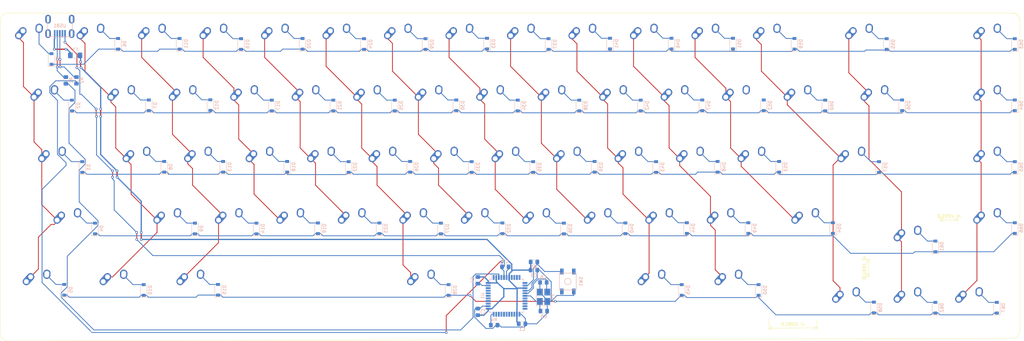
<source format=kicad_pcb>
(kicad_pcb (version 20171130) (host pcbnew "(5.1.5)-3")
  (layers (0 F.Cu signal) (31 B.Cu signal) (34 B.Paste user) (35 F.Paste user) (36 B.SilkS user) (37 F.SilkS user) (38 B.Mask user) (39 F.Mask user) (44 Edge.Cuts user))
  (net 0 "")
  (net 1 GND)
  (net 2 +5V)
  (net 3 "Net-(C5-Pad1)")
  (net 4 "Net-(C6-Pad1)")
  (net 5 "Net-(C7-Pad1)")
  (net 6 "Net-(D1-Pad2)")
  (net 7 ROW0)
  (net 8 "Net-(D2-Pad2)")
  (net 9 ROW1)
  (net 10 "Net-(D3-Pad2)")
  (net 11 ROW2)
  (net 12 "Net-(D4-Pad2)")
  (net 13 ROW3)
  (net 14 "Net-(D5-Pad2)")
  (net 15 "Net-(D6-Pad2)")
  (net 16 "Net-(D7-Pad2)")
  (net 17 "Net-(D8-Pad2)")
  (net 18 "Net-(D9-Pad2)")
  (net 19 "Net-(D10-Pad2)")
  (net 20 "Net-(D11-Pad2)")
  (net 21 "Net-(D12-Pad2)")
  (net 22 "Net-(D13-Pad2)")
  (net 23 "Net-(D14-Pad2)")
  (net 24 "Net-(D15-Pad2)")
  (net 25 "Net-(D16-Pad2)")
  (net 26 "Net-(D17-Pad2)")
  (net 27 "Net-(D18-Pad2)")
  (net 28 "Net-(D19-Pad2)")
  (net 29 "Net-(D20-Pad2)")
  (net 30 "Net-(D21-Pad2)")
  (net 31 "Net-(D22-Pad2)")
  (net 32 "Net-(D23-Pad2)")
  (net 33 "Net-(D24-Pad2)")
  (net 34 "Net-(D25-Pad2)")
  (net 35 "Net-(D26-Pad2)")
  (net 36 "Net-(D27-Pad2)")
  (net 37 "Net-(D28-Pad2)")
  (net 38 "Net-(D29-Pad2)")
  (net 39 "Net-(D30-Pad2)")
  (net 40 "Net-(D31-Pad2)")
  (net 41 "Net-(D32-Pad2)")
  (net 42 "Net-(D33-Pad2)")
  (net 43 "Net-(D34-Pad2)")
  (net 44 "Net-(D35-Pad2)")
  (net 45 "Net-(D36-Pad2)")
  (net 46 "Net-(D37-Pad2)")
  (net 47 "Net-(D38-Pad2)")
  (net 48 "Net-(D39-Pad2)")
  (net 49 "Net-(D40-Pad2)")
  (net 50 "Net-(D41-Pad2)")
  (net 51 "Net-(D42-Pad2)")
  (net 52 "Net-(D43-Pad2)")
  (net 53 "Net-(D44-Pad2)")
  (net 54 "Net-(D45-Pad2)")
  (net 55 "Net-(D46-Pad2)")
  (net 56 "Net-(D47-Pad2)")
  (net 57 "Net-(D48-Pad2)")
  (net 58 "Net-(D49-Pad2)")
  (net 59 "Net-(D50-Pad2)")
  (net 60 "Net-(D51-Pad2)")
  (net 61 "Net-(D52-Pad2)")
  (net 62 "Net-(D53-Pad2)")
  (net 63 VCC)
  (net 64 COL0)
  (net 65 COL1)
  (net 66 COL2)
  (net 67 COL3)
  (net 68 COL4)
  (net 69 COL5)
  (net 70 COL6)
  (net 71 COL7)
  (net 72 COL8)
  (net 73 COL9)
  (net 74 COL10)
  (net 75 COL11)
  (net 76 COL12)
  (net 77 COL13)
  (net 78 COL14)
  (net 79 D-)
  (net 80 "Net-(R1-Pad1)")
  (net 81 D+)
  (net 82 "Net-(R2-Pad1)")
  (net 83 "Net-(R3-Pad2)")
  (net 84 "Net-(R4-Pad2)")
  (net 85 "Net-(U1-Pad42)")
  (net 86 "Net-(U1-Pad41)")
  (net 87 "Net-(U1-Pad40)")
  (net 88 "Net-(U1-Pad39)")
  (net 89 "Net-(U1-Pad38)")
  (net 90 "Net-(U1-Pad37)")
  (net 91 "Net-(U1-Pad36)")
  (net 92 "Net-(U1-Pad32)")
  (net 93 "Net-(U1-Pad31)")
  (net 94 "Net-(U1-Pad30)")
  (net 95 "Net-(U1-Pad29)")
  (net 96 "Net-(U1-Pad28)")
  (net 97 "Net-(U1-Pad27)")
  (net 98 "Net-(U1-Pad26)")
  (net 99 "Net-(U1-Pad25)")
  (net 100 "Net-(U1-Pad22)")
  (net 101 "Net-(U1-Pad21)")
  (net 102 "Net-(U1-Pad20)")
  (net 103 "Net-(U1-Pad19)")
  (net 104 "Net-(U1-Pad18)")
  (net 105 "Net-(U1-Pad12)")
  (net 106 "Net-(U1-Pad11)")
  (net 107 "Net-(U1-Pad10)")
  (net 108 "Net-(U1-Pad9)")
  (net 109 "Net-(U1-Pad8)")
  (net 110 "Net-(U1-Pad1)")
  (net 111 "Net-(USB1-Pad6)")
  (net 112 "Net-(USB1-Pad2)")
  (net 113 ROW4)
  (net 114 "Net-(D54-Pad2)")
  (net 115 "Net-(D55-Pad2)")
  (net 116 "Net-(D56-Pad2)")
  (net 117 "Net-(D57-Pad2)")
  (net 118 "Net-(D58-Pad2)")
  (net 119 "Net-(D59-Pad2)")
  (net 120 "Net-(D60-Pad2)")
  (net 121 "Net-(D61-Pad2)")
  (net 122 "Net-(D62-Pad2)")
  (net 123 "Net-(D63-Pad2)")
  (net 124 "Net-(D64-Pad2)")
  (net 125 "Net-(D65-Pad2)")
  (net 126 "Net-(D66-Pad2)")
  (net 127 "Net-(D67-Pad2)")
  (module MX_Alps_Hybrid:MX-1U-NoLED (layer F.Cu) (at 25.4 -115.09375)
    (fp_text reference MX1)
    (fp_text value MX-NoLED)
    (pad "" np_thru_hole circle (at 5.08 0 48.0996) (size 1.75 1.75) (drill 1.75) (layers *.Cu *.Mask))
    (pad "" np_thru_hole circle (at -5.08 0 48.0996) (size 1.75 1.75) (drill 1.75) (layers *.Cu *.Mask))
    (pad 1 thru_hole circle (at -2.5 -4) (size 2.25 2.25) (drill 1.47) (layers *.Cu B.Mask) (net 64 COL0))
    (pad "" np_thru_hole circle (at 0 0) (size 3.9878 3.9878) (drill 3.9878) (layers *.Cu *.Mask))
    (pad 1 thru_hole oval (at -3.81 -2.54 48.0996) (size 4.211556 2.25) (drill 1.47 (offset 0.980778 0)) (layers *.Cu B.Mask) (net 64 COL0))
    (pad 2 thru_hole circle (at 2.54 -5.08) (size 2.25 2.25) (drill 1.47) (layers *.Cu B.Mask) (net 6 "Net-(D1-Pad2)"))
    (pad 2 thru_hole oval (at 2.5 -4.5 86.0548) (size 2.831378 2.25) (drill 1.47 (offset 0.290689 0)) (layers *.Cu B.Mask) (net 6 "Net-(D1-Pad2)"))
  )
  (module Package_QFP:TQFP-44_10x10mm_P0.8mm (layer B.Cu) (at 172.746 -37.00775 270)
    (fp_text reference U1 (at 0 7.45 90) (layer B.SilkS) (effects (justify mirror)))
    (fp_text value ATmega32U4-AU)
    (pad 44 smd rect (at -4 5.7 180) (size 1.5 0.55) (layers B.Cu B.Paste B.Mask) (net 2 +5V))
    (pad 43 smd rect (at -3.2 5.7 180) (size 1.5 0.55) (layers B.Cu B.Paste B.Mask) (net 1 GND))
    (pad 42 smd rect (at -2.4 5.7 180) (size 1.5 0.55) (layers B.Cu B.Paste B.Mask) (net 85 "Net-(U1-Pad42)"))
    (pad 41 smd rect (at -1.6 5.7 180) (size 1.5 0.55) (layers B.Cu B.Paste B.Mask) (net 86 "Net-(U1-Pad41)"))
    (pad 40 smd rect (at -0.8 5.7 180) (size 1.5 0.55) (layers B.Cu B.Paste B.Mask) (net 87 "Net-(U1-Pad40)"))
    (pad 39 smd rect (at 0 5.7 180) (size 1.5 0.55) (layers B.Cu B.Paste B.Mask) (net 88 "Net-(U1-Pad39)"))
    (pad 38 smd rect (at 0.8 5.7 180) (size 1.5 0.55) (layers B.Cu B.Paste B.Mask) (net 89 "Net-(U1-Pad38)"))
    (pad 37 smd rect (at 1.6 5.7 180) (size 1.5 0.55) (layers B.Cu B.Paste B.Mask) (net 90 "Net-(U1-Pad37)"))
    (pad 36 smd rect (at 2.4 5.7 180) (size 1.5 0.55) (layers B.Cu B.Paste B.Mask) (net 91 "Net-(U1-Pad36)"))
    (pad 35 smd rect (at 3.2 5.7 180) (size 1.5 0.55) (layers B.Cu B.Paste B.Mask) (net 1 GND))
    (pad 34 smd rect (at 4 5.7 180) (size 1.5 0.55) (layers B.Cu B.Paste B.Mask) (net 2 +5V))
    (pad 33 smd rect (at 5.7 4 270) (size 1.5 0.55) (layers B.Cu B.Paste B.Mask) (net 84 "Net-(R4-Pad2)"))
    (pad 32 smd rect (at 5.7 3.2 270) (size 1.5 0.55) (layers B.Cu B.Paste B.Mask) (net 92 "Net-(U1-Pad32)"))
    (pad 31 smd rect (at 5.7 2.4 270) (size 1.5 0.55) (layers B.Cu B.Paste B.Mask) (net 93 "Net-(U1-Pad31)"))
    (pad 30 smd rect (at 5.7 1.6 270) (size 1.5 0.55) (layers B.Cu B.Paste B.Mask) (net 94 "Net-(U1-Pad30)"))
    (pad 29 smd rect (at 5.7 0.8 270) (size 1.5 0.55) (layers B.Cu B.Paste B.Mask) (net 95 "Net-(U1-Pad29)"))
    (pad 28 smd rect (at 5.7 0 270) (size 1.5 0.55) (layers B.Cu B.Paste B.Mask) (net 96 "Net-(U1-Pad28)"))
    (pad 27 smd rect (at 5.7 -0.8 270) (size 1.5 0.55) (layers B.Cu B.Paste B.Mask) (net 97 "Net-(U1-Pad27)"))
    (pad 26 smd rect (at 5.7 -1.6 270) (size 1.5 0.55) (layers B.Cu B.Paste B.Mask) (net 98 "Net-(U1-Pad26)"))
    (pad 25 smd rect (at 5.7 -2.4 270) (size 1.5 0.55) (layers B.Cu B.Paste B.Mask) (net 99 "Net-(U1-Pad25)"))
    (pad 24 smd rect (at 5.7 -3.2 270) (size 1.5 0.55) (layers B.Cu B.Paste B.Mask) (net 2 +5V))
    (pad 23 smd rect (at 5.7 -4 270) (size 1.5 0.55) (layers B.Cu B.Paste B.Mask) (net 1 GND))
    (pad 22 smd rect (at 4 -5.7 180) (size 1.5 0.55) (layers B.Cu B.Paste B.Mask) (net 100 "Net-(U1-Pad22)"))
    (pad 21 smd rect (at 3.2 -5.7 180) (size 1.5 0.55) (layers B.Cu B.Paste B.Mask) (net 101 "Net-(U1-Pad21)"))
    (pad 20 smd rect (at 2.4 -5.7 180) (size 1.5 0.55) (layers B.Cu B.Paste B.Mask) (net 102 "Net-(U1-Pad20)"))
    (pad 19 smd rect (at 1.6 -5.7 180) (size 1.5 0.55) (layers B.Cu B.Paste B.Mask) (net 103 "Net-(U1-Pad19)"))
    (pad 18 smd rect (at 0.8 -5.7 180) (size 1.5 0.55) (layers B.Cu B.Paste B.Mask) (net 104 "Net-(U1-Pad18)"))
    (pad 17 smd rect (at 0 -5.7 180) (size 1.5 0.55) (layers B.Cu B.Paste B.Mask) (net 3 "Net-(C5-Pad1)"))
    (pad 16 smd rect (at -0.8 -5.7 180) (size 1.5 0.55) (layers B.Cu B.Paste B.Mask) (net 4 "Net-(C6-Pad1)"))
    (pad 15 smd rect (at -1.6 -5.7 180) (size 1.5 0.55) (layers B.Cu B.Paste B.Mask) (net 1 GND))
    (pad 14 smd rect (at -2.4 -5.7 180) (size 1.5 0.55) (layers B.Cu B.Paste B.Mask) (net 2 +5V))
    (pad 13 smd rect (at -3.2 -5.7 180) (size 1.5 0.55) (layers B.Cu B.Paste B.Mask) (net 83 "Net-(R3-Pad2)"))
    (pad 12 smd rect (at -4 -5.7 180) (size 1.5 0.55) (layers B.Cu B.Paste B.Mask) (net 105 "Net-(U1-Pad12)"))
    (pad 11 smd rect (at -5.7 -4 270) (size 1.5 0.55) (layers B.Cu B.Paste B.Mask) (net 106 "Net-(U1-Pad11)"))
    (pad 10 smd rect (at -5.7 -3.2 270) (size 1.5 0.55) (layers B.Cu B.Paste B.Mask) (net 107 "Net-(U1-Pad10)"))
    (pad 9 smd rect (at -5.7 -2.4 270) (size 1.5 0.55) (layers B.Cu B.Paste B.Mask) (net 108 "Net-(U1-Pad9)"))
    (pad 8 smd rect (at -5.7 -1.6 270) (size 1.5 0.55) (layers B.Cu B.Paste B.Mask) (net 109 "Net-(U1-Pad8)"))
    (pad 7 smd rect (at -5.7 -0.8 270) (size 1.5 0.55) (layers B.Cu B.Paste B.Mask) (net 2 +5V))
    (pad 6 smd rect (at -5.7 0 270) (size 1.5 0.55) (layers B.Cu B.Paste B.Mask) (net 5 "Net-(C7-Pad1)"))
    (pad 5 smd rect (at -5.7 0.8 270) (size 1.5 0.55) (layers B.Cu B.Paste B.Mask) (net 1 GND))
    (pad 4 smd rect (at -5.7 1.6 270) (size 1.5 0.55) (layers B.Cu B.Paste B.Mask) (net 82 "Net-(R2-Pad1)"))
    (pad 3 smd rect (at -5.7 2.4 270) (size 1.5 0.55) (layers B.Cu B.Paste B.Mask) (net 80 "Net-(R1-Pad1)"))
    (pad 2 smd rect (at -5.7 3.2 270) (size 1.5 0.55) (layers B.Cu B.Paste B.Mask) (net 2 +5V))
    (pad 1 smd rect (at -5.7 4 270) (size 1.5 0.55) (layers B.Cu B.Paste B.Mask) (net 110 "Net-(U1-Pad1)"))
  )
  (module MX_Alps_Hybrid:MX-1U-NoLED (layer F.Cu) (at 278.5445 -33.4585)
    (fp_text reference MX58)
    (fp_text value MX-NoLED)
    (pad "" np_thru_hole circle (at 5.08 0 48.0996) (size 1.75 1.75) (drill 1.75) (layers *.Cu *.Mask))
    (pad "" np_thru_hole circle (at -5.08 0 48.0996) (size 1.75 1.75) (drill 1.75) (layers *.Cu *.Mask))
    (pad 1 thru_hole circle (at -2.5 -4) (size 2.25 2.25) (drill 1.47) (layers *.Cu B.Mask) (net 76 COL12))
    (pad "" np_thru_hole circle (at 0 0) (size 3.9878 3.9878) (drill 3.9878) (layers *.Cu *.Mask))
    (pad 1 thru_hole oval (at -3.81 -2.54 48.0996) (size 4.211556 2.25) (drill 1.47 (offset 0.980778 0)) (layers *.Cu B.Mask) (net 76 COL12))
    (pad 2 thru_hole circle (at 2.54 -5.08) (size 2.25 2.25) (drill 1.47) (layers *.Cu B.Mask) (net 118 "Net-(D58-Pad2)"))
    (pad 2 thru_hole oval (at 2.5 -4.5 86.0548) (size 2.831378 2.25) (drill 1.47 (offset 0.290689 0)) (layers *.Cu B.Mask) (net 118 "Net-(D58-Pad2)"))
  )
  (module Crystal:Crystal_SMD_3225-4Pin_3.2x2.5mm_HandSoldering (layer B.Cu) (at 184.203 -36.72775 90)
    (fp_text reference Y1 (at 0 3.05 270) (layer B.SilkS) (effects (justify mirror)))
    (fp_text value 16MHz)
    (pad 4 smd rect (at -1.45 1.15 90) (size 2.1 1.8) (layers B.Cu B.Paste B.Mask) (net 1 GND))
    (pad 3 smd rect (at 1.45 1.15 90) (size 2.1 1.8) (layers B.Cu B.Paste B.Mask) (net 4 "Net-(C6-Pad1)"))
    (pad 2 smd rect (at 1.45 -1.15 90) (size 2.1 1.8) (layers B.Cu B.Paste B.Mask) (net 1 GND))
    (pad 1 smd rect (at -1.45 -1.15 90) (size 2.1 1.8) (layers B.Cu B.Paste B.Mask) (net 3 "Net-(C5-Pad1)"))
  )
  (module random-keyboard-parts:Molex-0548190589 (layer B.Cu) (at 34.341 -122.737 270)
    (fp_text reference USB1 (at 2.032 0 180) (layer B.SilkS) (effects (justify mirror)))
    (fp_text value Molex-0548190589)
    (pad 6 thru_hole oval (at 0 3.65 270) (size 2.7 1.7) (drill oval 1.9 0.7) (layers *.Cu *.Mask) (net 111 "Net-(USB1-Pad6)"))
    (pad 6 thru_hole oval (at 0 -3.65 270) (size 2.7 1.7) (drill oval 1.9 0.7) (layers *.Cu *.Mask) (net 111 "Net-(USB1-Pad6)"))
    (pad 6 thru_hole oval (at 4.5 -3.65 270) (size 2.7 1.7) (drill oval 1.9 0.7) (layers *.Cu *.Mask) (net 111 "Net-(USB1-Pad6)"))
    (pad 6 thru_hole oval (at 4.5 3.65 270) (size 2.7 1.7) (drill oval 1.9 0.7) (layers *.Cu *.Mask) (net 111 "Net-(USB1-Pad6)"))
    (pad 5 smd rect (at 4.5 1.6 270) (size 2.25 0.5) (layers B.Cu B.Paste B.Mask) (net 63 VCC))
    (pad 4 smd rect (at 4.5 0.8 270) (size 2.25 0.5) (layers B.Cu B.Paste B.Mask) (net 79 D-))
    (pad 3 smd rect (at 4.5 0 270) (size 2.25 0.5) (layers B.Cu B.Paste B.Mask) (net 81 D+))
    (pad 2 smd rect (at 4.5 -0.8 270) (size 2.25 0.5) (layers B.Cu B.Paste B.Mask) (net 112 "Net-(USB1-Pad2)"))
    (pad 1 smd rect (at 4.5 -1.6 270) (size 2.25 0.5) (layers B.Cu B.Paste B.Mask) (net 1 GND))
  )
  (module random-keyboard-parts:SKQG-1155865 (layer B.Cu) (at 191.715 -41.454 270)
    (fp_text reference SW1 (at 0 -4.064 90) (layer B.SilkS) (effects (justify mirror)))
    (fp_text value SW_Push)
    (pad 4 smd rect (at -3.1 -1.85 270) (size 1.8 1.1) (layers B.Cu B.Paste B.Mask))
    (pad 3 smd rect (at 3.1 1.85 270) (size 1.8 1.1) (layers B.Cu B.Paste B.Mask))
    (pad 2 smd rect (at -3.1 1.85 270) (size 1.8 1.1) (layers B.Cu B.Paste B.Mask) (net 83 "Net-(R3-Pad2)"))
    (pad 1 smd rect (at 3.1 -1.85 270) (size 1.8 1.1) (layers B.Cu B.Paste B.Mask) (net 1 GND))
  )
  (module Resistor_SMD:R_0805_2012Metric_Pad1.15x1.40mm_HandSolder (layer B.Cu) (at 168.901 -27.94 180)
    (fp_text reference R4 (at 0 1.65) (layer B.SilkS) (effects (justify mirror)))
    (fp_text value 10k)
    (pad 2 smd roundrect (at 1.025 0 180) (size 1.15 1.4) (layers B.Cu B.Paste B.Mask) (roundrect_rratio 0.217391) (net 84 "Net-(R4-Pad2)"))
    (pad 1 smd roundrect (at -1.025 0 180) (size 1.15 1.4) (layers B.Cu B.Paste B.Mask) (roundrect_rratio 0.217391) (net 1 GND))
  )
  (module Resistor_SMD:R_0805_2012Metric_Pad1.15x1.40mm_HandSolder (layer B.Cu) (at 181.238 -47.52975)
    (fp_text reference R3 (at 0 1.65) (layer B.SilkS) (effects (justify mirror)))
    (fp_text value 10k)
    (pad 2 smd roundrect (at 1.025 0) (size 1.15 1.4) (layers B.Cu B.Paste B.Mask) (roundrect_rratio 0.217391) (net 83 "Net-(R3-Pad2)"))
    (pad 1 smd roundrect (at -1.025 0) (size 1.15 1.4) (layers B.Cu B.Paste B.Mask) (roundrect_rratio 0.217391) (net 2 +5V))
  )
  (module Resistor_SMD:R_0805_2012Metric_Pad1.15x1.40mm_HandSolder (layer B.Cu) (at 39.497 -103.768 90)
    (fp_text reference R2 (at 0 1.65 90) (layer B.SilkS) (effects (justify mirror)))
    (fp_text value 22)
    (pad 2 smd roundrect (at 1.025 0 90) (size 1.15 1.4) (layers B.Cu B.Paste B.Mask) (roundrect_rratio 0.217391) (net 81 D+))
    (pad 1 smd roundrect (at -1.025 0 90) (size 1.15 1.4) (layers B.Cu B.Paste B.Mask) (roundrect_rratio 0.217391) (net 82 "Net-(R2-Pad1)"))
  )
  (module Resistor_SMD:R_0805_2012Metric_Pad1.15x1.40mm_HandSolder (layer B.Cu) (at 36.195 -103.759 90)
    (fp_text reference R1 (at 0 1.65 90) (layer B.SilkS) (effects (justify mirror)))
    (fp_text value 22)
    (pad 2 smd roundrect (at 1.025 0 90) (size 1.15 1.4) (layers B.Cu B.Paste B.Mask) (roundrect_rratio 0.217391) (net 79 D-))
    (pad 1 smd roundrect (at -1.025 0 90) (size 1.15 1.4) (layers B.Cu B.Paste B.Mask) (roundrect_rratio 0.217391) (net 80 "Net-(R1-Pad1)"))
  )
  (module MX_Alps_Hybrid:MX-1U-NoLED (layer F.Cu) (at 316.6445 -33.4585)
    (fp_text reference MX67)
    (fp_text value MX-NoLED)
    (pad "" np_thru_hole circle (at 5.08 0 48.0996) (size 1.75 1.75) (drill 1.75) (layers *.Cu *.Mask))
    (pad "" np_thru_hole circle (at -5.08 0 48.0996) (size 1.75 1.75) (drill 1.75) (layers *.Cu *.Mask))
    (pad 1 thru_hole circle (at -2.5 -4) (size 2.25 2.25) (drill 1.47) (layers *.Cu B.Mask) (net 78 COL14))
    (pad "" np_thru_hole circle (at 0 0) (size 3.9878 3.9878) (drill 3.9878) (layers *.Cu *.Mask))
    (pad 1 thru_hole oval (at -3.81 -2.54 48.0996) (size 4.211556 2.25) (drill 1.47 (offset 0.980778 0)) (layers *.Cu B.Mask) (net 78 COL14))
    (pad 2 thru_hole circle (at 2.54 -5.08) (size 2.25 2.25) (drill 1.47) (layers *.Cu B.Mask) (net 127 "Net-(D67-Pad2)"))
    (pad 2 thru_hole oval (at 2.5 -4.5 86.0548) (size 2.831378 2.25) (drill 1.47 (offset 0.290689 0)) (layers *.Cu B.Mask) (net 127 "Net-(D67-Pad2)"))
  )
  (module MX_Alps_Hybrid:MX-1U-NoLED (layer F.Cu) (at 322.27125 -57.96125)
    (fp_text reference MX66)
    (fp_text value MX-NoLED)
    (pad "" np_thru_hole circle (at 5.08 0 48.0996) (size 1.75 1.75) (drill 1.75) (layers *.Cu *.Mask))
    (pad "" np_thru_hole circle (at -5.08 0 48.0996) (size 1.75 1.75) (drill 1.75) (layers *.Cu *.Mask))
    (pad 1 thru_hole circle (at -2.5 -4) (size 2.25 2.25) (drill 1.47) (layers *.Cu B.Mask) (net 78 COL14))
    (pad "" np_thru_hole circle (at 0 0) (size 3.9878 3.9878) (drill 3.9878) (layers *.Cu *.Mask))
    (pad 1 thru_hole oval (at -3.81 -2.54 48.0996) (size 4.211556 2.25) (drill 1.47 (offset 0.980778 0)) (layers *.Cu B.Mask) (net 78 COL14))
    (pad 2 thru_hole circle (at 2.54 -5.08) (size 2.25 2.25) (drill 1.47) (layers *.Cu B.Mask) (net 126 "Net-(D66-Pad2)"))
    (pad 2 thru_hole oval (at 2.5 -4.5 86.0548) (size 2.831378 2.25) (drill 1.47 (offset 0.290689 0)) (layers *.Cu B.Mask) (net 126 "Net-(D66-Pad2)"))
  )
  (module MX_Alps_Hybrid:MX-1U-NoLED (layer F.Cu) (at 322.27125 -77.01125)
    (fp_text reference MX65)
    (fp_text value MX-NoLED)
    (pad "" np_thru_hole circle (at 5.08 0 48.0996) (size 1.75 1.75) (drill 1.75) (layers *.Cu *.Mask))
    (pad "" np_thru_hole circle (at -5.08 0 48.0996) (size 1.75 1.75) (drill 1.75) (layers *.Cu *.Mask))
    (pad 1 thru_hole circle (at -2.5 -4) (size 2.25 2.25) (drill 1.47) (layers *.Cu B.Mask) (net 78 COL14))
    (pad "" np_thru_hole circle (at 0 0) (size 3.9878 3.9878) (drill 3.9878) (layers *.Cu *.Mask))
    (pad 1 thru_hole oval (at -3.81 -2.54 48.0996) (size 4.211556 2.25) (drill 1.47 (offset 0.980778 0)) (layers *.Cu B.Mask) (net 78 COL14))
    (pad 2 thru_hole circle (at 2.54 -5.08) (size 2.25 2.25) (drill 1.47) (layers *.Cu B.Mask) (net 125 "Net-(D65-Pad2)"))
    (pad 2 thru_hole oval (at 2.5 -4.5 86.0548) (size 2.831378 2.25) (drill 1.47 (offset 0.290689 0)) (layers *.Cu B.Mask) (net 125 "Net-(D65-Pad2)"))
  )
  (module MX_Alps_Hybrid:MX-1U-NoLED (layer F.Cu) (at 322.27125 -96.06125)
    (fp_text reference MX64)
    (fp_text value MX-NoLED)
    (pad "" np_thru_hole circle (at 5.08 0 48.0996) (size 1.75 1.75) (drill 1.75) (layers *.Cu *.Mask))
    (pad "" np_thru_hole circle (at -5.08 0 48.0996) (size 1.75 1.75) (drill 1.75) (layers *.Cu *.Mask))
    (pad 1 thru_hole circle (at -2.5 -4) (size 2.25 2.25) (drill 1.47) (layers *.Cu B.Mask) (net 78 COL14))
    (pad "" np_thru_hole circle (at 0 0) (size 3.9878 3.9878) (drill 3.9878) (layers *.Cu *.Mask))
    (pad 1 thru_hole oval (at -3.81 -2.54 48.0996) (size 4.211556 2.25) (drill 1.47 (offset 0.980778 0)) (layers *.Cu B.Mask) (net 78 COL14))
    (pad 2 thru_hole circle (at 2.54 -5.08) (size 2.25 2.25) (drill 1.47) (layers *.Cu B.Mask) (net 124 "Net-(D64-Pad2)"))
    (pad 2 thru_hole oval (at 2.5 -4.5 86.0548) (size 2.831378 2.25) (drill 1.47 (offset 0.290689 0)) (layers *.Cu B.Mask) (net 124 "Net-(D64-Pad2)"))
  )
  (module MX_Alps_Hybrid:MX-1U-NoLED (layer F.Cu) (at 322.27125 -115.11125)
    (fp_text reference MX63)
    (fp_text value MX-NoLED)
    (pad "" np_thru_hole circle (at 5.08 0 48.0996) (size 1.75 1.75) (drill 1.75) (layers *.Cu *.Mask))
    (pad "" np_thru_hole circle (at -5.08 0 48.0996) (size 1.75 1.75) (drill 1.75) (layers *.Cu *.Mask))
    (pad 1 thru_hole circle (at -2.5 -4) (size 2.25 2.25) (drill 1.47) (layers *.Cu B.Mask) (net 78 COL14))
    (pad "" np_thru_hole circle (at 0 0) (size 3.9878 3.9878) (drill 3.9878) (layers *.Cu *.Mask))
    (pad 1 thru_hole oval (at -3.81 -2.54 48.0996) (size 4.211556 2.25) (drill 1.47 (offset 0.980778 0)) (layers *.Cu B.Mask) (net 78 COL14))
    (pad 2 thru_hole circle (at 2.54 -5.08) (size 2.25 2.25) (drill 1.47) (layers *.Cu B.Mask) (net 123 "Net-(D63-Pad2)"))
    (pad 2 thru_hole oval (at 2.5 -4.5 86.0548) (size 2.831378 2.25) (drill 1.47 (offset 0.290689 0)) (layers *.Cu B.Mask) (net 123 "Net-(D63-Pad2)"))
  )
  (module MX_Alps_Hybrid:MX-1U-NoLED (layer F.Cu) (at 297.5945 -33.4585)
    (fp_text reference MX62)
    (fp_text value MX-NoLED)
    (pad "" np_thru_hole circle (at 5.08 0 48.0996) (size 1.75 1.75) (drill 1.75) (layers *.Cu *.Mask))
    (pad "" np_thru_hole circle (at -5.08 0 48.0996) (size 1.75 1.75) (drill 1.75) (layers *.Cu *.Mask))
    (pad 1 thru_hole circle (at -2.5 -4) (size 2.25 2.25) (drill 1.47) (layers *.Cu B.Mask) (net 77 COL13))
    (pad "" np_thru_hole circle (at 0 0) (size 3.9878 3.9878) (drill 3.9878) (layers *.Cu *.Mask))
    (pad 1 thru_hole oval (at -3.81 -2.54 48.0996) (size 4.211556 2.25) (drill 1.47 (offset 0.980778 0)) (layers *.Cu B.Mask) (net 77 COL13))
    (pad 2 thru_hole circle (at 2.54 -5.08) (size 2.25 2.25) (drill 1.47) (layers *.Cu B.Mask) (net 122 "Net-(D62-Pad2)"))
    (pad 2 thru_hole oval (at 2.5 -4.5 86.0548) (size 2.831378 2.25) (drill 1.47 (offset 0.290689 0)) (layers *.Cu B.Mask) (net 122 "Net-(D62-Pad2)"))
  )
  (module MX_Alps_Hybrid:MX-1U-NoLED (layer F.Cu) (at 297.5945 -52.5085)
    (fp_text reference MX61)
    (fp_text value MX-NoLED)
    (pad "" np_thru_hole circle (at 5.08 0 48.0996) (size 1.75 1.75) (drill 1.75) (layers *.Cu *.Mask))
    (pad "" np_thru_hole circle (at -5.08 0 48.0996) (size 1.75 1.75) (drill 1.75) (layers *.Cu *.Mask))
    (pad 1 thru_hole circle (at -2.5 -4) (size 2.25 2.25) (drill 1.47) (layers *.Cu B.Mask) (net 77 COL13))
    (pad "" np_thru_hole circle (at 0 0) (size 3.9878 3.9878) (drill 3.9878) (layers *.Cu *.Mask))
    (pad 1 thru_hole oval (at -3.81 -2.54 48.0996) (size 4.211556 2.25) (drill 1.47 (offset 0.980778 0)) (layers *.Cu B.Mask) (net 77 COL13))
    (pad 2 thru_hole circle (at 2.54 -5.08) (size 2.25 2.25) (drill 1.47) (layers *.Cu B.Mask) (net 121 "Net-(D61-Pad2)"))
    (pad 2 thru_hole oval (at 2.5 -4.5 86.0548) (size 2.831378 2.25) (drill 1.47 (offset 0.290689 0)) (layers *.Cu B.Mask) (net 121 "Net-(D61-Pad2)"))
  )
  (module MX_Alps_Hybrid:MX-1U-NoLED (layer F.Cu) (at 263.525 -96.04375)
    (fp_text reference MX60)
    (fp_text value MX-NoLED)
    (pad "" np_thru_hole circle (at 5.08 0 48.0996) (size 1.75 1.75) (drill 1.75) (layers *.Cu *.Mask))
    (pad "" np_thru_hole circle (at -5.08 0 48.0996) (size 1.75 1.75) (drill 1.75) (layers *.Cu *.Mask))
    (pad 1 thru_hole circle (at -2.5 -4) (size 2.25 2.25) (drill 1.47) (layers *.Cu B.Mask) (net 76 COL12))
    (pad "" np_thru_hole circle (at 0 0) (size 3.9878 3.9878) (drill 3.9878) (layers *.Cu *.Mask))
    (pad 1 thru_hole oval (at -3.81 -2.54 48.0996) (size 4.211556 2.25) (drill 1.47 (offset 0.980778 0)) (layers *.Cu B.Mask) (net 76 COL12))
    (pad 2 thru_hole circle (at 2.54 -5.08) (size 2.25 2.25) (drill 1.47) (layers *.Cu B.Mask) (net 120 "Net-(D60-Pad2)"))
    (pad 2 thru_hole oval (at 2.5 -4.5 86.0548) (size 2.831378 2.25) (drill 1.47 (offset 0.290689 0)) (layers *.Cu B.Mask) (net 120 "Net-(D60-Pad2)"))
  )
  (module MX_Alps_Hybrid:MX-1U-NoLED (layer F.Cu) (at 254 -115.09375)
    (fp_text reference MX59)
    (fp_text value MX-NoLED)
    (pad "" np_thru_hole circle (at 5.08 0 48.0996) (size 1.75 1.75) (drill 1.75) (layers *.Cu *.Mask))
    (pad "" np_thru_hole circle (at -5.08 0 48.0996) (size 1.75 1.75) (drill 1.75) (layers *.Cu *.Mask))
    (pad 1 thru_hole circle (at -2.5 -4) (size 2.25 2.25) (drill 1.47) (layers *.Cu B.Mask) (net 76 COL12))
    (pad "" np_thru_hole circle (at 0 0) (size 3.9878 3.9878) (drill 3.9878) (layers *.Cu *.Mask))
    (pad 1 thru_hole oval (at -3.81 -2.54 48.0996) (size 4.211556 2.25) (drill 1.47 (offset 0.980778 0)) (layers *.Cu B.Mask) (net 76 COL12))
    (pad 2 thru_hole circle (at 2.54 -5.08) (size 2.25 2.25) (drill 1.47) (layers *.Cu B.Mask) (net 119 "Net-(D59-Pad2)"))
    (pad 2 thru_hole oval (at 2.5 -4.5 86.0548) (size 2.831378 2.25) (drill 1.47 (offset 0.290689 0)) (layers *.Cu B.Mask) (net 119 "Net-(D59-Pad2)"))
  )
  (module MX_Alps_Hybrid:MX-2.25U-NoLED (layer F.Cu) (at 280.19375 -76.99375)
    (fp_text reference MX57)
    (fp_text value MX-NoLED)
    (pad "" np_thru_hole circle (at 11.938 8.255) (size 3.9878 3.9878) (drill 3.9878) (layers *.Cu *.Mask))
    (pad "" np_thru_hole circle (at -11.938 8.255) (size 3.9878 3.9878) (drill 3.9878) (layers *.Cu *.Mask))
    (pad "" np_thru_hole circle (at 11.938 -6.985) (size 3.048 3.048) (drill 3.048) (layers *.Cu *.Mask))
    (pad "" np_thru_hole circle (at -11.938 -6.985) (size 3.048 3.048) (drill 3.048) (layers *.Cu *.Mask))
    (pad "" np_thru_hole circle (at 5.08 0 48.0996) (size 1.75 1.75) (drill 1.75) (layers *.Cu *.Mask))
    (pad "" np_thru_hole circle (at -5.08 0 48.0996) (size 1.75 1.75) (drill 1.75) (layers *.Cu *.Mask))
    (pad 1 thru_hole circle (at -2.5 -4) (size 2.25 2.25) (drill 1.47) (layers *.Cu B.Mask) (net 76 COL12))
    (pad "" np_thru_hole circle (at 0 0) (size 3.9878 3.9878) (drill 3.9878) (layers *.Cu *.Mask))
    (pad 1 thru_hole oval (at -3.81 -2.54 48.0996) (size 4.211556 2.25) (drill 1.47 (offset 0.980778 0)) (layers *.Cu B.Mask) (net 76 COL12))
    (pad 2 thru_hole circle (at 2.54 -5.08) (size 2.25 2.25) (drill 1.47) (layers *.Cu B.Mask) (net 117 "Net-(D57-Pad2)"))
    (pad 2 thru_hole oval (at 2.5 -4.5 86.0548) (size 2.831378 2.25) (drill 1.47 (offset 0.290689 0)) (layers *.Cu B.Mask) (net 117 "Net-(D57-Pad2)"))
  )
  (module MX_Alps_Hybrid:MX-1.5U-NoLED (layer F.Cu) (at 287.3375 -96.04375)
    (fp_text reference MX56)
    (fp_text value MX-NoLED)
    (pad "" np_thru_hole circle (at 5.08 0 48.0996) (size 1.75 1.75) (drill 1.75) (layers *.Cu *.Mask))
    (pad "" np_thru_hole circle (at -5.08 0 48.0996) (size 1.75 1.75) (drill 1.75) (layers *.Cu *.Mask))
    (pad 1 thru_hole circle (at -2.5 -4) (size 2.25 2.25) (drill 1.47) (layers *.Cu B.Mask) (net 77 COL13))
    (pad "" np_thru_hole circle (at 0 0) (size 3.9878 3.9878) (drill 3.9878) (layers *.Cu *.Mask))
    (pad 1 thru_hole oval (at -3.81 -2.54 48.0996) (size 4.211556 2.25) (drill 1.47 (offset 0.980778 0)) (layers *.Cu B.Mask) (net 77 COL13))
    (pad 2 thru_hole circle (at 2.54 -5.08) (size 2.25 2.25) (drill 1.47) (layers *.Cu B.Mask) (net 116 "Net-(D56-Pad2)"))
    (pad 2 thru_hole oval (at 2.5 -4.5 86.0548) (size 2.831378 2.25) (drill 1.47 (offset 0.290689 0)) (layers *.Cu B.Mask) (net 116 "Net-(D56-Pad2)"))
  )
  (module MX_Alps_Hybrid:MX-2U-NoLED (layer F.Cu) (at 282.575 -115.09375)
    (fp_text reference MX55)
    (fp_text value MX-NoLED)
    (pad "" np_thru_hole circle (at 11.938 8.255) (size 3.9878 3.9878) (drill 3.9878) (layers *.Cu *.Mask))
    (pad "" np_thru_hole circle (at -11.938 8.255) (size 3.9878 3.9878) (drill 3.9878) (layers *.Cu *.Mask))
    (pad "" np_thru_hole circle (at 11.938 -6.985) (size 3.048 3.048) (drill 3.048) (layers *.Cu *.Mask))
    (pad "" np_thru_hole circle (at -11.938 -6.985) (size 3.048 3.048) (drill 3.048) (layers *.Cu *.Mask))
    (pad "" np_thru_hole circle (at 5.08 0 48.0996) (size 1.75 1.75) (drill 1.75) (layers *.Cu *.Mask))
    (pad "" np_thru_hole circle (at -5.08 0 48.0996) (size 1.75 1.75) (drill 1.75) (layers *.Cu *.Mask))
    (pad 1 thru_hole circle (at -2.5 -4) (size 2.25 2.25) (drill 1.47) (layers *.Cu B.Mask) (net 77 COL13))
    (pad "" np_thru_hole circle (at 0 0) (size 3.9878 3.9878) (drill 3.9878) (layers *.Cu *.Mask))
    (pad 1 thru_hole oval (at -3.81 -2.54 48.0996) (size 4.211556 2.25) (drill 1.47 (offset 0.980778 0)) (layers *.Cu B.Mask) (net 77 COL13))
    (pad 2 thru_hole circle (at 2.54 -5.08) (size 2.25 2.25) (drill 1.47) (layers *.Cu B.Mask) (net 115 "Net-(D55-Pad2)"))
    (pad 2 thru_hole oval (at 2.5 -4.5 86.0548) (size 2.831378 2.25) (drill 1.47 (offset 0.290689 0)) (layers *.Cu B.Mask) (net 115 "Net-(D55-Pad2)"))
  )
  (module MX_Alps_Hybrid:MX-1.75U-NoLED (layer F.Cu) (at 265.90625 -57.94375)
    (fp_text reference MX54)
    (fp_text value MX-NoLED)
    (pad "" np_thru_hole circle (at 5.08 0 48.0996) (size 1.75 1.75) (drill 1.75) (layers *.Cu *.Mask))
    (pad "" np_thru_hole circle (at -5.08 0 48.0996) (size 1.75 1.75) (drill 1.75) (layers *.Cu *.Mask))
    (pad 1 thru_hole circle (at -2.5 -4) (size 2.25 2.25) (drill 1.47) (layers *.Cu B.Mask) (net 75 COL11))
    (pad "" np_thru_hole circle (at 0 0) (size 3.9878 3.9878) (drill 3.9878) (layers *.Cu *.Mask))
    (pad 1 thru_hole oval (at -3.81 -2.54 48.0996) (size 4.211556 2.25) (drill 1.47 (offset 0.980778 0)) (layers *.Cu B.Mask) (net 75 COL11))
    (pad 2 thru_hole circle (at 2.54 -5.08) (size 2.25 2.25) (drill 1.47) (layers *.Cu B.Mask) (net 114 "Net-(D54-Pad2)"))
    (pad 2 thru_hole oval (at 2.5 -4.5 86.0548) (size 2.831378 2.25) (drill 1.47 (offset 0.290689 0)) (layers *.Cu B.Mask) (net 114 "Net-(D54-Pad2)"))
  )
  (module MX_Alps_Hybrid:MX-1U-NoLED (layer F.Cu) (at 249.2375 -76.99375)
    (fp_text reference MX53)
    (fp_text value MX-NoLED)
    (pad "" np_thru_hole circle (at 5.08 0 48.0996) (size 1.75 1.75) (drill 1.75) (layers *.Cu *.Mask))
    (pad "" np_thru_hole circle (at -5.08 0 48.0996) (size 1.75 1.75) (drill 1.75) (layers *.Cu *.Mask))
    (pad 1 thru_hole circle (at -2.5 -4) (size 2.25 2.25) (drill 1.47) (layers *.Cu B.Mask) (net 75 COL11))
    (pad "" np_thru_hole circle (at 0 0) (size 3.9878 3.9878) (drill 3.9878) (layers *.Cu *.Mask))
    (pad 1 thru_hole oval (at -3.81 -2.54 48.0996) (size 4.211556 2.25) (drill 1.47 (offset 0.980778 0)) (layers *.Cu B.Mask) (net 75 COL11))
    (pad 2 thru_hole circle (at 2.54 -5.08) (size 2.25 2.25) (drill 1.47) (layers *.Cu B.Mask) (net 62 "Net-(D53-Pad2)"))
    (pad 2 thru_hole oval (at 2.5 -4.5 86.0548) (size 2.831378 2.25) (drill 1.47 (offset 0.290689 0)) (layers *.Cu B.Mask) (net 62 "Net-(D53-Pad2)"))
  )
  (module MX_Alps_Hybrid:MX-1U-NoLED (layer F.Cu) (at 244.475 -96.04375)
    (fp_text reference MX52)
    (fp_text value MX-NoLED)
    (pad "" np_thru_hole circle (at 5.08 0 48.0996) (size 1.75 1.75) (drill 1.75) (layers *.Cu *.Mask))
    (pad "" np_thru_hole circle (at -5.08 0 48.0996) (size 1.75 1.75) (drill 1.75) (layers *.Cu *.Mask))
    (pad 1 thru_hole circle (at -2.5 -4) (size 2.25 2.25) (drill 1.47) (layers *.Cu B.Mask) (net 75 COL11))
    (pad "" np_thru_hole circle (at 0 0) (size 3.9878 3.9878) (drill 3.9878) (layers *.Cu *.Mask))
    (pad 1 thru_hole oval (at -3.81 -2.54 48.0996) (size 4.211556 2.25) (drill 1.47 (offset 0.980778 0)) (layers *.Cu B.Mask) (net 75 COL11))
    (pad 2 thru_hole circle (at 2.54 -5.08) (size 2.25 2.25) (drill 1.47) (layers *.Cu B.Mask) (net 61 "Net-(D52-Pad2)"))
    (pad 2 thru_hole oval (at 2.5 -4.5 86.0548) (size 2.831378 2.25) (drill 1.47 (offset 0.290689 0)) (layers *.Cu B.Mask) (net 61 "Net-(D52-Pad2)"))
  )
  (module MX_Alps_Hybrid:MX-1U-NoLED (layer F.Cu) (at 234.95 -115.09375)
    (fp_text reference MX51)
    (fp_text value MX-NoLED)
    (pad "" np_thru_hole circle (at 5.08 0 48.0996) (size 1.75 1.75) (drill 1.75) (layers *.Cu *.Mask))
    (pad "" np_thru_hole circle (at -5.08 0 48.0996) (size 1.75 1.75) (drill 1.75) (layers *.Cu *.Mask))
    (pad 1 thru_hole circle (at -2.5 -4) (size 2.25 2.25) (drill 1.47) (layers *.Cu B.Mask) (net 75 COL11))
    (pad "" np_thru_hole circle (at 0 0) (size 3.9878 3.9878) (drill 3.9878) (layers *.Cu *.Mask))
    (pad 1 thru_hole oval (at -3.81 -2.54 48.0996) (size 4.211556 2.25) (drill 1.47 (offset 0.980778 0)) (layers *.Cu B.Mask) (net 75 COL11))
    (pad 2 thru_hole circle (at 2.54 -5.08) (size 2.25 2.25) (drill 1.47) (layers *.Cu B.Mask) (net 60 "Net-(D51-Pad2)"))
    (pad 2 thru_hole oval (at 2.5 -4.5 86.0548) (size 2.831378 2.25) (drill 1.47 (offset 0.290689 0)) (layers *.Cu B.Mask) (net 60 "Net-(D51-Pad2)"))
  )
  (module MX_Alps_Hybrid:MX-1.25U-NoLED (layer F.Cu) (at 242.09375 -38.89375)
    (fp_text reference MX50)
    (fp_text value MX-NoLED)
    (pad "" np_thru_hole circle (at 5.08 0 48.0996) (size 1.75 1.75) (drill 1.75) (layers *.Cu *.Mask))
    (pad "" np_thru_hole circle (at -5.08 0 48.0996) (size 1.75 1.75) (drill 1.75) (layers *.Cu *.Mask))
    (pad 1 thru_hole circle (at -2.5 -4) (size 2.25 2.25) (drill 1.47) (layers *.Cu B.Mask) (net 74 COL10))
    (pad "" np_thru_hole circle (at 0 0) (size 3.9878 3.9878) (drill 3.9878) (layers *.Cu *.Mask))
    (pad 1 thru_hole oval (at -3.81 -2.54 48.0996) (size 4.211556 2.25) (drill 1.47 (offset 0.980778 0)) (layers *.Cu B.Mask) (net 74 COL10))
    (pad 2 thru_hole circle (at 2.54 -5.08) (size 2.25 2.25) (drill 1.47) (layers *.Cu B.Mask) (net 59 "Net-(D50-Pad2)"))
    (pad 2 thru_hole oval (at 2.5 -4.5 86.0548) (size 2.831378 2.25) (drill 1.47 (offset 0.290689 0)) (layers *.Cu B.Mask) (net 59 "Net-(D50-Pad2)"))
  )
  (module MX_Alps_Hybrid:MX-1U-NoLED (layer F.Cu) (at 239.7125 -57.94375)
    (fp_text reference MX49)
    (fp_text value MX-NoLED)
    (pad "" np_thru_hole circle (at 5.08 0 48.0996) (size 1.75 1.75) (drill 1.75) (layers *.Cu *.Mask))
    (pad "" np_thru_hole circle (at -5.08 0 48.0996) (size 1.75 1.75) (drill 1.75) (layers *.Cu *.Mask))
    (pad 1 thru_hole circle (at -2.5 -4) (size 2.25 2.25) (drill 1.47) (layers *.Cu B.Mask) (net 74 COL10))
    (pad "" np_thru_hole circle (at 0 0) (size 3.9878 3.9878) (drill 3.9878) (layers *.Cu *.Mask))
    (pad 1 thru_hole oval (at -3.81 -2.54 48.0996) (size 4.211556 2.25) (drill 1.47 (offset 0.980778 0)) (layers *.Cu B.Mask) (net 74 COL10))
    (pad 2 thru_hole circle (at 2.54 -5.08) (size 2.25 2.25) (drill 1.47) (layers *.Cu B.Mask) (net 58 "Net-(D49-Pad2)"))
    (pad 2 thru_hole oval (at 2.5 -4.5 86.0548) (size 2.831378 2.25) (drill 1.47 (offset 0.290689 0)) (layers *.Cu B.Mask) (net 58 "Net-(D49-Pad2)"))
  )
  (module MX_Alps_Hybrid:MX-1U-NoLED (layer F.Cu) (at 230.1875 -76.99375)
    (fp_text reference MX48)
    (fp_text value MX-NoLED)
    (pad "" np_thru_hole circle (at 5.08 0 48.0996) (size 1.75 1.75) (drill 1.75) (layers *.Cu *.Mask))
    (pad "" np_thru_hole circle (at -5.08 0 48.0996) (size 1.75 1.75) (drill 1.75) (layers *.Cu *.Mask))
    (pad 1 thru_hole circle (at -2.5 -4) (size 2.25 2.25) (drill 1.47) (layers *.Cu B.Mask) (net 74 COL10))
    (pad "" np_thru_hole circle (at 0 0) (size 3.9878 3.9878) (drill 3.9878) (layers *.Cu *.Mask))
    (pad 1 thru_hole oval (at -3.81 -2.54 48.0996) (size 4.211556 2.25) (drill 1.47 (offset 0.980778 0)) (layers *.Cu B.Mask) (net 74 COL10))
    (pad 2 thru_hole circle (at 2.54 -5.08) (size 2.25 2.25) (drill 1.47) (layers *.Cu B.Mask) (net 57 "Net-(D48-Pad2)"))
    (pad 2 thru_hole oval (at 2.5 -4.5 86.0548) (size 2.831378 2.25) (drill 1.47 (offset 0.290689 0)) (layers *.Cu B.Mask) (net 57 "Net-(D48-Pad2)"))
  )
  (module MX_Alps_Hybrid:MX-1U-NoLED (layer F.Cu) (at 225.425 -96.04375)
    (fp_text reference MX47)
    (fp_text value MX-NoLED)
    (pad "" np_thru_hole circle (at 5.08 0 48.0996) (size 1.75 1.75) (drill 1.75) (layers *.Cu *.Mask))
    (pad "" np_thru_hole circle (at -5.08 0 48.0996) (size 1.75 1.75) (drill 1.75) (layers *.Cu *.Mask))
    (pad 1 thru_hole circle (at -2.5 -4) (size 2.25 2.25) (drill 1.47) (layers *.Cu B.Mask) (net 74 COL10))
    (pad "" np_thru_hole circle (at 0 0) (size 3.9878 3.9878) (drill 3.9878) (layers *.Cu *.Mask))
    (pad 1 thru_hole oval (at -3.81 -2.54 48.0996) (size 4.211556 2.25) (drill 1.47 (offset 0.980778 0)) (layers *.Cu B.Mask) (net 74 COL10))
    (pad 2 thru_hole circle (at 2.54 -5.08) (size 2.25 2.25) (drill 1.47) (layers *.Cu B.Mask) (net 56 "Net-(D47-Pad2)"))
    (pad 2 thru_hole oval (at 2.5 -4.5 86.0548) (size 2.831378 2.25) (drill 1.47 (offset 0.290689 0)) (layers *.Cu B.Mask) (net 56 "Net-(D47-Pad2)"))
  )
  (module MX_Alps_Hybrid:MX-1U-NoLED (layer F.Cu) (at 215.9 -115.09375)
    (fp_text reference MX46)
    (fp_text value MX-NoLED)
    (pad "" np_thru_hole circle (at 5.08 0 48.0996) (size 1.75 1.75) (drill 1.75) (layers *.Cu *.Mask))
    (pad "" np_thru_hole circle (at -5.08 0 48.0996) (size 1.75 1.75) (drill 1.75) (layers *.Cu *.Mask))
    (pad 1 thru_hole circle (at -2.5 -4) (size 2.25 2.25) (drill 1.47) (layers *.Cu B.Mask) (net 74 COL10))
    (pad "" np_thru_hole circle (at 0 0) (size 3.9878 3.9878) (drill 3.9878) (layers *.Cu *.Mask))
    (pad 1 thru_hole oval (at -3.81 -2.54 48.0996) (size 4.211556 2.25) (drill 1.47 (offset 0.980778 0)) (layers *.Cu B.Mask) (net 74 COL10))
    (pad 2 thru_hole circle (at 2.54 -5.08) (size 2.25 2.25) (drill 1.47) (layers *.Cu B.Mask) (net 55 "Net-(D46-Pad2)"))
    (pad 2 thru_hole oval (at 2.5 -4.5 86.0548) (size 2.831378 2.25) (drill 1.47 (offset 0.290689 0)) (layers *.Cu B.Mask) (net 55 "Net-(D46-Pad2)"))
  )
  (module MX_Alps_Hybrid:MX-1.25U-NoLED (layer F.Cu) (at 218.28125 -38.89375)
    (fp_text reference MX45)
    (fp_text value MX-NoLED)
    (pad "" np_thru_hole circle (at 5.08 0 48.0996) (size 1.75 1.75) (drill 1.75) (layers *.Cu *.Mask))
    (pad "" np_thru_hole circle (at -5.08 0 48.0996) (size 1.75 1.75) (drill 1.75) (layers *.Cu *.Mask))
    (pad 1 thru_hole circle (at -2.5 -4) (size 2.25 2.25) (drill 1.47) (layers *.Cu B.Mask) (net 73 COL9))
    (pad "" np_thru_hole circle (at 0 0) (size 3.9878 3.9878) (drill 3.9878) (layers *.Cu *.Mask))
    (pad 1 thru_hole oval (at -3.81 -2.54 48.0996) (size 4.211556 2.25) (drill 1.47 (offset 0.980778 0)) (layers *.Cu B.Mask) (net 73 COL9))
    (pad 2 thru_hole circle (at 2.54 -5.08) (size 2.25 2.25) (drill 1.47) (layers *.Cu B.Mask) (net 54 "Net-(D45-Pad2)"))
    (pad 2 thru_hole oval (at 2.5 -4.5 86.0548) (size 2.831378 2.25) (drill 1.47 (offset 0.290689 0)) (layers *.Cu B.Mask) (net 54 "Net-(D45-Pad2)"))
  )
  (module MX_Alps_Hybrid:MX-1U-NoLED (layer F.Cu) (at 220.6625 -57.94375)
    (fp_text reference MX44)
    (fp_text value MX-NoLED)
    (pad "" np_thru_hole circle (at 5.08 0 48.0996) (size 1.75 1.75) (drill 1.75) (layers *.Cu *.Mask))
    (pad "" np_thru_hole circle (at -5.08 0 48.0996) (size 1.75 1.75) (drill 1.75) (layers *.Cu *.Mask))
    (pad 1 thru_hole circle (at -2.5 -4) (size 2.25 2.25) (drill 1.47) (layers *.Cu B.Mask) (net 73 COL9))
    (pad "" np_thru_hole circle (at 0 0) (size 3.9878 3.9878) (drill 3.9878) (layers *.Cu *.Mask))
    (pad 1 thru_hole oval (at -3.81 -2.54 48.0996) (size 4.211556 2.25) (drill 1.47 (offset 0.980778 0)) (layers *.Cu B.Mask) (net 73 COL9))
    (pad 2 thru_hole circle (at 2.54 -5.08) (size 2.25 2.25) (drill 1.47) (layers *.Cu B.Mask) (net 53 "Net-(D44-Pad2)"))
    (pad 2 thru_hole oval (at 2.5 -4.5 86.0548) (size 2.831378 2.25) (drill 1.47 (offset 0.290689 0)) (layers *.Cu B.Mask) (net 53 "Net-(D44-Pad2)"))
  )
  (module MX_Alps_Hybrid:MX-1U-NoLED (layer F.Cu) (at 211.1375 -76.99375)
    (fp_text reference MX43)
    (fp_text value MX-NoLED)
    (pad "" np_thru_hole circle (at 5.08 0 48.0996) (size 1.75 1.75) (drill 1.75) (layers *.Cu *.Mask))
    (pad "" np_thru_hole circle (at -5.08 0 48.0996) (size 1.75 1.75) (drill 1.75) (layers *.Cu *.Mask))
    (pad 1 thru_hole circle (at -2.5 -4) (size 2.25 2.25) (drill 1.47) (layers *.Cu B.Mask) (net 73 COL9))
    (pad "" np_thru_hole circle (at 0 0) (size 3.9878 3.9878) (drill 3.9878) (layers *.Cu *.Mask))
    (pad 1 thru_hole oval (at -3.81 -2.54 48.0996) (size 4.211556 2.25) (drill 1.47 (offset 0.980778 0)) (layers *.Cu B.Mask) (net 73 COL9))
    (pad 2 thru_hole circle (at 2.54 -5.08) (size 2.25 2.25) (drill 1.47) (layers *.Cu B.Mask) (net 52 "Net-(D43-Pad2)"))
    (pad 2 thru_hole oval (at 2.5 -4.5 86.0548) (size 2.831378 2.25) (drill 1.47 (offset 0.290689 0)) (layers *.Cu B.Mask) (net 52 "Net-(D43-Pad2)"))
  )
  (module MX_Alps_Hybrid:MX-1U-NoLED (layer F.Cu) (at 206.375 -96.04375)
    (fp_text reference MX42)
    (fp_text value MX-NoLED)
    (pad "" np_thru_hole circle (at 5.08 0 48.0996) (size 1.75 1.75) (drill 1.75) (layers *.Cu *.Mask))
    (pad "" np_thru_hole circle (at -5.08 0 48.0996) (size 1.75 1.75) (drill 1.75) (layers *.Cu *.Mask))
    (pad 1 thru_hole circle (at -2.5 -4) (size 2.25 2.25) (drill 1.47) (layers *.Cu B.Mask) (net 73 COL9))
    (pad "" np_thru_hole circle (at 0 0) (size 3.9878 3.9878) (drill 3.9878) (layers *.Cu *.Mask))
    (pad 1 thru_hole oval (at -3.81 -2.54 48.0996) (size 4.211556 2.25) (drill 1.47 (offset 0.980778 0)) (layers *.Cu B.Mask) (net 73 COL9))
    (pad 2 thru_hole circle (at 2.54 -5.08) (size 2.25 2.25) (drill 1.47) (layers *.Cu B.Mask) (net 51 "Net-(D42-Pad2)"))
    (pad 2 thru_hole oval (at 2.5 -4.5 86.0548) (size 2.831378 2.25) (drill 1.47 (offset 0.290689 0)) (layers *.Cu B.Mask) (net 51 "Net-(D42-Pad2)"))
  )
  (module MX_Alps_Hybrid:MX-1U-NoLED (layer F.Cu) (at 196.85 -115.09375)
    (fp_text reference MX41)
    (fp_text value MX-NoLED)
    (pad "" np_thru_hole circle (at 5.08 0 48.0996) (size 1.75 1.75) (drill 1.75) (layers *.Cu *.Mask))
    (pad "" np_thru_hole circle (at -5.08 0 48.0996) (size 1.75 1.75) (drill 1.75) (layers *.Cu *.Mask))
    (pad 1 thru_hole circle (at -2.5 -4) (size 2.25 2.25) (drill 1.47) (layers *.Cu B.Mask) (net 73 COL9))
    (pad "" np_thru_hole circle (at 0 0) (size 3.9878 3.9878) (drill 3.9878) (layers *.Cu *.Mask))
    (pad 1 thru_hole oval (at -3.81 -2.54 48.0996) (size 4.211556 2.25) (drill 1.47 (offset 0.980778 0)) (layers *.Cu B.Mask) (net 73 COL9))
    (pad 2 thru_hole circle (at 2.54 -5.08) (size 2.25 2.25) (drill 1.47) (layers *.Cu B.Mask) (net 50 "Net-(D41-Pad2)"))
    (pad 2 thru_hole oval (at 2.5 -4.5 86.0548) (size 2.831378 2.25) (drill 1.47 (offset 0.290689 0)) (layers *.Cu B.Mask) (net 50 "Net-(D41-Pad2)"))
  )
  (module MX_Alps_Hybrid:MX-1U-NoLED (layer F.Cu) (at 201.6125 -57.94375)
    (fp_text reference MX40)
    (fp_text value MX-NoLED)
    (pad "" np_thru_hole circle (at 5.08 0 48.0996) (size 1.75 1.75) (drill 1.75) (layers *.Cu *.Mask))
    (pad "" np_thru_hole circle (at -5.08 0 48.0996) (size 1.75 1.75) (drill 1.75) (layers *.Cu *.Mask))
    (pad 1 thru_hole circle (at -2.5 -4) (size 2.25 2.25) (drill 1.47) (layers *.Cu B.Mask) (net 72 COL8))
    (pad "" np_thru_hole circle (at 0 0) (size 3.9878 3.9878) (drill 3.9878) (layers *.Cu *.Mask))
    (pad 1 thru_hole oval (at -3.81 -2.54 48.0996) (size 4.211556 2.25) (drill 1.47 (offset 0.980778 0)) (layers *.Cu B.Mask) (net 72 COL8))
    (pad 2 thru_hole circle (at 2.54 -5.08) (size 2.25 2.25) (drill 1.47) (layers *.Cu B.Mask) (net 49 "Net-(D40-Pad2)"))
    (pad 2 thru_hole oval (at 2.5 -4.5 86.0548) (size 2.831378 2.25) (drill 1.47 (offset 0.290689 0)) (layers *.Cu B.Mask) (net 49 "Net-(D40-Pad2)"))
  )
  (module MX_Alps_Hybrid:MX-1U-NoLED (layer F.Cu) (at 192.0875 -76.99375)
    (fp_text reference MX39)
    (fp_text value MX-NoLED)
    (pad "" np_thru_hole circle (at 5.08 0 48.0996) (size 1.75 1.75) (drill 1.75) (layers *.Cu *.Mask))
    (pad "" np_thru_hole circle (at -5.08 0 48.0996) (size 1.75 1.75) (drill 1.75) (layers *.Cu *.Mask))
    (pad 1 thru_hole circle (at -2.5 -4) (size 2.25 2.25) (drill 1.47) (layers *.Cu B.Mask) (net 72 COL8))
    (pad "" np_thru_hole circle (at 0 0) (size 3.9878 3.9878) (drill 3.9878) (layers *.Cu *.Mask))
    (pad 1 thru_hole oval (at -3.81 -2.54 48.0996) (size 4.211556 2.25) (drill 1.47 (offset 0.980778 0)) (layers *.Cu B.Mask) (net 72 COL8))
    (pad 2 thru_hole circle (at 2.54 -5.08) (size 2.25 2.25) (drill 1.47) (layers *.Cu B.Mask) (net 48 "Net-(D39-Pad2)"))
    (pad 2 thru_hole oval (at 2.5 -4.5 86.0548) (size 2.831378 2.25) (drill 1.47 (offset 0.290689 0)) (layers *.Cu B.Mask) (net 48 "Net-(D39-Pad2)"))
  )
  (module MX_Alps_Hybrid:MX-1U-NoLED (layer F.Cu) (at 187.325 -96.04375)
    (fp_text reference MX38)
    (fp_text value MX-NoLED)
    (pad "" np_thru_hole circle (at 5.08 0 48.0996) (size 1.75 1.75) (drill 1.75) (layers *.Cu *.Mask))
    (pad "" np_thru_hole circle (at -5.08 0 48.0996) (size 1.75 1.75) (drill 1.75) (layers *.Cu *.Mask))
    (pad 1 thru_hole circle (at -2.5 -4) (size 2.25 2.25) (drill 1.47) (layers *.Cu B.Mask) (net 72 COL8))
    (pad "" np_thru_hole circle (at 0 0) (size 3.9878 3.9878) (drill 3.9878) (layers *.Cu *.Mask))
    (pad 1 thru_hole oval (at -3.81 -2.54 48.0996) (size 4.211556 2.25) (drill 1.47 (offset 0.980778 0)) (layers *.Cu B.Mask) (net 72 COL8))
    (pad 2 thru_hole circle (at 2.54 -5.08) (size 2.25 2.25) (drill 1.47) (layers *.Cu B.Mask) (net 47 "Net-(D38-Pad2)"))
    (pad 2 thru_hole oval (at 2.5 -4.5 86.0548) (size 2.831378 2.25) (drill 1.47 (offset 0.290689 0)) (layers *.Cu B.Mask) (net 47 "Net-(D38-Pad2)"))
  )
  (module MX_Alps_Hybrid:MX-1U-NoLED (layer F.Cu) (at 177.8 -115.09375)
    (fp_text reference MX37)
    (fp_text value MX-NoLED)
    (pad "" np_thru_hole circle (at 5.08 0 48.0996) (size 1.75 1.75) (drill 1.75) (layers *.Cu *.Mask))
    (pad "" np_thru_hole circle (at -5.08 0 48.0996) (size 1.75 1.75) (drill 1.75) (layers *.Cu *.Mask))
    (pad 1 thru_hole circle (at -2.5 -4) (size 2.25 2.25) (drill 1.47) (layers *.Cu B.Mask) (net 72 COL8))
    (pad "" np_thru_hole circle (at 0 0) (size 3.9878 3.9878) (drill 3.9878) (layers *.Cu *.Mask))
    (pad 1 thru_hole oval (at -3.81 -2.54 48.0996) (size 4.211556 2.25) (drill 1.47 (offset 0.980778 0)) (layers *.Cu B.Mask) (net 72 COL8))
    (pad 2 thru_hole circle (at 2.54 -5.08) (size 2.25 2.25) (drill 1.47) (layers *.Cu B.Mask) (net 46 "Net-(D37-Pad2)"))
    (pad 2 thru_hole oval (at 2.5 -4.5 86.0548) (size 2.831378 2.25) (drill 1.47 (offset 0.290689 0)) (layers *.Cu B.Mask) (net 46 "Net-(D37-Pad2)"))
  )
  (module MX_Alps_Hybrid:MX-1U-NoLED (layer F.Cu) (at 182.5625 -57.94375)
    (fp_text reference MX36)
    (fp_text value MX-NoLED)
    (pad "" np_thru_hole circle (at 5.08 0 48.0996) (size 1.75 1.75) (drill 1.75) (layers *.Cu *.Mask))
    (pad "" np_thru_hole circle (at -5.08 0 48.0996) (size 1.75 1.75) (drill 1.75) (layers *.Cu *.Mask))
    (pad 1 thru_hole circle (at -2.5 -4) (size 2.25 2.25) (drill 1.47) (layers *.Cu B.Mask) (net 71 COL7))
    (pad "" np_thru_hole circle (at 0 0) (size 3.9878 3.9878) (drill 3.9878) (layers *.Cu *.Mask))
    (pad 1 thru_hole oval (at -3.81 -2.54 48.0996) (size 4.211556 2.25) (drill 1.47 (offset 0.980778 0)) (layers *.Cu B.Mask) (net 71 COL7))
    (pad 2 thru_hole circle (at 2.54 -5.08) (size 2.25 2.25) (drill 1.47) (layers *.Cu B.Mask) (net 45 "Net-(D36-Pad2)"))
    (pad 2 thru_hole oval (at 2.5 -4.5 86.0548) (size 2.831378 2.25) (drill 1.47 (offset 0.290689 0)) (layers *.Cu B.Mask) (net 45 "Net-(D36-Pad2)"))
  )
  (module MX_Alps_Hybrid:MX-1U-NoLED (layer F.Cu) (at 173.0375 -76.99375)
    (fp_text reference MX35)
    (fp_text value MX-NoLED)
    (pad "" np_thru_hole circle (at 5.08 0 48.0996) (size 1.75 1.75) (drill 1.75) (layers *.Cu *.Mask))
    (pad "" np_thru_hole circle (at -5.08 0 48.0996) (size 1.75 1.75) (drill 1.75) (layers *.Cu *.Mask))
    (pad 1 thru_hole circle (at -2.5 -4) (size 2.25 2.25) (drill 1.47) (layers *.Cu B.Mask) (net 71 COL7))
    (pad "" np_thru_hole circle (at 0 0) (size 3.9878 3.9878) (drill 3.9878) (layers *.Cu *.Mask))
    (pad 1 thru_hole oval (at -3.81 -2.54 48.0996) (size 4.211556 2.25) (drill 1.47 (offset 0.980778 0)) (layers *.Cu B.Mask) (net 71 COL7))
    (pad 2 thru_hole circle (at 2.54 -5.08) (size 2.25 2.25) (drill 1.47) (layers *.Cu B.Mask) (net 44 "Net-(D35-Pad2)"))
    (pad 2 thru_hole oval (at 2.5 -4.5 86.0548) (size 2.831378 2.25) (drill 1.47 (offset 0.290689 0)) (layers *.Cu B.Mask) (net 44 "Net-(D35-Pad2)"))
  )
  (module MX_Alps_Hybrid:MX-1U-NoLED (layer F.Cu) (at 168.275 -96.04375)
    (fp_text reference MX34)
    (fp_text value MX-NoLED)
    (pad "" np_thru_hole circle (at 5.08 0 48.0996) (size 1.75 1.75) (drill 1.75) (layers *.Cu *.Mask))
    (pad "" np_thru_hole circle (at -5.08 0 48.0996) (size 1.75 1.75) (drill 1.75) (layers *.Cu *.Mask))
    (pad 1 thru_hole circle (at -2.5 -4) (size 2.25 2.25) (drill 1.47) (layers *.Cu B.Mask) (net 71 COL7))
    (pad "" np_thru_hole circle (at 0 0) (size 3.9878 3.9878) (drill 3.9878) (layers *.Cu *.Mask))
    (pad 1 thru_hole oval (at -3.81 -2.54 48.0996) (size 4.211556 2.25) (drill 1.47 (offset 0.980778 0)) (layers *.Cu B.Mask) (net 71 COL7))
    (pad 2 thru_hole circle (at 2.54 -5.08) (size 2.25 2.25) (drill 1.47) (layers *.Cu B.Mask) (net 43 "Net-(D34-Pad2)"))
    (pad 2 thru_hole oval (at 2.5 -4.5 86.0548) (size 2.831378 2.25) (drill 1.47 (offset 0.290689 0)) (layers *.Cu B.Mask) (net 43 "Net-(D34-Pad2)"))
  )
  (module MX_Alps_Hybrid:MX-1U-NoLED (layer F.Cu) (at 158.75 -115.09375)
    (fp_text reference MX33)
    (fp_text value MX-NoLED)
    (pad "" np_thru_hole circle (at 5.08 0 48.0996) (size 1.75 1.75) (drill 1.75) (layers *.Cu *.Mask))
    (pad "" np_thru_hole circle (at -5.08 0 48.0996) (size 1.75 1.75) (drill 1.75) (layers *.Cu *.Mask))
    (pad 1 thru_hole circle (at -2.5 -4) (size 2.25 2.25) (drill 1.47) (layers *.Cu B.Mask) (net 71 COL7))
    (pad "" np_thru_hole circle (at 0 0) (size 3.9878 3.9878) (drill 3.9878) (layers *.Cu *.Mask))
    (pad 1 thru_hole oval (at -3.81 -2.54 48.0996) (size 4.211556 2.25) (drill 1.47 (offset 0.980778 0)) (layers *.Cu B.Mask) (net 71 COL7))
    (pad 2 thru_hole circle (at 2.54 -5.08) (size 2.25 2.25) (drill 1.47) (layers *.Cu B.Mask) (net 42 "Net-(D33-Pad2)"))
    (pad 2 thru_hole oval (at 2.5 -4.5 86.0548) (size 2.831378 2.25) (drill 1.47 (offset 0.290689 0)) (layers *.Cu B.Mask) (net 42 "Net-(D33-Pad2)"))
  )
  (module MX_Alps_Hybrid:MX-1U-NoLED (layer F.Cu) (at 163.5125 -57.94375)
    (fp_text reference MX32)
    (fp_text value MX-NoLED)
    (pad "" np_thru_hole circle (at 5.08 0 48.0996) (size 1.75 1.75) (drill 1.75) (layers *.Cu *.Mask))
    (pad "" np_thru_hole circle (at -5.08 0 48.0996) (size 1.75 1.75) (drill 1.75) (layers *.Cu *.Mask))
    (pad 1 thru_hole circle (at -2.5 -4) (size 2.25 2.25) (drill 1.47) (layers *.Cu B.Mask) (net 70 COL6))
    (pad "" np_thru_hole circle (at 0 0) (size 3.9878 3.9878) (drill 3.9878) (layers *.Cu *.Mask))
    (pad 1 thru_hole oval (at -3.81 -2.54 48.0996) (size 4.211556 2.25) (drill 1.47 (offset 0.980778 0)) (layers *.Cu B.Mask) (net 70 COL6))
    (pad 2 thru_hole circle (at 2.54 -5.08) (size 2.25 2.25) (drill 1.47) (layers *.Cu B.Mask) (net 41 "Net-(D32-Pad2)"))
    (pad 2 thru_hole oval (at 2.5 -4.5 86.0548) (size 2.831378 2.25) (drill 1.47 (offset 0.290689 0)) (layers *.Cu B.Mask) (net 41 "Net-(D32-Pad2)"))
  )
  (module MX_Alps_Hybrid:MX-1U-NoLED (layer F.Cu) (at 153.9875 -76.99375)
    (fp_text reference MX31)
    (fp_text value MX-NoLED)
    (pad "" np_thru_hole circle (at 5.08 0 48.0996) (size 1.75 1.75) (drill 1.75) (layers *.Cu *.Mask))
    (pad "" np_thru_hole circle (at -5.08 0 48.0996) (size 1.75 1.75) (drill 1.75) (layers *.Cu *.Mask))
    (pad 1 thru_hole circle (at -2.5 -4) (size 2.25 2.25) (drill 1.47) (layers *.Cu B.Mask) (net 70 COL6))
    (pad "" np_thru_hole circle (at 0 0) (size 3.9878 3.9878) (drill 3.9878) (layers *.Cu *.Mask))
    (pad 1 thru_hole oval (at -3.81 -2.54 48.0996) (size 4.211556 2.25) (drill 1.47 (offset 0.980778 0)) (layers *.Cu B.Mask) (net 70 COL6))
    (pad 2 thru_hole circle (at 2.54 -5.08) (size 2.25 2.25) (drill 1.47) (layers *.Cu B.Mask) (net 40 "Net-(D31-Pad2)"))
    (pad 2 thru_hole oval (at 2.5 -4.5 86.0548) (size 2.831378 2.25) (drill 1.47 (offset 0.290689 0)) (layers *.Cu B.Mask) (net 40 "Net-(D31-Pad2)"))
  )
  (module MX_Alps_Hybrid:MX-1U-NoLED (layer F.Cu) (at 149.225 -96.04375)
    (fp_text reference MX30)
    (fp_text value MX-NoLED)
    (pad "" np_thru_hole circle (at 5.08 0 48.0996) (size 1.75 1.75) (drill 1.75) (layers *.Cu *.Mask))
    (pad "" np_thru_hole circle (at -5.08 0 48.0996) (size 1.75 1.75) (drill 1.75) (layers *.Cu *.Mask))
    (pad 1 thru_hole circle (at -2.5 -4) (size 2.25 2.25) (drill 1.47) (layers *.Cu B.Mask) (net 70 COL6))
    (pad "" np_thru_hole circle (at 0 0) (size 3.9878 3.9878) (drill 3.9878) (layers *.Cu *.Mask))
    (pad 1 thru_hole oval (at -3.81 -2.54 48.0996) (size 4.211556 2.25) (drill 1.47 (offset 0.980778 0)) (layers *.Cu B.Mask) (net 70 COL6))
    (pad 2 thru_hole circle (at 2.54 -5.08) (size 2.25 2.25) (drill 1.47) (layers *.Cu B.Mask) (net 39 "Net-(D30-Pad2)"))
    (pad 2 thru_hole oval (at 2.5 -4.5 86.0548) (size 2.831378 2.25) (drill 1.47 (offset 0.290689 0)) (layers *.Cu B.Mask) (net 39 "Net-(D30-Pad2)"))
  )
  (module MX_Alps_Hybrid:MX-1U-NoLED (layer F.Cu) (at 139.7 -115.09375)
    (fp_text reference MX29)
    (fp_text value MX-NoLED)
    (pad "" np_thru_hole circle (at 5.08 0 48.0996) (size 1.75 1.75) (drill 1.75) (layers *.Cu *.Mask))
    (pad "" np_thru_hole circle (at -5.08 0 48.0996) (size 1.75 1.75) (drill 1.75) (layers *.Cu *.Mask))
    (pad 1 thru_hole circle (at -2.5 -4) (size 2.25 2.25) (drill 1.47) (layers *.Cu B.Mask) (net 70 COL6))
    (pad "" np_thru_hole circle (at 0 0) (size 3.9878 3.9878) (drill 3.9878) (layers *.Cu *.Mask))
    (pad 1 thru_hole oval (at -3.81 -2.54 48.0996) (size 4.211556 2.25) (drill 1.47 (offset 0.980778 0)) (layers *.Cu B.Mask) (net 70 COL6))
    (pad 2 thru_hole circle (at 2.54 -5.08) (size 2.25 2.25) (drill 1.47) (layers *.Cu B.Mask) (net 38 "Net-(D29-Pad2)"))
    (pad 2 thru_hole oval (at 2.5 -4.5 86.0548) (size 2.831378 2.25) (drill 1.47 (offset 0.290689 0)) (layers *.Cu B.Mask) (net 38 "Net-(D29-Pad2)"))
  )
  (module MX_Alps_Hybrid:MX-6.25U-ReversedStabilizers-NoLED (layer F.Cu) (at 146.84375 -38.89375)
    (fp_text reference MX28)
    (fp_text value MX-NoLED)
    (pad "" np_thru_hole circle (at 49.9999 -8.255) (size 3.9878 3.9878) (drill 3.9878) (layers *.Cu *.Mask))
    (pad "" np_thru_hole circle (at -49.9999 -8.255) (size 3.9878 3.9878) (drill 3.9878) (layers *.Cu *.Mask))
    (pad "" np_thru_hole circle (at 49.9999 6.985) (size 3.048 3.048) (drill 3.048) (layers *.Cu *.Mask))
    (pad "" np_thru_hole circle (at -49.9999 6.985) (size 3.048 3.048) (drill 3.048) (layers *.Cu *.Mask))
    (pad "" np_thru_hole circle (at 5.08 0 48.0996) (size 1.75 1.75) (drill 1.75) (layers *.Cu *.Mask))
    (pad "" np_thru_hole circle (at -5.08 0 48.0996) (size 1.75 1.75) (drill 1.75) (layers *.Cu *.Mask))
    (pad 1 thru_hole circle (at -2.5 -4) (size 2.25 2.25) (drill 1.47) (layers *.Cu B.Mask) (net 69 COL5))
    (pad "" np_thru_hole circle (at 0 0) (size 3.9878 3.9878) (drill 3.9878) (layers *.Cu *.Mask))
    (pad 1 thru_hole oval (at -3.81 -2.54 48.0996) (size 4.211556 2.25) (drill 1.47 (offset 0.980778 0)) (layers *.Cu B.Mask) (net 69 COL5))
    (pad 2 thru_hole circle (at 2.54 -5.08) (size 2.25 2.25) (drill 1.47) (layers *.Cu B.Mask) (net 37 "Net-(D28-Pad2)"))
    (pad 2 thru_hole oval (at 2.5 -4.5 86.0548) (size 2.831378 2.25) (drill 1.47 (offset 0.290689 0)) (layers *.Cu B.Mask) (net 37 "Net-(D28-Pad2)"))
  )
  (module MX_Alps_Hybrid:MX-1U-NoLED (layer F.Cu) (at 144.4625 -57.94375)
    (fp_text reference MX27)
    (fp_text value MX-NoLED)
    (pad "" np_thru_hole circle (at 5.08 0 48.0996) (size 1.75 1.75) (drill 1.75) (layers *.Cu *.Mask))
    (pad "" np_thru_hole circle (at -5.08 0 48.0996) (size 1.75 1.75) (drill 1.75) (layers *.Cu *.Mask))
    (pad 1 thru_hole circle (at -2.5 -4) (size 2.25 2.25) (drill 1.47) (layers *.Cu B.Mask) (net 69 COL5))
    (pad "" np_thru_hole circle (at 0 0) (size 3.9878 3.9878) (drill 3.9878) (layers *.Cu *.Mask))
    (pad 1 thru_hole oval (at -3.81 -2.54 48.0996) (size 4.211556 2.25) (drill 1.47 (offset 0.980778 0)) (layers *.Cu B.Mask) (net 69 COL5))
    (pad 2 thru_hole circle (at 2.54 -5.08) (size 2.25 2.25) (drill 1.47) (layers *.Cu B.Mask) (net 36 "Net-(D27-Pad2)"))
    (pad 2 thru_hole oval (at 2.5 -4.5 86.0548) (size 2.831378 2.25) (drill 1.47 (offset 0.290689 0)) (layers *.Cu B.Mask) (net 36 "Net-(D27-Pad2)"))
  )
  (module MX_Alps_Hybrid:MX-1U-NoLED (layer F.Cu) (at 134.9375 -76.99375)
    (fp_text reference MX26)
    (fp_text value MX-NoLED)
    (pad "" np_thru_hole circle (at 5.08 0 48.0996) (size 1.75 1.75) (drill 1.75) (layers *.Cu *.Mask))
    (pad "" np_thru_hole circle (at -5.08 0 48.0996) (size 1.75 1.75) (drill 1.75) (layers *.Cu *.Mask))
    (pad 1 thru_hole circle (at -2.5 -4) (size 2.25 2.25) (drill 1.47) (layers *.Cu B.Mask) (net 69 COL5))
    (pad "" np_thru_hole circle (at 0 0) (size 3.9878 3.9878) (drill 3.9878) (layers *.Cu *.Mask))
    (pad 1 thru_hole oval (at -3.81 -2.54 48.0996) (size 4.211556 2.25) (drill 1.47 (offset 0.980778 0)) (layers *.Cu B.Mask) (net 69 COL5))
    (pad 2 thru_hole circle (at 2.54 -5.08) (size 2.25 2.25) (drill 1.47) (layers *.Cu B.Mask) (net 35 "Net-(D26-Pad2)"))
    (pad 2 thru_hole oval (at 2.5 -4.5 86.0548) (size 2.831378 2.25) (drill 1.47 (offset 0.290689 0)) (layers *.Cu B.Mask) (net 35 "Net-(D26-Pad2)"))
  )
  (module MX_Alps_Hybrid:MX-1U-NoLED (layer F.Cu) (at 130.175 -96.04375)
    (fp_text reference MX25)
    (fp_text value MX-NoLED)
    (pad "" np_thru_hole circle (at 5.08 0 48.0996) (size 1.75 1.75) (drill 1.75) (layers *.Cu *.Mask))
    (pad "" np_thru_hole circle (at -5.08 0 48.0996) (size 1.75 1.75) (drill 1.75) (layers *.Cu *.Mask))
    (pad 1 thru_hole circle (at -2.5 -4) (size 2.25 2.25) (drill 1.47) (layers *.Cu B.Mask) (net 69 COL5))
    (pad "" np_thru_hole circle (at 0 0) (size 3.9878 3.9878) (drill 3.9878) (layers *.Cu *.Mask))
    (pad 1 thru_hole oval (at -3.81 -2.54 48.0996) (size 4.211556 2.25) (drill 1.47 (offset 0.980778 0)) (layers *.Cu B.Mask) (net 69 COL5))
    (pad 2 thru_hole circle (at 2.54 -5.08) (size 2.25 2.25) (drill 1.47) (layers *.Cu B.Mask) (net 34 "Net-(D25-Pad2)"))
    (pad 2 thru_hole oval (at 2.5 -4.5 86.0548) (size 2.831378 2.25) (drill 1.47 (offset 0.290689 0)) (layers *.Cu B.Mask) (net 34 "Net-(D25-Pad2)"))
  )
  (module MX_Alps_Hybrid:MX-1U-NoLED (layer F.Cu) (at 120.65 -115.09375)
    (fp_text reference MX24)
    (fp_text value MX-NoLED)
    (pad "" np_thru_hole circle (at 5.08 0 48.0996) (size 1.75 1.75) (drill 1.75) (layers *.Cu *.Mask))
    (pad "" np_thru_hole circle (at -5.08 0 48.0996) (size 1.75 1.75) (drill 1.75) (layers *.Cu *.Mask))
    (pad 1 thru_hole circle (at -2.5 -4) (size 2.25 2.25) (drill 1.47) (layers *.Cu B.Mask) (net 69 COL5))
    (pad "" np_thru_hole circle (at 0 0) (size 3.9878 3.9878) (drill 3.9878) (layers *.Cu *.Mask))
    (pad 1 thru_hole oval (at -3.81 -2.54 48.0996) (size 4.211556 2.25) (drill 1.47 (offset 0.980778 0)) (layers *.Cu B.Mask) (net 69 COL5))
    (pad 2 thru_hole circle (at 2.54 -5.08) (size 2.25 2.25) (drill 1.47) (layers *.Cu B.Mask) (net 33 "Net-(D24-Pad2)"))
    (pad 2 thru_hole oval (at 2.5 -4.5 86.0548) (size 2.831378 2.25) (drill 1.47 (offset 0.290689 0)) (layers *.Cu B.Mask) (net 33 "Net-(D24-Pad2)"))
  )
  (module MX_Alps_Hybrid:MX-1U-NoLED (layer F.Cu) (at 125.4125 -57.94375)
    (fp_text reference MX23)
    (fp_text value MX-NoLED)
    (pad "" np_thru_hole circle (at 5.08 0 48.0996) (size 1.75 1.75) (drill 1.75) (layers *.Cu *.Mask))
    (pad "" np_thru_hole circle (at -5.08 0 48.0996) (size 1.75 1.75) (drill 1.75) (layers *.Cu *.Mask))
    (pad 1 thru_hole circle (at -2.5 -4) (size 2.25 2.25) (drill 1.47) (layers *.Cu B.Mask) (net 68 COL4))
    (pad "" np_thru_hole circle (at 0 0) (size 3.9878 3.9878) (drill 3.9878) (layers *.Cu *.Mask))
    (pad 1 thru_hole oval (at -3.81 -2.54 48.0996) (size 4.211556 2.25) (drill 1.47 (offset 0.980778 0)) (layers *.Cu B.Mask) (net 68 COL4))
    (pad 2 thru_hole circle (at 2.54 -5.08) (size 2.25 2.25) (drill 1.47) (layers *.Cu B.Mask) (net 32 "Net-(D23-Pad2)"))
    (pad 2 thru_hole oval (at 2.5 -4.5 86.0548) (size 2.831378 2.25) (drill 1.47 (offset 0.290689 0)) (layers *.Cu B.Mask) (net 32 "Net-(D23-Pad2)"))
  )
  (module MX_Alps_Hybrid:MX-1U-NoLED (layer F.Cu) (at 115.8875 -76.99375)
    (fp_text reference MX22)
    (fp_text value MX-NoLED)
    (pad "" np_thru_hole circle (at 5.08 0 48.0996) (size 1.75 1.75) (drill 1.75) (layers *.Cu *.Mask))
    (pad "" np_thru_hole circle (at -5.08 0 48.0996) (size 1.75 1.75) (drill 1.75) (layers *.Cu *.Mask))
    (pad 1 thru_hole circle (at -2.5 -4) (size 2.25 2.25) (drill 1.47) (layers *.Cu B.Mask) (net 68 COL4))
    (pad "" np_thru_hole circle (at 0 0) (size 3.9878 3.9878) (drill 3.9878) (layers *.Cu *.Mask))
    (pad 1 thru_hole oval (at -3.81 -2.54 48.0996) (size 4.211556 2.25) (drill 1.47 (offset 0.980778 0)) (layers *.Cu B.Mask) (net 68 COL4))
    (pad 2 thru_hole circle (at 2.54 -5.08) (size 2.25 2.25) (drill 1.47) (layers *.Cu B.Mask) (net 31 "Net-(D22-Pad2)"))
    (pad 2 thru_hole oval (at 2.5 -4.5 86.0548) (size 2.831378 2.25) (drill 1.47 (offset 0.290689 0)) (layers *.Cu B.Mask) (net 31 "Net-(D22-Pad2)"))
  )
  (module MX_Alps_Hybrid:MX-1U-NoLED (layer F.Cu) (at 111.125 -96.04375)
    (fp_text reference MX21)
    (fp_text value MX-NoLED)
    (pad "" np_thru_hole circle (at 5.08 0 48.0996) (size 1.75 1.75) (drill 1.75) (layers *.Cu *.Mask))
    (pad "" np_thru_hole circle (at -5.08 0 48.0996) (size 1.75 1.75) (drill 1.75) (layers *.Cu *.Mask))
    (pad 1 thru_hole circle (at -2.5 -4) (size 2.25 2.25) (drill 1.47) (layers *.Cu B.Mask) (net 68 COL4))
    (pad "" np_thru_hole circle (at 0 0) (size 3.9878 3.9878) (drill 3.9878) (layers *.Cu *.Mask))
    (pad 1 thru_hole oval (at -3.81 -2.54 48.0996) (size 4.211556 2.25) (drill 1.47 (offset 0.980778 0)) (layers *.Cu B.Mask) (net 68 COL4))
    (pad 2 thru_hole circle (at 2.54 -5.08) (size 2.25 2.25) (drill 1.47) (layers *.Cu B.Mask) (net 30 "Net-(D21-Pad2)"))
    (pad 2 thru_hole oval (at 2.5 -4.5 86.0548) (size 2.831378 2.25) (drill 1.47 (offset 0.290689 0)) (layers *.Cu B.Mask) (net 30 "Net-(D21-Pad2)"))
  )
  (module MX_Alps_Hybrid:MX-1U-NoLED (layer F.Cu) (at 101.6 -115.09375)
    (fp_text reference MX20)
    (fp_text value MX-NoLED)
    (pad "" np_thru_hole circle (at 5.08 0 48.0996) (size 1.75 1.75) (drill 1.75) (layers *.Cu *.Mask))
    (pad "" np_thru_hole circle (at -5.08 0 48.0996) (size 1.75 1.75) (drill 1.75) (layers *.Cu *.Mask))
    (pad 1 thru_hole circle (at -2.5 -4) (size 2.25 2.25) (drill 1.47) (layers *.Cu B.Mask) (net 68 COL4))
    (pad "" np_thru_hole circle (at 0 0) (size 3.9878 3.9878) (drill 3.9878) (layers *.Cu *.Mask))
    (pad 1 thru_hole oval (at -3.81 -2.54 48.0996) (size 4.211556 2.25) (drill 1.47 (offset 0.980778 0)) (layers *.Cu B.Mask) (net 68 COL4))
    (pad 2 thru_hole circle (at 2.54 -5.08) (size 2.25 2.25) (drill 1.47) (layers *.Cu B.Mask) (net 29 "Net-(D20-Pad2)"))
    (pad 2 thru_hole oval (at 2.5 -4.5 86.0548) (size 2.831378 2.25) (drill 1.47 (offset 0.290689 0)) (layers *.Cu B.Mask) (net 29 "Net-(D20-Pad2)"))
  )
  (module MX_Alps_Hybrid:MX-1U-NoLED (layer F.Cu) (at 106.3625 -57.94375)
    (fp_text reference MX19)
    (fp_text value MX-NoLED)
    (pad "" np_thru_hole circle (at 5.08 0 48.0996) (size 1.75 1.75) (drill 1.75) (layers *.Cu *.Mask))
    (pad "" np_thru_hole circle (at -5.08 0 48.0996) (size 1.75 1.75) (drill 1.75) (layers *.Cu *.Mask))
    (pad 1 thru_hole circle (at -2.5 -4) (size 2.25 2.25) (drill 1.47) (layers *.Cu B.Mask) (net 67 COL3))
    (pad "" np_thru_hole circle (at 0 0) (size 3.9878 3.9878) (drill 3.9878) (layers *.Cu *.Mask))
    (pad 1 thru_hole oval (at -3.81 -2.54 48.0996) (size 4.211556 2.25) (drill 1.47 (offset 0.980778 0)) (layers *.Cu B.Mask) (net 67 COL3))
    (pad 2 thru_hole circle (at 2.54 -5.08) (size 2.25 2.25) (drill 1.47) (layers *.Cu B.Mask) (net 28 "Net-(D19-Pad2)"))
    (pad 2 thru_hole oval (at 2.5 -4.5 86.0548) (size 2.831378 2.25) (drill 1.47 (offset 0.290689 0)) (layers *.Cu B.Mask) (net 28 "Net-(D19-Pad2)"))
  )
  (module MX_Alps_Hybrid:MX-1U-NoLED (layer F.Cu) (at 96.8375 -76.99375)
    (fp_text reference MX18)
    (fp_text value MX-NoLED)
    (pad "" np_thru_hole circle (at 5.08 0 48.0996) (size 1.75 1.75) (drill 1.75) (layers *.Cu *.Mask))
    (pad "" np_thru_hole circle (at -5.08 0 48.0996) (size 1.75 1.75) (drill 1.75) (layers *.Cu *.Mask))
    (pad 1 thru_hole circle (at -2.5 -4) (size 2.25 2.25) (drill 1.47) (layers *.Cu B.Mask) (net 67 COL3))
    (pad "" np_thru_hole circle (at 0 0) (size 3.9878 3.9878) (drill 3.9878) (layers *.Cu *.Mask))
    (pad 1 thru_hole oval (at -3.81 -2.54 48.0996) (size 4.211556 2.25) (drill 1.47 (offset 0.980778 0)) (layers *.Cu B.Mask) (net 67 COL3))
    (pad 2 thru_hole circle (at 2.54 -5.08) (size 2.25 2.25) (drill 1.47) (layers *.Cu B.Mask) (net 27 "Net-(D18-Pad2)"))
    (pad 2 thru_hole oval (at 2.5 -4.5 86.0548) (size 2.831378 2.25) (drill 1.47 (offset 0.290689 0)) (layers *.Cu B.Mask) (net 27 "Net-(D18-Pad2)"))
  )
  (module MX_Alps_Hybrid:MX-1U-NoLED (layer F.Cu) (at 92.075 -96.04375)
    (fp_text reference MX17)
    (fp_text value MX-NoLED)
    (pad "" np_thru_hole circle (at 5.08 0 48.0996) (size 1.75 1.75) (drill 1.75) (layers *.Cu *.Mask))
    (pad "" np_thru_hole circle (at -5.08 0 48.0996) (size 1.75 1.75) (drill 1.75) (layers *.Cu *.Mask))
    (pad 1 thru_hole circle (at -2.5 -4) (size 2.25 2.25) (drill 1.47) (layers *.Cu B.Mask) (net 67 COL3))
    (pad "" np_thru_hole circle (at 0 0) (size 3.9878 3.9878) (drill 3.9878) (layers *.Cu *.Mask))
    (pad 1 thru_hole oval (at -3.81 -2.54 48.0996) (size 4.211556 2.25) (drill 1.47 (offset 0.980778 0)) (layers *.Cu B.Mask) (net 67 COL3))
    (pad 2 thru_hole circle (at 2.54 -5.08) (size 2.25 2.25) (drill 1.47) (layers *.Cu B.Mask) (net 26 "Net-(D17-Pad2)"))
    (pad 2 thru_hole oval (at 2.5 -4.5 86.0548) (size 2.831378 2.25) (drill 1.47 (offset 0.290689 0)) (layers *.Cu B.Mask) (net 26 "Net-(D17-Pad2)"))
  )
  (module MX_Alps_Hybrid:MX-1U-NoLED (layer F.Cu) (at 82.55 -115.09375)
    (fp_text reference MX16)
    (fp_text value MX-NoLED)
    (pad "" np_thru_hole circle (at 5.08 0 48.0996) (size 1.75 1.75) (drill 1.75) (layers *.Cu *.Mask))
    (pad "" np_thru_hole circle (at -5.08 0 48.0996) (size 1.75 1.75) (drill 1.75) (layers *.Cu *.Mask))
    (pad 1 thru_hole circle (at -2.5 -4) (size 2.25 2.25) (drill 1.47) (layers *.Cu B.Mask) (net 67 COL3))
    (pad "" np_thru_hole circle (at 0 0) (size 3.9878 3.9878) (drill 3.9878) (layers *.Cu *.Mask))
    (pad 1 thru_hole oval (at -3.81 -2.54 48.0996) (size 4.211556 2.25) (drill 1.47 (offset 0.980778 0)) (layers *.Cu B.Mask) (net 67 COL3))
    (pad 2 thru_hole circle (at 2.54 -5.08) (size 2.25 2.25) (drill 1.47) (layers *.Cu B.Mask) (net 25 "Net-(D16-Pad2)"))
    (pad 2 thru_hole oval (at 2.5 -4.5 86.0548) (size 2.831378 2.25) (drill 1.47 (offset 0.290689 0)) (layers *.Cu B.Mask) (net 25 "Net-(D16-Pad2)"))
  )
  (module MX_Alps_Hybrid:MX-1.25U-NoLED (layer F.Cu) (at 75.40625 -38.89375)
    (fp_text reference MX15)
    (fp_text value MX-NoLED)
    (pad "" np_thru_hole circle (at 5.08 0 48.0996) (size 1.75 1.75) (drill 1.75) (layers *.Cu *.Mask))
    (pad "" np_thru_hole circle (at -5.08 0 48.0996) (size 1.75 1.75) (drill 1.75) (layers *.Cu *.Mask))
    (pad 1 thru_hole circle (at -2.5 -4) (size 2.25 2.25) (drill 1.47) (layers *.Cu B.Mask) (net 66 COL2))
    (pad "" np_thru_hole circle (at 0 0) (size 3.9878 3.9878) (drill 3.9878) (layers *.Cu *.Mask))
    (pad 1 thru_hole oval (at -3.81 -2.54 48.0996) (size 4.211556 2.25) (drill 1.47 (offset 0.980778 0)) (layers *.Cu B.Mask) (net 66 COL2))
    (pad 2 thru_hole circle (at 2.54 -5.08) (size 2.25 2.25) (drill 1.47) (layers *.Cu B.Mask) (net 24 "Net-(D15-Pad2)"))
    (pad 2 thru_hole oval (at 2.5 -4.5 86.0548) (size 2.831378 2.25) (drill 1.47 (offset 0.290689 0)) (layers *.Cu B.Mask) (net 24 "Net-(D15-Pad2)"))
  )
  (module MX_Alps_Hybrid:MX-1U-NoLED (layer F.Cu) (at 87.3125 -57.94375)
    (fp_text reference MX14)
    (fp_text value MX-NoLED)
    (pad "" np_thru_hole circle (at 5.08 0 48.0996) (size 1.75 1.75) (drill 1.75) (layers *.Cu *.Mask))
    (pad "" np_thru_hole circle (at -5.08 0 48.0996) (size 1.75 1.75) (drill 1.75) (layers *.Cu *.Mask))
    (pad 1 thru_hole circle (at -2.5 -4) (size 2.25 2.25) (drill 1.47) (layers *.Cu B.Mask) (net 66 COL2))
    (pad "" np_thru_hole circle (at 0 0) (size 3.9878 3.9878) (drill 3.9878) (layers *.Cu *.Mask))
    (pad 1 thru_hole oval (at -3.81 -2.54 48.0996) (size 4.211556 2.25) (drill 1.47 (offset 0.980778 0)) (layers *.Cu B.Mask) (net 66 COL2))
    (pad 2 thru_hole circle (at 2.54 -5.08) (size 2.25 2.25) (drill 1.47) (layers *.Cu B.Mask) (net 23 "Net-(D14-Pad2)"))
    (pad 2 thru_hole oval (at 2.5 -4.5 86.0548) (size 2.831378 2.25) (drill 1.47 (offset 0.290689 0)) (layers *.Cu B.Mask) (net 23 "Net-(D14-Pad2)"))
  )
  (module MX_Alps_Hybrid:MX-1U-NoLED (layer F.Cu) (at 77.7875 -76.99375)
    (fp_text reference MX13)
    (fp_text value MX-NoLED)
    (pad "" np_thru_hole circle (at 5.08 0 48.0996) (size 1.75 1.75) (drill 1.75) (layers *.Cu *.Mask))
    (pad "" np_thru_hole circle (at -5.08 0 48.0996) (size 1.75 1.75) (drill 1.75) (layers *.Cu *.Mask))
    (pad 1 thru_hole circle (at -2.5 -4) (size 2.25 2.25) (drill 1.47) (layers *.Cu B.Mask) (net 66 COL2))
    (pad "" np_thru_hole circle (at 0 0) (size 3.9878 3.9878) (drill 3.9878) (layers *.Cu *.Mask))
    (pad 1 thru_hole oval (at -3.81 -2.54 48.0996) (size 4.211556 2.25) (drill 1.47 (offset 0.980778 0)) (layers *.Cu B.Mask) (net 66 COL2))
    (pad 2 thru_hole circle (at 2.54 -5.08) (size 2.25 2.25) (drill 1.47) (layers *.Cu B.Mask) (net 22 "Net-(D13-Pad2)"))
    (pad 2 thru_hole oval (at 2.5 -4.5 86.0548) (size 2.831378 2.25) (drill 1.47 (offset 0.290689 0)) (layers *.Cu B.Mask) (net 22 "Net-(D13-Pad2)"))
  )
  (module MX_Alps_Hybrid:MX-1U-NoLED (layer F.Cu) (at 73.025 -96.04375)
    (fp_text reference MX12)
    (fp_text value MX-NoLED)
    (pad "" np_thru_hole circle (at 5.08 0 48.0996) (size 1.75 1.75) (drill 1.75) (layers *.Cu *.Mask))
    (pad "" np_thru_hole circle (at -5.08 0 48.0996) (size 1.75 1.75) (drill 1.75) (layers *.Cu *.Mask))
    (pad 1 thru_hole circle (at -2.5 -4) (size 2.25 2.25) (drill 1.47) (layers *.Cu B.Mask) (net 66 COL2))
    (pad "" np_thru_hole circle (at 0 0) (size 3.9878 3.9878) (drill 3.9878) (layers *.Cu *.Mask))
    (pad 1 thru_hole oval (at -3.81 -2.54 48.0996) (size 4.211556 2.25) (drill 1.47 (offset 0.980778 0)) (layers *.Cu B.Mask) (net 66 COL2))
    (pad 2 thru_hole circle (at 2.54 -5.08) (size 2.25 2.25) (drill 1.47) (layers *.Cu B.Mask) (net 21 "Net-(D12-Pad2)"))
    (pad 2 thru_hole oval (at 2.5 -4.5 86.0548) (size 2.831378 2.25) (drill 1.47 (offset 0.290689 0)) (layers *.Cu B.Mask) (net 21 "Net-(D12-Pad2)"))
  )
  (module MX_Alps_Hybrid:MX-1U-NoLED (layer F.Cu) (at 63.5 -115.09375)
    (fp_text reference MX11)
    (fp_text value MX-NoLED)
    (pad "" np_thru_hole circle (at 5.08 0 48.0996) (size 1.75 1.75) (drill 1.75) (layers *.Cu *.Mask))
    (pad "" np_thru_hole circle (at -5.08 0 48.0996) (size 1.75 1.75) (drill 1.75) (layers *.Cu *.Mask))
    (pad 1 thru_hole circle (at -2.5 -4) (size 2.25 2.25) (drill 1.47) (layers *.Cu B.Mask) (net 66 COL2))
    (pad "" np_thru_hole circle (at 0 0) (size 3.9878 3.9878) (drill 3.9878) (layers *.Cu *.Mask))
    (pad 1 thru_hole oval (at -3.81 -2.54 48.0996) (size 4.211556 2.25) (drill 1.47 (offset 0.980778 0)) (layers *.Cu B.Mask) (net 66 COL2))
    (pad 2 thru_hole circle (at 2.54 -5.08) (size 2.25 2.25) (drill 1.47) (layers *.Cu B.Mask) (net 20 "Net-(D11-Pad2)"))
    (pad 2 thru_hole oval (at 2.5 -4.5 86.0548) (size 2.831378 2.25) (drill 1.47 (offset 0.290689 0)) (layers *.Cu B.Mask) (net 20 "Net-(D11-Pad2)"))
  )
  (module MX_Alps_Hybrid:MX-1.25U-NoLED (layer F.Cu) (at 51.59375 -38.89375)
    (fp_text reference MX10)
    (fp_text value MX-NoLED)
    (pad "" np_thru_hole circle (at 5.08 0 48.0996) (size 1.75 1.75) (drill 1.75) (layers *.Cu *.Mask))
    (pad "" np_thru_hole circle (at -5.08 0 48.0996) (size 1.75 1.75) (drill 1.75) (layers *.Cu *.Mask))
    (pad 1 thru_hole circle (at -2.5 -4) (size 2.25 2.25) (drill 1.47) (layers *.Cu B.Mask) (net 65 COL1))
    (pad "" np_thru_hole circle (at 0 0) (size 3.9878 3.9878) (drill 3.9878) (layers *.Cu *.Mask))
    (pad 1 thru_hole oval (at -3.81 -2.54 48.0996) (size 4.211556 2.25) (drill 1.47 (offset 0.980778 0)) (layers *.Cu B.Mask) (net 65 COL1))
    (pad 2 thru_hole circle (at 2.54 -5.08) (size 2.25 2.25) (drill 1.47) (layers *.Cu B.Mask) (net 19 "Net-(D10-Pad2)"))
    (pad 2 thru_hole oval (at 2.5 -4.5 86.0548) (size 2.831378 2.25) (drill 1.47 (offset 0.290689 0)) (layers *.Cu B.Mask) (net 19 "Net-(D10-Pad2)"))
  )
  (module MX_Alps_Hybrid:MX-1U-NoLED (layer F.Cu) (at 68.2625 -57.94375)
    (fp_text reference MX9)
    (fp_text value MX-NoLED)
    (pad "" np_thru_hole circle (at 5.08 0 48.0996) (size 1.75 1.75) (drill 1.75) (layers *.Cu *.Mask))
    (pad "" np_thru_hole circle (at -5.08 0 48.0996) (size 1.75 1.75) (drill 1.75) (layers *.Cu *.Mask))
    (pad 1 thru_hole circle (at -2.5 -4) (size 2.25 2.25) (drill 1.47) (layers *.Cu B.Mask) (net 65 COL1))
    (pad "" np_thru_hole circle (at 0 0) (size 3.9878 3.9878) (drill 3.9878) (layers *.Cu *.Mask))
    (pad 1 thru_hole oval (at -3.81 -2.54 48.0996) (size 4.211556 2.25) (drill 1.47 (offset 0.980778 0)) (layers *.Cu B.Mask) (net 65 COL1))
    (pad 2 thru_hole circle (at 2.54 -5.08) (size 2.25 2.25) (drill 1.47) (layers *.Cu B.Mask) (net 18 "Net-(D9-Pad2)"))
    (pad 2 thru_hole oval (at 2.5 -4.5 86.0548) (size 2.831378 2.25) (drill 1.47 (offset 0.290689 0)) (layers *.Cu B.Mask) (net 18 "Net-(D9-Pad2)"))
  )
  (module MX_Alps_Hybrid:MX-1U-NoLED (layer F.Cu) (at 58.7375 -76.99375)
    (fp_text reference MX8)
    (fp_text value MX-NoLED)
    (pad "" np_thru_hole circle (at 5.08 0 48.0996) (size 1.75 1.75) (drill 1.75) (layers *.Cu *.Mask))
    (pad "" np_thru_hole circle (at -5.08 0 48.0996) (size 1.75 1.75) (drill 1.75) (layers *.Cu *.Mask))
    (pad 1 thru_hole circle (at -2.5 -4) (size 2.25 2.25) (drill 1.47) (layers *.Cu B.Mask) (net 65 COL1))
    (pad "" np_thru_hole circle (at 0 0) (size 3.9878 3.9878) (drill 3.9878) (layers *.Cu *.Mask))
    (pad 1 thru_hole oval (at -3.81 -2.54 48.0996) (size 4.211556 2.25) (drill 1.47 (offset 0.980778 0)) (layers *.Cu B.Mask) (net 65 COL1))
    (pad 2 thru_hole circle (at 2.54 -5.08) (size 2.25 2.25) (drill 1.47) (layers *.Cu B.Mask) (net 17 "Net-(D8-Pad2)"))
    (pad 2 thru_hole oval (at 2.5 -4.5 86.0548) (size 2.831378 2.25) (drill 1.47 (offset 0.290689 0)) (layers *.Cu B.Mask) (net 17 "Net-(D8-Pad2)"))
  )
  (module MX_Alps_Hybrid:MX-1U-NoLED (layer F.Cu) (at 53.975 -96.04375)
    (fp_text reference MX7)
    (fp_text value MX-NoLED)
    (pad "" np_thru_hole circle (at 5.08 0 48.0996) (size 1.75 1.75) (drill 1.75) (layers *.Cu *.Mask))
    (pad "" np_thru_hole circle (at -5.08 0 48.0996) (size 1.75 1.75) (drill 1.75) (layers *.Cu *.Mask))
    (pad 1 thru_hole circle (at -2.5 -4) (size 2.25 2.25) (drill 1.47) (layers *.Cu B.Mask) (net 65 COL1))
    (pad "" np_thru_hole circle (at 0 0) (size 3.9878 3.9878) (drill 3.9878) (layers *.Cu *.Mask))
    (pad 1 thru_hole oval (at -3.81 -2.54 48.0996) (size 4.211556 2.25) (drill 1.47 (offset 0.980778 0)) (layers *.Cu B.Mask) (net 65 COL1))
    (pad 2 thru_hole circle (at 2.54 -5.08) (size 2.25 2.25) (drill 1.47) (layers *.Cu B.Mask) (net 16 "Net-(D7-Pad2)"))
    (pad 2 thru_hole oval (at 2.5 -4.5 86.0548) (size 2.831378 2.25) (drill 1.47 (offset 0.290689 0)) (layers *.Cu B.Mask) (net 16 "Net-(D7-Pad2)"))
  )
  (module MX_Alps_Hybrid:MX-1U-NoLED (layer F.Cu) (at 44.45 -115.09375)
    (fp_text reference MX6)
    (fp_text value MX-NoLED)
    (pad "" np_thru_hole circle (at 5.08 0 48.0996) (size 1.75 1.75) (drill 1.75) (layers *.Cu *.Mask))
    (pad "" np_thru_hole circle (at -5.08 0 48.0996) (size 1.75 1.75) (drill 1.75) (layers *.Cu *.Mask))
    (pad 1 thru_hole circle (at -2.5 -4) (size 2.25 2.25) (drill 1.47) (layers *.Cu B.Mask) (net 65 COL1))
    (pad "" np_thru_hole circle (at 0 0) (size 3.9878 3.9878) (drill 3.9878) (layers *.Cu *.Mask))
    (pad 1 thru_hole oval (at -3.81 -2.54 48.0996) (size 4.211556 2.25) (drill 1.47 (offset 0.980778 0)) (layers *.Cu B.Mask) (net 65 COL1))
    (pad 2 thru_hole circle (at 2.54 -5.08) (size 2.25 2.25) (drill 1.47) (layers *.Cu B.Mask) (net 15 "Net-(D6-Pad2)"))
    (pad 2 thru_hole oval (at 2.5 -4.5 86.0548) (size 2.831378 2.25) (drill 1.47 (offset 0.290689 0)) (layers *.Cu B.Mask) (net 15 "Net-(D6-Pad2)"))
  )
  (module MX_Alps_Hybrid:MX-1.25U-NoLED (layer F.Cu) (at 27.78125 -38.89375)
    (fp_text reference MX5)
    (fp_text value MX-NoLED)
    (pad "" np_thru_hole circle (at 5.08 0 48.0996) (size 1.75 1.75) (drill 1.75) (layers *.Cu *.Mask))
    (pad "" np_thru_hole circle (at -5.08 0 48.0996) (size 1.75 1.75) (drill 1.75) (layers *.Cu *.Mask))
    (pad 1 thru_hole circle (at -2.5 -4) (size 2.25 2.25) (drill 1.47) (layers *.Cu B.Mask) (net 64 COL0))
    (pad "" np_thru_hole circle (at 0 0) (size 3.9878 3.9878) (drill 3.9878) (layers *.Cu *.Mask))
    (pad 1 thru_hole oval (at -3.81 -2.54 48.0996) (size 4.211556 2.25) (drill 1.47 (offset 0.980778 0)) (layers *.Cu B.Mask) (net 64 COL0))
    (pad 2 thru_hole circle (at 2.54 -5.08) (size 2.25 2.25) (drill 1.47) (layers *.Cu B.Mask) (net 14 "Net-(D5-Pad2)"))
    (pad 2 thru_hole oval (at 2.5 -4.5 86.0548) (size 2.831378 2.25) (drill 1.47 (offset 0.290689 0)) (layers *.Cu B.Mask) (net 14 "Net-(D5-Pad2)"))
  )
  (module MX_Alps_Hybrid:MX-2.25U-NoLED (layer F.Cu) (at 37.30625 -57.94375)
    (fp_text reference MX4)
    (fp_text value MX-NoLED)
    (pad "" np_thru_hole circle (at 11.938 8.255) (size 3.9878 3.9878) (drill 3.9878) (layers *.Cu *.Mask))
    (pad "" np_thru_hole circle (at -11.938 8.255) (size 3.9878 3.9878) (drill 3.9878) (layers *.Cu *.Mask))
    (pad "" np_thru_hole circle (at 11.938 -6.985) (size 3.048 3.048) (drill 3.048) (layers *.Cu *.Mask))
    (pad "" np_thru_hole circle (at -11.938 -6.985) (size 3.048 3.048) (drill 3.048) (layers *.Cu *.Mask))
    (pad "" np_thru_hole circle (at 5.08 0 48.0996) (size 1.75 1.75) (drill 1.75) (layers *.Cu *.Mask))
    (pad "" np_thru_hole circle (at -5.08 0 48.0996) (size 1.75 1.75) (drill 1.75) (layers *.Cu *.Mask))
    (pad 1 thru_hole circle (at -2.5 -4) (size 2.25 2.25) (drill 1.47) (layers *.Cu B.Mask) (net 64 COL0))
    (pad "" np_thru_hole circle (at 0 0) (size 3.9878 3.9878) (drill 3.9878) (layers *.Cu *.Mask))
    (pad 1 thru_hole oval (at -3.81 -2.54 48.0996) (size 4.211556 2.25) (drill 1.47 (offset 0.980778 0)) (layers *.Cu B.Mask) (net 64 COL0))
    (pad 2 thru_hole circle (at 2.54 -5.08) (size 2.25 2.25) (drill 1.47) (layers *.Cu B.Mask) (net 12 "Net-(D4-Pad2)"))
    (pad 2 thru_hole oval (at 2.5 -4.5 86.0548) (size 2.831378 2.25) (drill 1.47 (offset 0.290689 0)) (layers *.Cu B.Mask) (net 12 "Net-(D4-Pad2)"))
  )
  (module MX_Alps_Hybrid:MX-1.75U-NoLED (layer F.Cu) (at 32.54375 -76.99375)
    (fp_text reference MX3)
    (fp_text value MX-NoLED)
    (pad "" np_thru_hole circle (at 5.08 0 48.0996) (size 1.75 1.75) (drill 1.75) (layers *.Cu *.Mask))
    (pad "" np_thru_hole circle (at -5.08 0 48.0996) (size 1.75 1.75) (drill 1.75) (layers *.Cu *.Mask))
    (pad 1 thru_hole circle (at -2.5 -4) (size 2.25 2.25) (drill 1.47) (layers *.Cu B.Mask) (net 64 COL0))
    (pad "" np_thru_hole circle (at 0 0) (size 3.9878 3.9878) (drill 3.9878) (layers *.Cu *.Mask))
    (pad 1 thru_hole oval (at -3.81 -2.54 48.0996) (size 4.211556 2.25) (drill 1.47 (offset 0.980778 0)) (layers *.Cu B.Mask) (net 64 COL0))
    (pad 2 thru_hole circle (at 2.54 -5.08) (size 2.25 2.25) (drill 1.47) (layers *.Cu B.Mask) (net 10 "Net-(D3-Pad2)"))
    (pad 2 thru_hole oval (at 2.5 -4.5 86.0548) (size 2.831378 2.25) (drill 1.47 (offset 0.290689 0)) (layers *.Cu B.Mask) (net 10 "Net-(D3-Pad2)"))
  )
  (module MX_Alps_Hybrid:MX-1.5U-NoLED (layer F.Cu) (at 30.1625 -96.04375)
    (fp_text reference MX2)
    (fp_text value MX-NoLED)
    (pad "" np_thru_hole circle (at 5.08 0 48.0996) (size 1.75 1.75) (drill 1.75) (layers *.Cu *.Mask))
    (pad "" np_thru_hole circle (at -5.08 0 48.0996) (size 1.75 1.75) (drill 1.75) (layers *.Cu *.Mask))
    (pad 1 thru_hole circle (at -2.5 -4) (size 2.25 2.25) (drill 1.47) (layers *.Cu B.Mask) (net 64 COL0))
    (pad "" np_thru_hole circle (at 0 0) (size 3.9878 3.9878) (drill 3.9878) (layers *.Cu *.Mask))
    (pad 1 thru_hole oval (at -3.81 -2.54 48.0996) (size 4.211556 2.25) (drill 1.47 (offset 0.980778 0)) (layers *.Cu B.Mask) (net 64 COL0))
    (pad 2 thru_hole circle (at 2.54 -5.08) (size 2.25 2.25) (drill 1.47) (layers *.Cu B.Mask) (net 8 "Net-(D2-Pad2)"))
    (pad 2 thru_hole oval (at 2.5 -4.5 86.0548) (size 2.831378 2.25) (drill 1.47 (offset 0.290689 0)) (layers *.Cu B.Mask) (net 8 "Net-(D2-Pad2)"))
  )
  (module Fuse:Fuse_1206_3216Metric_Pad1.42x1.75mm_HandSolder (layer B.Cu) (at 39.0795 -111.506 180)
    (fp_text reference F1 (at 0 1.82) (layer B.SilkS) (effects (justify mirror)))
    (fp_text value 500mA)
    (pad 2 smd roundrect (at 1.4875 0 180) (size 1.425 1.75) (layers B.Cu B.Paste B.Mask) (roundrect_rratio 0.175439) (net 63 VCC))
    (pad 1 smd roundrect (at -1.4875 0 180) (size 1.425 1.75) (layers B.Cu B.Paste B.Mask) (roundrect_rratio 0.175439) (net 2 +5V))
  )
  (module Diode_SMD:D_SOD-123 (layer B.Cu) (at 324.64375 -33.3375 90)
    (fp_text reference D67 (at 0 2 90) (layer B.SilkS) (effects (justify mirror)))
    (fp_text value D_Small)
    (pad 2 smd rect (at 1.65 0 90) (size 0.9 1.2) (layers B.Cu B.Paste B.Mask) (net 127 "Net-(D67-Pad2)"))
    (pad 1 smd rect (at -1.65 0 90) (size 0.9 1.2) (layers B.Cu B.Paste B.Mask) (net 113 ROW4))
  )
  (module Diode_SMD:D_SOD-123 (layer B.Cu) (at 330.2 -58.00625 90)
    (fp_text reference D66 (at 0 2 90) (layer B.SilkS) (effects (justify mirror)))
    (fp_text value D_Small)
    (pad 2 smd rect (at 1.65 0 90) (size 0.9 1.2) (layers B.Cu B.Paste B.Mask) (net 126 "Net-(D66-Pad2)"))
    (pad 1 smd rect (at -1.65 0 90) (size 0.9 1.2) (layers B.Cu B.Paste B.Mask) (net 13 ROW3))
  )
  (module Diode_SMD:D_SOD-123 (layer B.Cu) (at 330.2 -76.93125 90)
    (fp_text reference D65 (at 0 2 90) (layer B.SilkS) (effects (justify mirror)))
    (fp_text value D_Small)
    (pad 2 smd rect (at 1.65 0 90) (size 0.9 1.2) (layers B.Cu B.Paste B.Mask) (net 125 "Net-(D65-Pad2)"))
    (pad 1 smd rect (at -1.65 0 90) (size 0.9 1.2) (layers B.Cu B.Paste B.Mask) (net 11 ROW2))
  )
  (module Diode_SMD:D_SOD-123 (layer B.Cu) (at 330.2 -96.04375 90)
    (fp_text reference D64 (at 0 2 270) (layer B.SilkS) (effects (justify mirror)))
    (fp_text value D_Small)
    (pad 2 smd rect (at 1.65 0 90) (size 0.9 1.2) (layers B.Cu B.Paste B.Mask) (net 124 "Net-(D64-Pad2)"))
    (pad 1 smd rect (at -1.65 0 90) (size 0.9 1.2) (layers B.Cu B.Paste B.Mask) (net 9 ROW1))
  )
  (module Diode_SMD:D_SOD-123 (layer B.Cu) (at 330.2 -115.03125 90)
    (fp_text reference D63 (at 0 2 90) (layer B.SilkS) (effects (justify mirror)))
    (fp_text value D_Small)
    (pad 2 smd rect (at 1.65 0 90) (size 0.9 1.2) (layers B.Cu B.Paste B.Mask) (net 123 "Net-(D63-Pad2)"))
    (pad 1 smd rect (at -1.65 0 90) (size 0.9 1.2) (layers B.Cu B.Paste B.Mask) (net 7 ROW0))
  )
  (module Diode_SMD:D_SOD-123 (layer B.Cu) (at 305.59375 -33.3375 90)
    (fp_text reference D62 (at 0 2 90) (layer B.SilkS) (effects (justify mirror)))
    (fp_text value D_Small)
    (pad 2 smd rect (at 1.65 0 90) (size 0.9 1.2) (layers B.Cu B.Paste B.Mask) (net 122 "Net-(D62-Pad2)"))
    (pad 1 smd rect (at -1.65 0 90) (size 0.9 1.2) (layers B.Cu B.Paste B.Mask) (net 113 ROW4))
  )
  (module Diode_SMD:D_SOD-123 (layer B.Cu) (at 305.59375 -52.325 90)
    (fp_text reference D61 (at 0 2 90) (layer B.SilkS) (effects (justify mirror)))
    (fp_text value D_Small)
    (pad 2 smd rect (at 1.65 0 90) (size 0.9 1.2) (layers B.Cu B.Paste B.Mask) (net 121 "Net-(D61-Pad2)"))
    (pad 1 smd rect (at -1.65 0 90) (size 0.9 1.2) (layers B.Cu B.Paste B.Mask) (net 13 ROW3))
  )
  (module Diode_SMD:D_SOD-123 (layer B.Cu) (at 271.4625 -95.98125 90)
    (fp_text reference D60 (at 0 2 90) (layer B.SilkS) (effects (justify mirror)))
    (fp_text value D_Small)
    (pad 2 smd rect (at 1.65 0 90) (size 0.9 1.2) (layers B.Cu B.Paste B.Mask) (net 120 "Net-(D60-Pad2)"))
    (pad 1 smd rect (at -1.65 0 90) (size 0.9 1.2) (layers B.Cu B.Paste B.Mask) (net 9 ROW1))
  )
  (module Diode_SMD:D_SOD-123 (layer B.Cu) (at 261.9375 -115.09375 90)
    (fp_text reference D59 (at 0 2 90) (layer B.SilkS) (effects (justify mirror)))
    (fp_text value D_Small)
    (pad 2 smd rect (at 1.65 0 90) (size 0.9 1.2) (layers B.Cu B.Paste B.Mask) (net 119 "Net-(D59-Pad2)"))
    (pad 1 smd rect (at -1.65 0 90) (size 0.9 1.2) (layers B.Cu B.Paste B.Mask) (net 7 ROW0))
  )
  (module Diode_SMD:D_SOD-123 (layer B.Cu) (at 286.54375 -33.4 90)
    (fp_text reference D58 (at 0 2 90) (layer B.SilkS) (effects (justify mirror)))
    (fp_text value D_Small)
    (pad 2 smd rect (at 1.65 0 90) (size 0.9 1.2) (layers B.Cu B.Paste B.Mask) (net 118 "Net-(D58-Pad2)"))
    (pad 1 smd rect (at -1.65 0 90) (size 0.9 1.2) (layers B.Cu B.Paste B.Mask) (net 113 ROW4))
  )
  (module Diode_SMD:D_SOD-123 (layer B.Cu) (at 288.13125 -76.93125 90)
    (fp_text reference D57 (at 0 2 90) (layer B.SilkS) (effects (justify mirror)))
    (fp_text value D_Small)
    (pad 2 smd rect (at 1.65 0 90) (size 0.9 1.2) (layers B.Cu B.Paste B.Mask) (net 117 "Net-(D57-Pad2)"))
    (pad 1 smd rect (at -1.65 0 90) (size 0.9 1.2) (layers B.Cu B.Paste B.Mask) (net 11 ROW2))
  )
  (module Diode_SMD:D_SOD-123 (layer B.Cu) (at 295.275 -96.04375 90)
    (fp_text reference D56 (at 0 2 90) (layer B.SilkS) (effects (justify mirror)))
    (fp_text value D_Small)
    (pad 2 smd rect (at 1.65 0 90) (size 0.9 1.2) (layers B.Cu B.Paste B.Mask) (net 116 "Net-(D56-Pad2)"))
    (pad 1 smd rect (at -1.65 0 90) (size 0.9 1.2) (layers B.Cu B.Paste B.Mask) (net 9 ROW1))
  )
  (module Diode_SMD:D_SOD-123 (layer B.Cu) (at 290.5125 -115.03125 90)
    (fp_text reference D55 (at 0 2 90) (layer B.SilkS) (effects (justify mirror)))
    (fp_text value D_Small)
    (pad 2 smd rect (at 1.65 0 90) (size 0.9 1.2) (layers B.Cu B.Paste B.Mask) (net 115 "Net-(D55-Pad2)"))
    (pad 1 smd rect (at -1.65 0 90) (size 0.9 1.2) (layers B.Cu B.Paste B.Mask) (net 7 ROW0))
  )
  (module Diode_SMD:D_SOD-123 (layer B.Cu) (at 273.84375 -58.00625 90)
    (fp_text reference D54 (at 0 2 90) (layer B.SilkS) (effects (justify mirror)))
    (fp_text value D_Small)
    (pad 2 smd rect (at 1.65 0 90) (size 0.9 1.2) (layers B.Cu B.Paste B.Mask) (net 114 "Net-(D54-Pad2)"))
    (pad 1 smd rect (at -1.65 0 90) (size 0.9 1.2) (layers B.Cu B.Paste B.Mask) (net 13 ROW3))
  )
  (module Diode_SMD:D_SOD-123 (layer B.Cu) (at 257.175 -76.99375 90)
    (fp_text reference D53 (at 0 2 -90) (layer B.SilkS) (effects (justify mirror)))
    (fp_text value D_Small)
    (pad 2 smd rect (at 1.65 0 90) (size 0.9 1.2) (layers B.Cu B.Paste B.Mask) (net 62 "Net-(D53-Pad2)"))
    (pad 1 smd rect (at -1.65 0 90) (size 0.9 1.2) (layers B.Cu B.Paste B.Mask) (net 11 ROW2))
  )
  (module Diode_SMD:D_SOD-123 (layer B.Cu) (at 252.4125 -96.04375 90)
    (fp_text reference D52 (at 0 2 90) (layer B.SilkS) (effects (justify mirror)))
    (fp_text value D_Small)
    (pad 2 smd rect (at 1.65 0 90) (size 0.9 1.2) (layers B.Cu B.Paste B.Mask) (net 61 "Net-(D52-Pad2)"))
    (pad 1 smd rect (at -1.65 0 90) (size 0.9 1.2) (layers B.Cu B.Paste B.Mask) (net 9 ROW1))
  )
  (module Diode_SMD:D_SOD-123 (layer B.Cu) (at 242.8875 -115.15625 90)
    (fp_text reference D51 (at 0 2 90) (layer B.SilkS) (effects (justify mirror)))
    (fp_text value D_Small)
    (pad 2 smd rect (at 1.65 0 90) (size 0.9 1.2) (layers B.Cu B.Paste B.Mask) (net 60 "Net-(D51-Pad2)"))
    (pad 1 smd rect (at -1.65 0 90) (size 0.9 1.2) (layers B.Cu B.Paste B.Mask) (net 7 ROW0))
  )
  (module Diode_SMD:D_SOD-123 (layer B.Cu) (at 250.825 -38.83125 90)
    (fp_text reference D50 (at 0 2 90) (layer B.SilkS) (effects (justify mirror)))
    (fp_text value D_Small)
    (pad 2 smd rect (at 1.65 0 90) (size 0.9 1.2) (layers B.Cu B.Paste B.Mask) (net 59 "Net-(D50-Pad2)"))
    (pad 1 smd rect (at -1.65 0 90) (size 0.9 1.2) (layers B.Cu B.Paste B.Mask) (net 113 ROW4))
  )
  (module Diode_SMD:D_SOD-123 (layer B.Cu) (at 247.65 -58.00625 90)
    (fp_text reference D49 (at 0 2 90) (layer B.SilkS) (effects (justify mirror)))
    (fp_text value D_Small)
    (pad 2 smd rect (at 1.65 0 90) (size 0.9 1.2) (layers B.Cu B.Paste B.Mask) (net 58 "Net-(D49-Pad2)"))
    (pad 1 smd rect (at -1.65 0 90) (size 0.9 1.2) (layers B.Cu B.Paste B.Mask) (net 13 ROW3))
  )
  (module Diode_SMD:D_SOD-123 (layer B.Cu) (at 238.125 -76.99375 90)
    (fp_text reference D48 (at 0 2 90) (layer B.SilkS) (effects (justify mirror)))
    (fp_text value D_Small)
    (pad 2 smd rect (at 1.65 0 90) (size 0.9 1.2) (layers B.Cu B.Paste B.Mask) (net 57 "Net-(D48-Pad2)"))
    (pad 1 smd rect (at -1.65 0 90) (size 0.9 1.2) (layers B.Cu B.Paste B.Mask) (net 11 ROW2))
  )
  (module Diode_SMD:D_SOD-123 (layer B.Cu) (at 233.3625 -96.04375 90)
    (fp_text reference D47 (at 0 2 90) (layer B.SilkS) (effects (justify mirror)))
    (fp_text value D_Small)
    (pad 2 smd rect (at 1.65 0 90) (size 0.9 1.2) (layers B.Cu B.Paste B.Mask) (net 56 "Net-(D47-Pad2)"))
    (pad 1 smd rect (at -1.65 0 90) (size 0.9 1.2) (layers B.Cu B.Paste B.Mask) (net 9 ROW1))
  )
  (module Diode_SMD:D_SOD-123 (layer B.Cu) (at 223.8375 -115.15625 90)
    (fp_text reference D46 (at 0 2 270) (layer B.SilkS) (effects (justify mirror)))
    (fp_text value D_Small)
    (pad 2 smd rect (at 1.65 0 90) (size 0.9 1.2) (layers B.Cu B.Paste B.Mask) (net 55 "Net-(D46-Pad2)"))
    (pad 1 smd rect (at -1.65 0 90) (size 0.9 1.2) (layers B.Cu B.Paste B.Mask) (net 7 ROW0))
  )
  (module Diode_SMD:D_SOD-123 (layer B.Cu) (at 227.0125 -38.83125 90)
    (fp_text reference D45 (at 0 2 90) (layer B.SilkS) (effects (justify mirror)))
    (fp_text value D_Small)
    (pad 2 smd rect (at 1.65 0 90) (size 0.9 1.2) (layers B.Cu B.Paste B.Mask) (net 54 "Net-(D45-Pad2)"))
    (pad 1 smd rect (at -1.65 0 90) (size 0.9 1.2) (layers B.Cu B.Paste B.Mask) (net 113 ROW4))
  )
  (module Diode_SMD:D_SOD-123 (layer B.Cu) (at 228.6 -58.00625 90)
    (fp_text reference D44 (at 0 2 90) (layer B.SilkS) (effects (justify mirror)))
    (fp_text value D_Small)
    (pad 2 smd rect (at 1.65 0 90) (size 0.9 1.2) (layers B.Cu B.Paste B.Mask) (net 53 "Net-(D44-Pad2)"))
    (pad 1 smd rect (at -1.65 0 90) (size 0.9 1.2) (layers B.Cu B.Paste B.Mask) (net 13 ROW3))
  )
  (module Diode_SMD:D_SOD-123 (layer B.Cu) (at 219.075 -76.93125 90)
    (fp_text reference D43 (at 0 2 90) (layer B.SilkS) (effects (justify mirror)))
    (fp_text value D_Small)
    (pad 2 smd rect (at 1.65 0 90) (size 0.9 1.2) (layers B.Cu B.Paste B.Mask) (net 52 "Net-(D43-Pad2)"))
    (pad 1 smd rect (at -1.65 0 90) (size 0.9 1.2) (layers B.Cu B.Paste B.Mask) (net 11 ROW2))
  )
  (module Diode_SMD:D_SOD-123 (layer B.Cu) (at 214.3125 -95.98125 90)
    (fp_text reference D42 (at 0 2 90) (layer B.SilkS) (effects (justify mirror)))
    (fp_text value D_Small)
    (pad 2 smd rect (at 1.65 0 90) (size 0.9 1.2) (layers B.Cu B.Paste B.Mask) (net 51 "Net-(D42-Pad2)"))
    (pad 1 smd rect (at -1.65 0 90) (size 0.9 1.2) (layers B.Cu B.Paste B.Mask) (net 9 ROW1))
  )
  (module Diode_SMD:D_SOD-123 (layer B.Cu) (at 204.7875 -115.15625 90)
    (fp_text reference D41 (at 0 2 90) (layer B.SilkS) (effects (justify mirror)))
    (fp_text value D_Small)
    (pad 2 smd rect (at 1.65 0 90) (size 0.9 1.2) (layers B.Cu B.Paste B.Mask) (net 50 "Net-(D41-Pad2)"))
    (pad 1 smd rect (at -1.65 0 90) (size 0.9 1.2) (layers B.Cu B.Paste B.Mask) (net 7 ROW0))
  )
  (module Diode_SMD:D_SOD-123 (layer B.Cu) (at 209.55 -57.94375 90)
    (fp_text reference D40 (at 0 2 90) (layer B.SilkS) (effects (justify mirror)))
    (fp_text value D_Small)
    (pad 2 smd rect (at 1.65 0 90) (size 0.9 1.2) (layers B.Cu B.Paste B.Mask) (net 49 "Net-(D40-Pad2)"))
    (pad 1 smd rect (at -1.65 0 90) (size 0.9 1.2) (layers B.Cu B.Paste B.Mask) (net 13 ROW3))
  )
  (module Diode_SMD:D_SOD-123 (layer B.Cu) (at 200.025 -76.99375 90)
    (fp_text reference D39 (at 0 2 -90) (layer B.SilkS) (effects (justify mirror)))
    (fp_text value D_Small)
    (pad 2 smd rect (at 1.65 0 90) (size 0.9 1.2) (layers B.Cu B.Paste B.Mask) (net 48 "Net-(D39-Pad2)"))
    (pad 1 smd rect (at -1.65 0 90) (size 0.9 1.2) (layers B.Cu B.Paste B.Mask) (net 11 ROW2))
  )
  (module Diode_SMD:D_SOD-123 (layer B.Cu) (at 195.2625 -95.98125 90)
    (fp_text reference D38 (at 0 2 90) (layer B.SilkS) (effects (justify mirror)))
    (fp_text value D_Small)
    (pad 2 smd rect (at 1.65 0 90) (size 0.9 1.2) (layers B.Cu B.Paste B.Mask) (net 47 "Net-(D38-Pad2)"))
    (pad 1 smd rect (at -1.65 0 90) (size 0.9 1.2) (layers B.Cu B.Paste B.Mask) (net 9 ROW1))
  )
  (module Diode_SMD:D_SOD-123 (layer B.Cu) (at 185.7375 -115.03125 90)
    (fp_text reference D37 (at 0 2 90) (layer B.SilkS) (effects (justify mirror)))
    (fp_text value D_Small)
    (pad 2 smd rect (at 1.65 0 90) (size 0.9 1.2) (layers B.Cu B.Paste B.Mask) (net 46 "Net-(D37-Pad2)"))
    (pad 1 smd rect (at -1.65 0 90) (size 0.9 1.2) (layers B.Cu B.Paste B.Mask) (net 7 ROW0))
  )
  (module Diode_SMD:D_SOD-123 (layer B.Cu) (at 190.5 -57.88125 90)
    (fp_text reference D36 (at 0 2 90) (layer B.SilkS) (effects (justify mirror)))
    (fp_text value D_Small)
    (pad 2 smd rect (at 1.65 0 90) (size 0.9 1.2) (layers B.Cu B.Paste B.Mask) (net 45 "Net-(D36-Pad2)"))
    (pad 1 smd rect (at -1.65 0 90) (size 0.9 1.2) (layers B.Cu B.Paste B.Mask) (net 13 ROW3))
  )
  (module Diode_SMD:D_SOD-123 (layer B.Cu) (at 180.975 -76.93125 90)
    (fp_text reference D35 (at 0 2 90) (layer B.SilkS) (effects (justify mirror)))
    (fp_text value D_Small)
    (pad 2 smd rect (at 1.65 0 90) (size 0.9 1.2) (layers B.Cu B.Paste B.Mask) (net 44 "Net-(D35-Pad2)"))
    (pad 1 smd rect (at -1.65 0 90) (size 0.9 1.2) (layers B.Cu B.Paste B.Mask) (net 11 ROW2))
  )
  (module Diode_SMD:D_SOD-123 (layer B.Cu) (at 176.2125 -95.98125 90)
    (fp_text reference D34 (at 0 2 -90) (layer B.SilkS) (effects (justify mirror)))
    (fp_text value D_Small)
    (pad 2 smd rect (at 1.65 0 90) (size 0.9 1.2) (layers B.Cu B.Paste B.Mask) (net 43 "Net-(D34-Pad2)"))
    (pad 1 smd rect (at -1.65 0 90) (size 0.9 1.2) (layers B.Cu B.Paste B.Mask) (net 9 ROW1))
  )
  (module Diode_SMD:D_SOD-123 (layer B.Cu) (at 166.6875 -115.15625 90)
    (fp_text reference D33 (at 0 2 90) (layer B.SilkS) (effects (justify mirror)))
    (fp_text value D_Small)
    (pad 2 smd rect (at 1.65 0 90) (size 0.9 1.2) (layers B.Cu B.Paste B.Mask) (net 42 "Net-(D33-Pad2)"))
    (pad 1 smd rect (at -1.65 0 90) (size 0.9 1.2) (layers B.Cu B.Paste B.Mask) (net 7 ROW0))
  )
  (module Diode_SMD:D_SOD-123 (layer B.Cu) (at 171.45 -57.94375 90)
    (fp_text reference D32 (at 0 2 90) (layer B.SilkS) (effects (justify mirror)))
    (fp_text value D_Small)
    (pad 2 smd rect (at 1.65 0 90) (size 0.9 1.2) (layers B.Cu B.Paste B.Mask) (net 41 "Net-(D32-Pad2)"))
    (pad 1 smd rect (at -1.65 0 90) (size 0.9 1.2) (layers B.Cu B.Paste B.Mask) (net 13 ROW3))
  )
  (module Diode_SMD:D_SOD-123 (layer B.Cu) (at 161.925 -76.93125 90)
    (fp_text reference D31 (at 0 2 90) (layer B.SilkS) (effects (justify mirror)))
    (fp_text value D_Small)
    (pad 2 smd rect (at 1.65 0 90) (size 0.9 1.2) (layers B.Cu B.Paste B.Mask) (net 40 "Net-(D31-Pad2)"))
    (pad 1 smd rect (at -1.65 0 90) (size 0.9 1.2) (layers B.Cu B.Paste B.Mask) (net 11 ROW2))
  )
  (module Diode_SMD:D_SOD-123 (layer B.Cu) (at 157.1625 -96.04375 90)
    (fp_text reference D30 (at 0 2 90) (layer B.SilkS) (effects (justify mirror)))
    (fp_text value D_Small)
    (pad 2 smd rect (at 1.65 0 90) (size 0.9 1.2) (layers B.Cu B.Paste B.Mask) (net 39 "Net-(D30-Pad2)"))
    (pad 1 smd rect (at -1.65 0 90) (size 0.9 1.2) (layers B.Cu B.Paste B.Mask) (net 9 ROW1))
  )
  (module Diode_SMD:D_SOD-123 (layer B.Cu) (at 147.6375 -115.03125 90)
    (fp_text reference D29 (at 0 2 90) (layer B.SilkS) (effects (justify mirror)))
    (fp_text value D_Small)
    (pad 2 smd rect (at 1.65 0 90) (size 0.9 1.2) (layers B.Cu B.Paste B.Mask) (net 38 "Net-(D29-Pad2)"))
    (pad 1 smd rect (at -1.65 0 90) (size 0.9 1.2) (layers B.Cu B.Paste B.Mask) (net 7 ROW0))
  )
  (module Diode_SMD:D_SOD-123 (layer B.Cu) (at 154.78125 -38.83125 90)
    (fp_text reference D28 (at 0 2 90) (layer B.SilkS) (effects (justify mirror)))
    (fp_text value D_Small)
    (pad 2 smd rect (at 1.65 0 90) (size 0.9 1.2) (layers B.Cu B.Paste B.Mask) (net 37 "Net-(D28-Pad2)"))
    (pad 1 smd rect (at -1.65 0 90) (size 0.9 1.2) (layers B.Cu B.Paste B.Mask) (net 113 ROW4))
  )
  (module Diode_SMD:D_SOD-123 (layer B.Cu) (at 152.4 -57.88125 90)
    (fp_text reference D27 (at 0 2 90) (layer B.SilkS) (effects (justify mirror)))
    (fp_text value D_Small)
    (pad 2 smd rect (at 1.65 0 90) (size 0.9 1.2) (layers B.Cu B.Paste B.Mask) (net 36 "Net-(D27-Pad2)"))
    (pad 1 smd rect (at -1.65 0 90) (size 0.9 1.2) (layers B.Cu B.Paste B.Mask) (net 13 ROW3))
  )
  (module Diode_SMD:D_SOD-123 (layer B.Cu) (at 142.875 -76.99375 90)
    (fp_text reference D26 (at 0 2 90) (layer B.SilkS) (effects (justify mirror)))
    (fp_text value D_Small)
    (pad 2 smd rect (at 1.65 0 90) (size 0.9 1.2) (layers B.Cu B.Paste B.Mask) (net 35 "Net-(D26-Pad2)"))
    (pad 1 smd rect (at -1.65 0 90) (size 0.9 1.2) (layers B.Cu B.Paste B.Mask) (net 11 ROW2))
  )
  (module Diode_SMD:D_SOD-123 (layer B.Cu) (at 138.1125 -95.98125 90)
    (fp_text reference D25 (at 0 2 90) (layer B.SilkS) (effects (justify mirror)))
    (fp_text value D_Small)
    (pad 2 smd rect (at 1.65 0 90) (size 0.9 1.2) (layers B.Cu B.Paste B.Mask) (net 34 "Net-(D25-Pad2)"))
    (pad 1 smd rect (at -1.65 0 90) (size 0.9 1.2) (layers B.Cu B.Paste B.Mask) (net 9 ROW1))
  )
  (module Diode_SMD:D_SOD-123 (layer B.Cu) (at 128.5875 -115.03125 90)
    (fp_text reference D24 (at 0 2 90) (layer B.SilkS) (effects (justify mirror)))
    (fp_text value D_Small)
    (pad 2 smd rect (at 1.65 0 90) (size 0.9 1.2) (layers B.Cu B.Paste B.Mask) (net 33 "Net-(D24-Pad2)"))
    (pad 1 smd rect (at -1.65 0 90) (size 0.9 1.2) (layers B.Cu B.Paste B.Mask) (net 7 ROW0))
  )
  (module Diode_SMD:D_SOD-123 (layer B.Cu) (at 133.35 -57.94375 90)
    (fp_text reference D23 (at 0 2 90) (layer B.SilkS) (effects (justify mirror)))
    (fp_text value D_Small)
    (pad 2 smd rect (at 1.65 0 90) (size 0.9 1.2) (layers B.Cu B.Paste B.Mask) (net 32 "Net-(D23-Pad2)"))
    (pad 1 smd rect (at -1.65 0 90) (size 0.9 1.2) (layers B.Cu B.Paste B.Mask) (net 13 ROW3))
  )
  (module Diode_SMD:D_SOD-123 (layer B.Cu) (at 123.825 -76.93125 90)
    (fp_text reference D22 (at 0 2 90) (layer B.SilkS) (effects (justify mirror)))
    (fp_text value D_Small)
    (pad 2 smd rect (at 1.65 0 90) (size 0.9 1.2) (layers B.Cu B.Paste B.Mask) (net 31 "Net-(D22-Pad2)"))
    (pad 1 smd rect (at -1.65 0 90) (size 0.9 1.2) (layers B.Cu B.Paste B.Mask) (net 11 ROW2))
  )
  (module Diode_SMD:D_SOD-123 (layer B.Cu) (at 119.0625 -95.98125 90)
    (fp_text reference D21 (at 0 2 270) (layer B.SilkS) (effects (justify mirror)))
    (fp_text value D_Small)
    (pad 2 smd rect (at 1.65 0 90) (size 0.9 1.2) (layers B.Cu B.Paste B.Mask) (net 30 "Net-(D21-Pad2)"))
    (pad 1 smd rect (at -1.65 0 90) (size 0.9 1.2) (layers B.Cu B.Paste B.Mask) (net 9 ROW1))
  )
  (module Diode_SMD:D_SOD-123 (layer B.Cu) (at 109.5375 -115.09375 90)
    (fp_text reference D20 (at 0 2 90) (layer B.SilkS) (effects (justify mirror)))
    (fp_text value D_Small)
    (pad 2 smd rect (at 1.65 0 90) (size 0.9 1.2) (layers B.Cu B.Paste B.Mask) (net 29 "Net-(D20-Pad2)"))
    (pad 1 smd rect (at -1.65 0 90) (size 0.9 1.2) (layers B.Cu B.Paste B.Mask) (net 7 ROW0))
  )
  (module Diode_SMD:D_SOD-123 (layer B.Cu) (at 114.3 -57.94375 90)
    (fp_text reference D19 (at 0 2 90) (layer B.SilkS) (effects (justify mirror)))
    (fp_text value D_Small)
    (pad 2 smd rect (at 1.65 0 90) (size 0.9 1.2) (layers B.Cu B.Paste B.Mask) (net 28 "Net-(D19-Pad2)"))
    (pad 1 smd rect (at -1.65 0 90) (size 0.9 1.2) (layers B.Cu B.Paste B.Mask) (net 13 ROW3))
  )
  (module Diode_SMD:D_SOD-123 (layer B.Cu) (at 104.775 -76.99375 90)
    (fp_text reference D18 (at 0 2 90) (layer B.SilkS) (effects (justify mirror)))
    (fp_text value D_Small)
    (pad 2 smd rect (at 1.65 0 90) (size 0.9 1.2) (layers B.Cu B.Paste B.Mask) (net 27 "Net-(D18-Pad2)"))
    (pad 1 smd rect (at -1.65 0 90) (size 0.9 1.2) (layers B.Cu B.Paste B.Mask) (net 11 ROW2))
  )
  (module Diode_SMD:D_SOD-123 (layer B.Cu) (at 100.0125 -95.98125 90)
    (fp_text reference D17 (at 0 2 90) (layer B.SilkS) (effects (justify mirror)))
    (fp_text value D_Small)
    (pad 2 smd rect (at 1.65 0 90) (size 0.9 1.2) (layers B.Cu B.Paste B.Mask) (net 26 "Net-(D17-Pad2)"))
    (pad 1 smd rect (at -1.65 0 90) (size 0.9 1.2) (layers B.Cu B.Paste B.Mask) (net 9 ROW1))
  )
  (module Diode_SMD:D_SOD-123 (layer B.Cu) (at 90.4875 -115.03125 90)
    (fp_text reference D16 (at 0 2 90) (layer B.SilkS) (effects (justify mirror)))
    (fp_text value D_Small)
    (pad 2 smd rect (at 1.65 0 90) (size 0.9 1.2) (layers B.Cu B.Paste B.Mask) (net 25 "Net-(D16-Pad2)"))
    (pad 1 smd rect (at -1.65 0 90) (size 0.9 1.2) (layers B.Cu B.Paste B.Mask) (net 7 ROW0))
  )
  (module Diode_SMD:D_SOD-123 (layer B.Cu) (at 83.34375 -38.89375 90)
    (fp_text reference D15 (at 0 2 90) (layer B.SilkS) (effects (justify mirror)))
    (fp_text value D_Small)
    (pad 2 smd rect (at 1.65 0 90) (size 0.9 1.2) (layers B.Cu B.Paste B.Mask) (net 24 "Net-(D15-Pad2)"))
    (pad 1 smd rect (at -1.65 0 90) (size 0.9 1.2) (layers B.Cu B.Paste B.Mask) (net 113 ROW4))
  )
  (module Diode_SMD:D_SOD-123 (layer B.Cu) (at 95.25 -57.88125 90)
    (fp_text reference D14 (at 0 2 90) (layer B.SilkS) (effects (justify mirror)))
    (fp_text value D_Small)
    (pad 2 smd rect (at 1.65 0 90) (size 0.9 1.2) (layers B.Cu B.Paste B.Mask) (net 23 "Net-(D14-Pad2)"))
    (pad 1 smd rect (at -1.65 0 90) (size 0.9 1.2) (layers B.Cu B.Paste B.Mask) (net 13 ROW3))
  )
  (module Diode_SMD:D_SOD-123 (layer B.Cu) (at 84.93125 -76.99375 90)
    (fp_text reference D13 (at 0 2 90) (layer B.SilkS) (effects (justify mirror)))
    (fp_text value D_Small)
    (pad 2 smd rect (at 1.65 0 90) (size 0.9 1.2) (layers B.Cu B.Paste B.Mask) (net 22 "Net-(D13-Pad2)"))
    (pad 1 smd rect (at -1.65 0 90) (size 0.9 1.2) (layers B.Cu B.Paste B.Mask) (net 11 ROW2))
  )
  (module Diode_SMD:D_SOD-123 (layer B.Cu) (at 80.9625 -96.10625 90)
    (fp_text reference D12 (at 0 2 90) (layer B.SilkS) (effects (justify mirror)))
    (fp_text value D_Small)
    (pad 2 smd rect (at 1.65 0 90) (size 0.9 1.2) (layers B.Cu B.Paste B.Mask) (net 21 "Net-(D12-Pad2)"))
    (pad 1 smd rect (at -1.65 0 90) (size 0.9 1.2) (layers B.Cu B.Paste B.Mask) (net 9 ROW1))
  )
  (module Diode_SMD:D_SOD-123 (layer B.Cu) (at 71.4375 -115.09375 90)
    (fp_text reference D11 (at 0 2 90) (layer B.SilkS) (effects (justify mirror)))
    (fp_text value D_Small)
    (pad 2 smd rect (at 1.65 0 90) (size 0.9 1.2) (layers B.Cu B.Paste B.Mask) (net 20 "Net-(D11-Pad2)"))
    (pad 1 smd rect (at -1.65 0 90) (size 0.9 1.2) (layers B.Cu B.Paste B.Mask) (net 7 ROW0))
  )
  (module Diode_SMD:D_SOD-123 (layer B.Cu) (at 60.325 -38.83125 90)
    (fp_text reference D10 (at 0 2 90) (layer B.SilkS) (effects (justify mirror)))
    (fp_text value D_Small)
    (pad 2 smd rect (at 1.65 0 90) (size 0.9 1.2) (layers B.Cu B.Paste B.Mask) (net 19 "Net-(D10-Pad2)"))
    (pad 1 smd rect (at -1.65 0 90) (size 0.9 1.2) (layers B.Cu B.Paste B.Mask) (net 113 ROW4))
  )
  (module Diode_SMD:D_SOD-123 (layer B.Cu) (at 76.2 -57.88125 90)
    (fp_text reference D9 (at 0 2 90) (layer B.SilkS) (effects (justify mirror)))
    (fp_text value D_Small)
    (pad 2 smd rect (at 1.65 0 90) (size 0.9 1.2) (layers B.Cu B.Paste B.Mask) (net 18 "Net-(D9-Pad2)"))
    (pad 1 smd rect (at -1.65 0 90) (size 0.9 1.2) (layers B.Cu B.Paste B.Mask) (net 13 ROW3))
  )
  (module Diode_SMD:D_SOD-123 (layer B.Cu) (at 66.675 -76.99375 90)
    (fp_text reference D8 (at 0 2 90) (layer B.SilkS) (effects (justify mirror)))
    (fp_text value D_Small)
    (pad 2 smd rect (at 1.65 0 90) (size 0.9 1.2) (layers B.Cu B.Paste B.Mask) (net 17 "Net-(D8-Pad2)"))
    (pad 1 smd rect (at -1.65 0 90) (size 0.9 1.2) (layers B.Cu B.Paste B.Mask) (net 11 ROW2))
  )
  (module Diode_SMD:D_SOD-123 (layer B.Cu) (at 61.9125 -96.04375 90)
    (fp_text reference D7 (at 0 2 90) (layer B.SilkS) (effects (justify mirror)))
    (fp_text value D_Small)
    (pad 2 smd rect (at 1.65 0 90) (size 0.9 1.2) (layers B.Cu B.Paste B.Mask) (net 16 "Net-(D7-Pad2)"))
    (pad 1 smd rect (at -1.65 0 90) (size 0.9 1.2) (layers B.Cu B.Paste B.Mask) (net 9 ROW1))
  )
  (module Diode_SMD:D_SOD-123 (layer B.Cu) (at 52.3875 -115.09375 90)
    (fp_text reference D6 (at 0 2 90) (layer B.SilkS) (effects (justify mirror)))
    (fp_text value D_Small)
    (pad 2 smd rect (at 1.65 0 90) (size 0.9 1.2) (layers B.Cu B.Paste B.Mask) (net 15 "Net-(D6-Pad2)"))
    (pad 1 smd rect (at -1.65 0 90) (size 0.9 1.2) (layers B.Cu B.Paste B.Mask) (net 7 ROW0))
  )
  (module Diode_SMD:D_SOD-123 (layer B.Cu) (at 35.71875 -38.89375 90)
    (fp_text reference D5 (at 0 2 90) (layer B.SilkS) (effects (justify mirror)))
    (fp_text value D_Small)
    (pad 2 smd rect (at 1.65 0 90) (size 0.9 1.2) (layers B.Cu B.Paste B.Mask) (net 14 "Net-(D5-Pad2)"))
    (pad 1 smd rect (at -1.65 0 90) (size 0.9 1.2) (layers B.Cu B.Paste B.Mask) (net 113 ROW4))
  )
  (module Diode_SMD:D_SOD-123 (layer B.Cu) (at 45.24375 -57.88125 90)
    (fp_text reference D4 (at 0 2 90) (layer B.SilkS) (effects (justify mirror)))
    (fp_text value D_Small)
    (pad 2 smd rect (at 1.65 0 90) (size 0.9 1.2) (layers B.Cu B.Paste B.Mask) (net 12 "Net-(D4-Pad2)"))
    (pad 1 smd rect (at -1.65 0 90) (size 0.9 1.2) (layers B.Cu B.Paste B.Mask) (net 13 ROW3))
  )
  (module Diode_SMD:D_SOD-123 (layer B.Cu) (at 41.275 -76.93125 90)
    (fp_text reference D3 (at 0 2 270) (layer B.SilkS) (effects (justify mirror)))
    (fp_text value D_Small)
    (pad 2 smd rect (at 1.65 0 90) (size 0.9 1.2) (layers B.Cu B.Paste B.Mask) (net 10 "Net-(D3-Pad2)"))
    (pad 1 smd rect (at -1.65 0 90) (size 0.9 1.2) (layers B.Cu B.Paste B.Mask) (net 11 ROW2))
  )
  (module Diode_SMD:D_SOD-123 (layer B.Cu) (at 38.1 -95.98125 90)
    (fp_text reference D2 (at 0 2 90) (layer B.SilkS) (effects (justify mirror)))
    (fp_text value D_Small)
    (pad 2 smd rect (at 1.65 0 90) (size 0.9 1.2) (layers B.Cu B.Paste B.Mask) (net 8 "Net-(D2-Pad2)"))
    (pad 1 smd rect (at -1.65 0 90) (size 0.9 1.2) (layers B.Cu B.Paste B.Mask) (net 9 ROW1))
  )
  (module Diode_SMD:D_SOD-123 (layer B.Cu) (at 31.75 -110.39375 90)
    (fp_text reference D1 (at 0 2 90) (layer B.SilkS) (effects (justify mirror)))
    (fp_text value D_Small)
    (pad 2 smd rect (at 1.65 0 90) (size 0.9 1.2) (layers B.Cu B.Paste B.Mask) (net 6 "Net-(D1-Pad2)"))
    (pad 1 smd rect (at -1.65 0 90) (size 0.9 1.2) (layers B.Cu B.Paste B.Mask) (net 7 ROW0))
  )
  (module Capacitor_SMD:C_0805_2012Metric_Pad1.15x1.40mm_HandSolder (layer B.Cu) (at 172.348 -46.00575 180)
    (fp_text reference C7 (at 0 1.65) (layer B.SilkS) (effects (justify mirror)))
    (fp_text value 1uf)
    (pad 2 smd roundrect (at 1.025 0 180) (size 1.15 1.4) (layers B.Cu B.Paste B.Mask) (roundrect_rratio 0.217391) (net 1 GND))
    (pad 1 smd roundrect (at -1.025 0 180) (size 1.15 1.4) (layers B.Cu B.Paste B.Mask) (roundrect_rratio 0.217391) (net 5 "Net-(C7-Pad1)"))
  )
  (module Capacitor_SMD:C_0805_2012Metric_Pad1.15x1.40mm_HandSolder (layer B.Cu) (at 184.141 -41.17975 180)
    (fp_text reference C6 (at 0 1.65) (layer B.SilkS) (effects (justify mirror)))
    (fp_text value 22pF)
    (pad 2 smd roundrect (at 1.025 0 180) (size 1.15 1.4) (layers B.Cu B.Paste B.Mask) (roundrect_rratio 0.217391) (net 1 GND))
    (pad 1 smd roundrect (at -1.025 0 180) (size 1.15 1.4) (layers B.Cu B.Paste B.Mask) (roundrect_rratio 0.217391) (net 4 "Net-(C6-Pad1)"))
  )
  (module Capacitor_SMD:C_0805_2012Metric_Pad1.15x1.40mm_HandSolder (layer B.Cu) (at 184.277 -32.28975)
    (fp_text reference C5 (at 0 1.65) (layer B.SilkS) (effects (justify mirror)))
    (fp_text value 22pF)
    (pad 2 smd roundrect (at 1.025 0) (size 1.15 1.4) (layers B.Cu B.Paste B.Mask) (roundrect_rratio 0.217391) (net 1 GND))
    (pad 1 smd roundrect (at -1.025 0) (size 1.15 1.4) (layers B.Cu B.Paste B.Mask) (roundrect_rratio 0.217391) (net 3 "Net-(C5-Pad1)"))
  )
  (module Capacitor_SMD:C_0805_2012Metric_Pad1.15x1.40mm_HandSolder (layer B.Cu) (at 163.83 -41.82375 270)
    (fp_text reference C4 (at 0 1.65 90) (layer B.SilkS) (effects (justify mirror)))
    (fp_text value 10uf)
    (pad 2 smd roundrect (at 1.025 0 270) (size 1.15 1.4) (layers B.Cu B.Paste B.Mask) (roundrect_rratio 0.217391) (net 1 GND))
    (pad 1 smd roundrect (at -1.025 0 270) (size 1.15 1.4) (layers B.Cu B.Paste B.Mask) (roundrect_rratio 0.217391) (net 2 +5V))
  )
  (module Capacitor_SMD:C_0805_2012Metric_Pad1.15x1.40mm_HandSolder (layer B.Cu) (at 181.22 -44.98975)
    (fp_text reference C3 (at 0 1.65) (layer B.SilkS) (effects (justify mirror)))
    (fp_text value 0.1uf)
    (pad 2 smd roundrect (at 1.025 0) (size 1.15 1.4) (layers B.Cu B.Paste B.Mask) (roundrect_rratio 0.217391) (net 1 GND))
    (pad 1 smd roundrect (at -1.025 0) (size 1.15 1.4) (layers B.Cu B.Paste B.Mask) (roundrect_rratio 0.217391) (net 2 +5V))
  )
  (module Capacitor_SMD:C_0805_2012Metric_Pad1.15x1.40mm_HandSolder (layer B.Cu) (at 163.83 -32.04475 90)
    (fp_text reference C2 (at 0 1.65 90) (layer B.SilkS) (effects (justify mirror)))
    (fp_text value 0.1uf)
    (pad 2 smd roundrect (at 1.025 0 90) (size 1.15 1.4) (layers B.Cu B.Paste B.Mask) (roundrect_rratio 0.217391) (net 1 GND))
    (pad 1 smd roundrect (at -1.025 0 90) (size 1.15 1.4) (layers B.Cu B.Paste B.Mask) (roundrect_rratio 0.217391) (net 2 +5V))
  )
  (module Capacitor_SMD:C_0805_2012Metric_Pad1.15x1.40mm_HandSolder (layer B.Cu) (at 177.537 -28.35275)
    (fp_text reference C1 (at 0 1.65) (layer B.SilkS) (effects (justify mirror)))
    (fp_text value 0.1uf)
    (pad 2 smd roundrect (at 1.025 0) (size 1.15 1.4) (layers B.Cu B.Paste B.Mask) (roundrect_rratio 0.217391) (net 1 GND))
    (pad 1 smd roundrect (at -1.025 0) (size 1.15 1.4) (layers B.Cu B.Paste B.Mask) (roundrect_rratio 0.217391) (net 2 +5V))
  )
  (gr_line (start 329.40625 -23.8125) (end 18.25625 -23.01875) (layer F.SilkS) (width 0.12))
  (gr_line (start 331.7875 -122.2375) (end 331.7875 -26.19375) (layer F.SilkS) (width 0.12))
  (gr_line (start 18.25625 -124.61875) (end 329.40625 -124.61875) (layer F.SilkS) (width 0.12))
  (gr_line (start 15.875 -25.4) (end 15.875 -122.2375) (layer F.SilkS) (width 0.12))
  (gr_arc (start 18.25625 -25.4) (end 15.875 -25.4) (angle -90) (layer F.SilkS) (width 0.12))
  (gr_arc (start 329.40625 -26.19375) (end 329.40625 -23.8125) (angle -90) (layer F.SilkS) (width 0.12))
  (gr_arc (start 329.40625 -122.2375) (end 331.7875 -122.2375) (angle -90) (layer F.SilkS) (width 0.12))
  (gr_arc (start 18.25625 -122.2375) (end 18.25625 -124.61875) (angle -90) (layer F.SilkS) (width 0.12))
  (gr_arc (start 329.40625 -122.2375) (end 331.7875 -122.2375) (angle -90) (layer F.SilkS) (width 0.12))
  (dimension 5.32 (width 0.12) (layer F.SilkS) (gr_text "5.320 mm" (at 309.81 -59.29) (layer F.SilkS) (effects (font (size 1 1) (thickness 0.15)))) (feature1 (pts (xy 312.47 -62.05) (xy 312.47 -59.973579))) (feature2 (pts (xy 307.15 -62.05) (xy 307.15 -59.973579))) (crossbar (pts (xy 307.15 -60.56) (xy 312.47 -60.56))) (arrow1a (pts (xy 312.47 -60.56) (xy 311.343496 -59.973579))) (arrow1b (pts (xy 312.47 -60.56) (xy 311.343496 -61.146421))) (arrow2a (pts (xy 307.15 -60.56) (xy 308.276504 -59.973579))) (arrow2b (pts (xy 307.15 -60.56) (xy 308.276504 -61.146421))))
  (dimension 14.900336 (width 0.12) (layer F.SilkS) (gr_text "14.900 mm" (at 261.514292 -25.770471 0.3845296596) (layer F.SilkS) (effects (font (size 1 1) (thickness 0.15)))) (feature1 (pts (xy 268.94 -29.44) (xy 268.959704 -26.504034))) (feature2 (pts (xy 254.04 -29.34) (xy 254.059704 -26.404034))) (crossbar (pts (xy 254.055769 -26.990442) (xy 268.955769 -27.090442))) (arrow1a (pts (xy 268.955769 -27.090442) (xy 267.833226 -26.496474))) (arrow1b (pts (xy 268.955769 -27.090442) (xy 267.825355 -27.669289))) (arrow2a (pts (xy 254.055769 -26.990442) (xy 255.186183 -26.411595))) (arrow2b (pts (xy 254.055769 -26.990442) (xy 255.178312 -27.58441))))
  (dimension 5.310038 (width 0.12) (layer F.SilkS) (gr_text "5.310 mm" (at 286.059734 -45.682158 89.78419771) (layer F.SilkS) (effects (font (size 1 1) (thickness 0.15)))) (feature1 (pts (xy 282.64 -43.04) (xy 285.366159 -43.029732))) (feature2 (pts (xy 282.66 -48.35) (xy 285.386159 -48.339732))) (crossbar (pts (xy 284.799743 -48.341941) (xy 284.779743 -43.031941))) (arrow1a (pts (xy 284.779743 -43.031941) (xy 284.197569 -44.160645))) (arrow1b (pts (xy 284.779743 -43.031941) (xy 285.370403 -44.156228))) (arrow2a (pts (xy 284.799743 -48.341941) (xy 284.209083 -47.217654))) (arrow2b (pts (xy 284.799743 -48.341941) (xy 285.381917 -47.213237))))
  (via (at 40.767 -109.474) (size 0.8) (drill 0.4) (layers F.Cu B.Cu) (net 2))
  (via (at 40.894 -107.696) (size 0.8) (drill 0.4) (layers F.Cu B.Cu) (net 2))
  (via (at 46.99 -94.869) (size 0.8) (drill 0.4) (layers F.Cu B.Cu) (net 2))
  (via (at 46.99 -92.583) (size 0.8) (drill 0.4) (layers F.Cu B.Cu) (net 2))
  (via (at 52.07 -75.692) (size 0.8) (drill 0.4) (layers F.Cu B.Cu) (net 2))
  (via (at 52.07 -73.787) (size 0.8) (drill 0.4) (layers F.Cu B.Cu) (net 2))
  (via (at 59.563 -56.642) (size 0.8) (drill 0.4) (layers F.Cu B.Cu) (net 2))
  (via (at 59.563 -54.483) (size 0.8) (drill 0.4) (layers F.Cu B.Cu) (net 2))
  (via (at 58.166 -56.642) (size 0.8) (drill 0.4) (layers F.Cu B.Cu) (net 1))
  (via (at 58.166 -54.483) (size 0.8) (drill 0.4) (layers F.Cu B.Cu) (net 1))
  (via (at 50.673 -73.787) (size 0.8) (drill 0.4) (layers F.Cu B.Cu) (net 1))
  (via (at 50.673 -75.692) (size 0.8) (drill 0.4) (layers F.Cu B.Cu) (net 1))
  (via (at 45.72 -92.583) (size 0.8) (drill 0.4) (layers F.Cu B.Cu) (net 1))
  (via (at 45.593 -94.869) (size 0.8) (drill 0.4) (layers F.Cu B.Cu) (net 1))
  (via (at 39.624 -107.696) (size 0.8) (drill 0.4) (layers F.Cu B.Cu) (net 1))
  (segment (start 185.353 -35.72775) (end 183.053 -38.02775) (width 0.254) (layer B.Cu) (net 1))
  (segment (start 183.053 -38.02775) (end 183.053 -38.17775) (width 0.254) (layer B.Cu) (net 1))
  (segment (start 185.353 -35.27775) (end 185.353 -35.72775) (width 0.254) (layer B.Cu) (net 1))
  (segment (start 183.053 -41.11675) (end 183.116 -41.17975) (width 0.254) (layer B.Cu) (net 1))
  (segment (start 183.053 -38.17775) (end 183.053 -41.11675) (width 0.254) (layer B.Cu) (net 1))
  (segment (start 185.353 -32.34075) (end 185.302 -32.28975) (width 0.254) (layer B.Cu) (net 1))
  (segment (start 185.353 -35.27775) (end 185.353 -32.34075) (width 0.254) (layer B.Cu) (net 1))
  (segment (start 179.137 -28.35275) (end 178.562 -28.35275) (width 0.254) (layer B.Cu) (net 1))
  (segment (start 182.065 -28.35275) (end 179.137 -28.35275) (width 0.254) (layer B.Cu) (net 1))
  (segment (start 185.302 -31.58975) (end 182.065 -28.35275) (width 0.254) (layer B.Cu) (net 1))
  (segment (start 185.302 -32.28975) (end 185.302 -31.58975) (width 0.254) (layer B.Cu) (net 1))
  (segment (start 177.275 -31.30775) (end 176.746 -31.30775) (width 0.254) (layer B.Cu) (net 1))
  (segment (start 178.562 -30.02075) (end 177.275 -31.30775) (width 0.254) (layer B.Cu) (net 1))
  (segment (start 178.562 -28.35275) (end 178.562 -30.02075) (width 0.254) (layer B.Cu) (net 1))
  (segment (start 171.11526 -27.32574) (end 178.23499 -27.32574) (width 0.254) (layer B.Cu) (net 1))
  (segment (start 178.562 -27.65275) (end 178.562 -28.35275) (width 0.254) (layer B.Cu) (net 1))
  (segment (start 178.23499 -27.32574) (end 178.562 -27.65275) (width 0.254) (layer B.Cu) (net 1))
  (segment (start 170.501 -27.94) (end 171.11526 -27.32574) (width 0.254) (layer B.Cu) (net 1))
  (segment (start 169.926 -27.94) (end 170.501 -27.94) (width 0.254) (layer B.Cu) (net 1))
  (segment (start 165.268 -33.80775) (end 166.042 -33.80775) (width 0.254) (layer B.Cu) (net 1))
  (segment (start 164.53 -33.06975) (end 165.268 -33.80775) (width 0.254) (layer B.Cu) (net 1))
  (segment (start 166.042 -33.80775) (end 167.046 -33.80775) (width 0.254) (layer B.Cu) (net 1))
  (segment (start 163.83 -33.06975) (end 164.53 -33.06975) (width 0.254) (layer B.Cu) (net 1))
  (segment (start 166.042 -40.20775) (end 167.046 -40.20775) (width 0.254) (layer B.Cu) (net 1))
  (segment (start 165.121 -40.20775) (end 166.042 -40.20775) (width 0.254) (layer B.Cu) (net 1))
  (segment (start 164.53 -40.79875) (end 165.121 -40.20775) (width 0.254) (layer B.Cu) (net 1))
  (segment (start 163.83 -40.79875) (end 164.53 -40.79875) (width 0.254) (layer B.Cu) (net 1))
  (segment (start 171.946 -44.68275) (end 171.946 -43.71175) (width 0.254) (layer B.Cu) (net 1))
  (segment (start 171.323 -45.30575) (end 171.946 -44.68275) (width 0.254) (layer B.Cu) (net 1))
  (segment (start 171.946 -43.71175) (end 171.946 -42.70775) (width 0.254) (layer B.Cu) (net 1))
  (segment (start 171.323 -46.00575) (end 171.323 -45.30575) (width 0.254) (layer B.Cu) (net 1))
  (segment (start 182.245 -44.98975) (end 182.245 -44.28975) (width 0.254) (layer B.Cu) (net 1))
  (segment (start 188.356249 -37.126999) (end 193.491999 -37.126999) (width 0.254) (layer B.Cu) (net 1))
  (segment (start 186.507 -35.27775) (end 188.356249 -37.126999) (width 0.254) (layer B.Cu) (net 1))
  (segment (start 193.565 -37.2) (end 193.565 -38.354) (width 0.254) (layer B.Cu) (net 1))
  (segment (start 193.491999 -37.126999) (end 193.565 -37.2) (width 0.254) (layer B.Cu) (net 1))
  (segment (start 182.245 -42.541835) (end 180.60974 -40.906575) (width 0.254) (layer B.Cu) (net 1))
  (segment (start 182.245 -44.98975) (end 182.245 -42.541835) (width 0.254) (layer B.Cu) (net 1))
  (segment (start 180.60974 -40.906575) (end 180.60974 -39.63974) (width 0.254) (layer B.Cu) (net 1))
  (segment (start 179.57775 -38.60775) (end 178.446 -38.60775) (width 0.254) (layer B.Cu) (net 1))
  (segment (start 180.60974 -39.63974) (end 179.57775 -38.60775) (width 0.254) (layer B.Cu) (net 1))
  (segment (start 182.82 -44.98975) (end 182.245 -44.98975) (width 0.254) (layer B.Cu) (net 1))
  (segment (start 182.947018 -44.98975) (end 182.82 -44.98975) (width 0.254) (layer B.Cu) (net 1))
  (segment (start 186.580001 -35.350751) (end 186.580001 -41.356767) (width 0.254) (layer B.Cu) (net 1))
  (segment (start 186.507 -35.27775) (end 186.580001 -35.350751) (width 0.254) (layer B.Cu) (net 1))
  (segment (start 186.580001 -41.356767) (end 182.947018 -44.98975) (width 0.254) (layer B.Cu) (net 1))
  (segment (start 185.353 -35.27775) (end 186.507 -35.27775) (width 0.254) (layer B.Cu) (net 1))
  (segment (start 163.13 -33.06975) (end 163.83 -33.06975) (width 0.254) (layer B.Cu) (net 1))
  (segment (start 162.80299 -32.74274) (end 163.13 -33.06975) (width 0.254) (layer B.Cu) (net 1))
  (segment (start 162.80299 -30.455742) (end 162.80299 -32.74274) (width 0.254) (layer B.Cu) (net 1))
  (segment (start 166.345742 -26.91299) (end 162.80299 -30.455742) (width 0.254) (layer B.Cu) (net 1))
  (segment (start 168.440008 -26.91299) (end 166.345742 -26.91299) (width 0.254) (layer B.Cu) (net 1))
  (segment (start 169.926 -28.398982) (end 168.440008 -26.91299) (width 0.254) (layer B.Cu) (net 1))
  (segment (start 169.926 -27.94) (end 169.926 -28.398982) (width 0.254) (layer B.Cu) (net 1))
  (segment (start 35.941 -118.237) (end 35.941 -116.858) (width 0.254) (layer B.Cu) (net 1))
  (segment (start 35.941 -116.858) (end 35.941 -115.57) (width 0.254) (layer B.Cu) (net 1))
  (segment (start 35.941 -115.57) (end 35.941 -115.57) (width 0.254) (layer B.Cu) (net 1))
  (via (at 35.941 -115.57) (size 0.8) (drill 0.4) (layers F.Cu B.Cu) (net 1))
  (segment (start 40.52401 -106.79599) (end 40.52401 -99.45201) (width 0.254) (layer B.Cu) (net 1))
  (segment (start 39.624 -107.696) (end 40.52401 -106.79599) (width 0.254) (layer B.Cu) (net 1))
  (segment (start 41.00999 -99.45201) (end 45.593 -94.869) (width 0.254) (layer B.Cu) (net 1))
  (segment (start 40.52401 -99.45201) (end 41.00999 -99.45201) (width 0.254) (layer B.Cu) (net 1))
  (segment (start 45.72 -80.645) (end 50.673 -75.692) (width 0.254) (layer B.Cu) (net 1))
  (segment (start 45.72 -92.583) (end 45.72 -80.645) (width 0.254) (layer B.Cu) (net 1))
  (segment (start 50.673 -73.221315) (end 51.181 -72.713315) (width 0.254) (layer B.Cu) (net 1))
  (segment (start 50.673 -73.787) (end 50.673 -73.221315) (width 0.254) (layer B.Cu) (net 1))
  (segment (start 51.181 -63.627) (end 58.166 -56.642) (width 0.254) (layer B.Cu) (net 1))
  (segment (start 51.181 -72.713315) (end 51.181 -63.627) (width 0.254) (layer B.Cu) (net 1))
  (segment (start 172.064117 -46.171867) (end 171.898 -46.00575) (width 0.254) (layer B.Cu) (net 1))
  (segment (start 172.064117 -47.959845) (end 172.064117 -46.171867) (width 0.254) (layer B.Cu) (net 1))
  (segment (start 171.898 -46.00575) (end 171.323 -46.00575) (width 0.254) (layer B.Cu) (net 1))
  (segment (start 170.554311 -49.469651) (end 172.064117 -47.959845) (width 0.254) (layer B.Cu) (net 1))
  (segment (start 63.179349 -49.469651) (end 170.554311 -49.469651) (width 0.254) (layer B.Cu) (net 1))
  (segment (start 58.166 -54.483) (end 63.179349 -49.469651) (width 0.254) (layer B.Cu) (net 1))
  (segment (start 39.624 -111.887) (end 35.941 -115.57) (width 0.254) (layer F.Cu) (net 1))
  (segment (start 39.624 -107.696) (end 39.624 -111.887) (width 0.254) (layer F.Cu) (net 1))
  (segment (start 45.593 -92.71) (end 45.72 -92.583) (width 0.254) (layer F.Cu) (net 1))
  (segment (start 45.593 -94.869) (end 45.593 -92.71) (width 0.254) (layer F.Cu) (net 1))
  (segment (start 50.673 -75.692) (end 50.673 -73.787) (width 0.254) (layer F.Cu) (net 1))
  (segment (start 58.166 -56.642) (end 58.166 -54.483) (width 0.254) (layer F.Cu) (net 1))
  (segment (start 167.046 -32.35175) (end 167.046 -33.00775) (width 0.381) (layer B.Cu) (net 2))
  (segment (start 165.714 -31.01975) (end 167.046 -32.35175) (width 0.381) (layer B.Cu) (net 2))
  (segment (start 163.83 -31.01975) (end 165.714 -31.01975) (width 0.381) (layer B.Cu) (net 2))
  (segment (start 167.046 -41.66375) (end 167.046 -41.00775) (width 0.381) (layer B.Cu) (net 2))
  (segment (start 165.861 -42.84875) (end 167.046 -41.66375) (width 0.381) (layer B.Cu) (net 2))
  (segment (start 163.83 -42.84875) (end 165.861 -42.84875) (width 0.381) (layer B.Cu) (net 2))
  (segment (start 180.213 -45.00775) (end 180.195 -44.98975) (width 0.381) (layer B.Cu) (net 2))
  (segment (start 180.213 -47.52975) (end 180.213 -45.00775) (width 0.381) (layer B.Cu) (net 2))
  (segment (start 175.946 -28.91875) (end 175.946 -31.30775) (width 0.381) (layer B.Cu) (net 2))
  (segment (start 176.512 -28.35275) (end 175.946 -28.91875) (width 0.381) (layer B.Cu) (net 2))
  (segment (start 174.697 -44.98975) (end 173.546 -43.83875) (width 0.381) (layer B.Cu) (net 2))
  (segment (start 180.195 -44.98975) (end 174.697 -44.98975) (width 0.381) (layer B.Cu) (net 2))
  (segment (start 173.546 -41.779848) (end 173.546 -42.70775) (width 0.381) (layer B.Cu) (net 2))
  (segment (start 175.946 -39.379848) (end 173.546 -41.779848) (width 0.381) (layer B.Cu) (net 2))
  (segment (start 175.946 -31.30775) (end 176.022 -39.243) (width 0.381) (layer B.Cu) (net 2))
  (segment (start 176.18675 -39.40775) (end 176.022 -39.243) (width 0.381) (layer B.Cu) (net 2))
  (segment (start 178.446 -39.40775) (end 176.18675 -39.40775) (width 0.381) (layer B.Cu) (net 2))
  (segment (start 176.022 -39.243) (end 175.946 -39.379848) (width 0.381) (layer B.Cu) (net 2))
  (segment (start 171.87975 -39.243) (end 176.022 -39.243) (width 0.381) (layer B.Cu) (net 2))
  (segment (start 169.546 -42.70775) (end 169.546 -41.57675) (width 0.381) (layer B.Cu) (net 2))
  (segment (start 167.046 -41.00775) (end 169.91275 -41.00775) (width 0.381) (layer B.Cu) (net 2))
  (segment (start 169.91275 -41.00775) (end 169.926 -41.021) (width 0.381) (layer B.Cu) (net 2))
  (segment (start 169.546 -41.57675) (end 169.926 -41.021) (width 0.381) (layer B.Cu) (net 2))
  (segment (start 169.926 -41.021) (end 171.87975 -39.243) (width 0.381) (layer B.Cu) (net 2))
  (segment (start 171.87975 -36.7105) (end 171.87975 -39.243) (width 0.381) (layer B.Cu) (net 2))
  (segment (start 168.177 -33.00775) (end 171.87975 -36.7105) (width 0.381) (layer B.Cu) (net 2))
  (segment (start 167.046 -33.00775) (end 168.177 -33.00775) (width 0.381) (layer B.Cu) (net 2))
  (segment (start 46.99 -80.772) (end 52.07 -75.692) (width 0.381) (layer B.Cu) (net 2))
  (segment (start 46.99 -92.583) (end 46.99 -80.772) (width 0.381) (layer B.Cu) (net 2))
  (segment (start 46.99 -101.6) (end 46.99 -94.869) (width 0.381) (layer B.Cu) (net 2))
  (segment (start 40.894 -107.696) (end 46.99 -101.6) (width 0.381) (layer B.Cu) (net 2))
  (segment (start 40.767 -111.306) (end 40.567 -111.506) (width 0.381) (layer B.Cu) (net 2))
  (segment (start 40.767 -109.474) (end 40.767 -111.306) (width 0.381) (layer B.Cu) (net 2))
  (segment (start 59.563 -66.294) (end 59.563 -56.642) (width 0.381) (layer B.Cu) (net 2))
  (segment (start 52.07 -73.787) (end 59.563 -66.294) (width 0.381) (layer B.Cu) (net 2))
  (segment (start 173.546 -43.83875) (end 173.546 -42.70775) (width 0.381) (layer B.Cu) (net 2))
  (segment (start 174.33851 -44.63126) (end 173.546 -43.83875) (width 0.381) (layer B.Cu) (net 2))
  (segment (start 174.33851 -46.843142) (end 174.33851 -44.63126) (width 0.381) (layer B.Cu) (net 2))
  (segment (start 166.698652 -54.483) (end 174.33851 -46.843142) (width 0.381) (layer B.Cu) (net 2))
  (segment (start 59.563 -54.483) (end 166.698652 -54.483) (width 0.381) (layer B.Cu) (net 2))
  (segment (start 40.767 -107.823) (end 40.894 -107.696) (width 0.381) (layer F.Cu) (net 2))
  (segment (start 40.767 -109.474) (end 40.767 -107.823) (width 0.381) (layer F.Cu) (net 2))
  (segment (start 46.99 -94.869) (end 46.99 -92.583) (width 0.381) (layer F.Cu) (net 2))
  (segment (start 52.07 -75.692) (end 52.07 -73.787) (width 0.381) (layer F.Cu) (net 2))
  (segment (start 59.563 -56.642) (end 59.563 -54.483) (width 0.381) (layer F.Cu) (net 2))
  (segment (start 183.053 -32.48875) (end 183.252 -32.28975) (width 0.254) (layer B.Cu) (net 3))
  (segment (start 183.053 -35.27775) (end 183.053 -32.48875) (width 0.254) (layer B.Cu) (net 3))
  (segment (start 179.45 -37.00775) (end 178.446 -37.00775) (width 0.254) (layer B.Cu) (net 3))
  (segment (start 180.169 -37.00775) (end 179.45 -37.00775) (width 0.254) (layer B.Cu) (net 3))
  (segment (start 181.899 -35.27775) (end 180.169 -37.00775) (width 0.254) (layer B.Cu) (net 3))
  (segment (start 183.053 -35.27775) (end 181.899 -35.27775) (width 0.254) (layer B.Cu) (net 3))
  (segment (start 185.166 -38.36475) (end 185.353 -38.17775) (width 0.254) (layer B.Cu) (net 4))
  (segment (start 185.166 -41.17975) (end 185.166 -38.36475) (width 0.254) (layer B.Cu) (net 4))
  (segment (start 185.166 -41.87975) (end 185.166 -41.17975) (width 0.254) (layer B.Cu) (net 4))
  (segment (start 184.83899 -42.20676) (end 185.166 -41.87975) (width 0.254) (layer B.Cu) (net 4))
  (segment (start 182.551992 -42.20676) (end 184.83899 -42.20676) (width 0.254) (layer B.Cu) (net 4))
  (segment (start 181.06375 -40.718518) (end 182.551992 -42.20676) (width 0.254) (layer B.Cu) (net 4))
  (segment (start 179.45 -37.80775) (end 181.06375 -39.4215) (width 0.254) (layer B.Cu) (net 4))
  (segment (start 181.06375 -39.4215) (end 181.06375 -40.718518) (width 0.254) (layer B.Cu) (net 4))
  (segment (start 178.446 -37.80775) (end 179.45 -37.80775) (width 0.254) (layer B.Cu) (net 4))
  (segment (start 172.746 -44.67875) (end 172.746 -43.71175) (width 0.254) (layer B.Cu) (net 5))
  (segment (start 173.373 -45.30575) (end 172.746 -44.67875) (width 0.254) (layer B.Cu) (net 5))
  (segment (start 172.746 -43.71175) (end 172.746 -42.70775) (width 0.254) (layer B.Cu) (net 5))
  (segment (start 173.373 -46.00575) (end 173.373 -45.30575) (width 0.254) (layer B.Cu) (net 5))
  (segment (start 30.896 -112.04375) (end 31.75 -112.04375) (width 0.254) (layer B.Cu) (net 6))
  (segment (start 27.9 -115.03975) (end 30.896 -112.04375) (width 0.254) (layer B.Cu) (net 6))
  (segment (start 27.9 -119.59375) (end 27.9 -115.03975) (width 0.254) (layer B.Cu) (net 6))
  (segment (start 328.755099 -112.790349) (end 291.577651 -112.790349) (width 0.254) (layer B.Cu) (net 7))
  (segment (start 330.2 -113.38125) (end 329.346 -113.38125) (width 0.254) (layer B.Cu) (net 7))
  (segment (start 329.346 -113.38125) (end 328.755099 -112.790349) (width 0.254) (layer B.Cu) (net 7))
  (segment (start 262.7915 -113.44375) (end 261.9375 -113.44375) (width 0.254) (layer B.Cu) (net 7))
  (segment (start 263.462401 -112.772849) (end 262.7915 -113.44375) (width 0.254) (layer B.Cu) (net 7))
  (segment (start 284.073184 -113.157) (end 283.689033 -112.772849) (width 0.254) (layer B.Cu) (net 7))
  (segment (start 283.689033 -112.772849) (end 263.462401 -112.772849) (width 0.254) (layer B.Cu) (net 7))
  (segment (start 291.211 -113.157) (end 284.073184 -113.157) (width 0.254) (layer B.Cu) (net 7))
  (segment (start 291.577651 -112.790349) (end 291.211 -113.157) (width 0.254) (layer B.Cu) (net 7))
  (segment (start 290.73675 -113.157) (end 290.5125 -113.38125) (width 0.254) (layer B.Cu) (net 7))
  (segment (start 291.211 -113.157) (end 290.73675 -113.157) (width 0.254) (layer B.Cu) (net 7))
  (segment (start 242.95 -112.73975) (end 242.8875 -112.80225) (width 0.254) (layer B.Cu) (net 7))
  (segment (start 261.0835 -112.73975) (end 242.95 -112.73975) (width 0.254) (layer B.Cu) (net 7))
  (segment (start 261.7875 -113.44375) (end 261.0835 -112.73975) (width 0.254) (layer B.Cu) (net 7))
  (segment (start 261.9375 -113.44375) (end 261.7875 -113.44375) (width 0.254) (layer B.Cu) (net 7))
  (segment (start 223.866901 -112.772849) (end 223.8375 -112.80225) (width 0.254) (layer B.Cu) (net 7))
  (segment (start 223.8375 -112.80225) (end 223.8375 -113.50625) (width 0.254) (layer B.Cu) (net 7))
  (segment (start 242.858099 -112.772849) (end 223.866901 -112.772849) (width 0.254) (layer B.Cu) (net 7))
  (segment (start 242.8875 -112.80225) (end 242.858099 -112.772849) (width 0.254) (layer B.Cu) (net 7))
  (segment (start 242.8875 -113.50625) (end 242.8875 -112.80225) (width 0.254) (layer B.Cu) (net 7))
  (segment (start 222.250099 -112.772849) (end 204.816901 -112.772849) (width 0.254) (layer B.Cu) (net 7))
  (segment (start 222.9835 -113.50625) (end 222.250099 -112.772849) (width 0.254) (layer B.Cu) (net 7))
  (segment (start 204.816901 -112.772849) (end 204.7875 -112.80225) (width 0.254) (layer B.Cu) (net 7))
  (segment (start 223.8375 -113.50625) (end 222.9835 -113.50625) (width 0.254) (layer B.Cu) (net 7))
  (segment (start 186.5915 -113.38125) (end 185.7375 -113.38125) (width 0.254) (layer B.Cu) (net 7))
  (segment (start 187.199901 -112.772849) (end 186.5915 -113.38125) (width 0.254) (layer B.Cu) (net 7))
  (segment (start 204.758099 -112.772849) (end 187.199901 -112.772849) (width 0.254) (layer B.Cu) (net 7))
  (segment (start 204.7875 -112.80225) (end 204.758099 -112.772849) (width 0.254) (layer B.Cu) (net 7))
  (segment (start 204.7875 -113.50625) (end 204.7875 -112.80225) (width 0.254) (layer B.Cu) (net 7))
  (segment (start 166.8125 -112.67725) (end 166.6875 -112.80225) (width 0.254) (layer B.Cu) (net 7))
  (segment (start 184.8835 -112.67725) (end 166.8125 -112.67725) (width 0.254) (layer B.Cu) (net 7))
  (segment (start 185.5875 -113.38125) (end 184.8835 -112.67725) (width 0.254) (layer B.Cu) (net 7))
  (segment (start 166.6875 -112.80225) (end 166.6875 -113.50625) (width 0.254) (layer B.Cu) (net 7))
  (segment (start 185.7375 -113.38125) (end 185.5875 -113.38125) (width 0.254) (layer B.Cu) (net 7))
  (segment (start 148.4915 -113.38125) (end 147.6375 -113.38125) (width 0.254) (layer B.Cu) (net 7))
  (segment (start 165.100099 -112.772849) (end 149.099901 -112.772849) (width 0.254) (layer B.Cu) (net 7))
  (segment (start 165.8335 -113.50625) (end 165.100099 -112.772849) (width 0.254) (layer B.Cu) (net 7))
  (segment (start 149.099901 -112.772849) (end 148.4915 -113.38125) (width 0.254) (layer B.Cu) (net 7))
  (segment (start 166.6875 -113.50625) (end 165.8335 -113.50625) (width 0.254) (layer B.Cu) (net 7))
  (segment (start 129.4415 -113.38125) (end 128.5875 -113.38125) (width 0.254) (layer B.Cu) (net 7))
  (segment (start 130.049901 -112.772849) (end 129.4415 -113.38125) (width 0.254) (layer B.Cu) (net 7))
  (segment (start 146.175099 -112.772849) (end 130.049901 -112.772849) (width 0.254) (layer B.Cu) (net 7))
  (segment (start 146.7835 -113.38125) (end 146.175099 -112.772849) (width 0.254) (layer B.Cu) (net 7))
  (segment (start 147.6375 -113.38125) (end 146.7835 -113.38125) (width 0.254) (layer B.Cu) (net 7))
  (segment (start 111.062401 -112.772849) (end 110.3915 -113.44375) (width 0.254) (layer B.Cu) (net 7))
  (segment (start 127.125099 -112.772849) (end 111.062401 -112.772849) (width 0.254) (layer B.Cu) (net 7))
  (segment (start 127.7335 -113.38125) (end 127.125099 -112.772849) (width 0.254) (layer B.Cu) (net 7))
  (segment (start 110.3915 -113.44375) (end 109.5375 -113.44375) (width 0.254) (layer B.Cu) (net 7))
  (segment (start 128.5875 -113.38125) (end 127.7335 -113.38125) (width 0.254) (layer B.Cu) (net 7))
  (segment (start 91.3415 -113.38125) (end 90.4875 -113.38125) (width 0.254) (layer B.Cu) (net 7))
  (segment (start 91.949901 -112.772849) (end 91.3415 -113.38125) (width 0.254) (layer B.Cu) (net 7))
  (segment (start 102.714033 -112.772849) (end 91.949901 -112.772849) (width 0.254) (layer B.Cu) (net 7))
  (segment (start 103.384934 -113.44375) (end 102.714033 -112.772849) (width 0.254) (layer B.Cu) (net 7))
  (segment (start 109.5375 -113.44375) (end 103.384934 -113.44375) (width 0.254) (layer B.Cu) (net 7))
  (segment (start 89.025099 -112.772849) (end 72.962401 -112.772849) (width 0.254) (layer B.Cu) (net 7))
  (segment (start 72.2915 -113.44375) (end 71.4375 -113.44375) (width 0.254) (layer B.Cu) (net 7))
  (segment (start 89.6335 -113.38125) (end 89.025099 -112.772849) (width 0.254) (layer B.Cu) (net 7))
  (segment (start 72.962401 -112.772849) (end 72.2915 -113.44375) (width 0.254) (layer B.Cu) (net 7))
  (segment (start 90.4875 -113.38125) (end 89.6335 -113.38125) (width 0.254) (layer B.Cu) (net 7))
  (segment (start 53.912401 -112.772849) (end 53.2415 -113.44375) (width 0.254) (layer B.Cu) (net 7))
  (segment (start 64.614033 -112.772849) (end 53.912401 -112.772849) (width 0.254) (layer B.Cu) (net 7))
  (segment (start 65.284934 -113.44375) (end 64.614033 -112.772849) (width 0.254) (layer B.Cu) (net 7))
  (segment (start 53.2415 -113.44375) (end 52.3875 -113.44375) (width 0.254) (layer B.Cu) (net 7))
  (segment (start 71.4375 -113.44375) (end 65.284934 -113.44375) (width 0.254) (layer B.Cu) (net 7))
  (segment (start 41.689232 -108.74375) (end 32.604 -108.74375) (width 0.254) (layer B.Cu) (net 7))
  (segment (start 32.604 -108.74375) (end 31.75 -108.74375) (width 0.254) (layer B.Cu) (net 7))
  (segment (start 46.389232 -113.44375) (end 41.689232 -108.74375) (width 0.254) (layer B.Cu) (net 7))
  (segment (start 52.3875 -113.44375) (end 46.389232 -113.44375) (width 0.254) (layer B.Cu) (net 7))
  (segment (start 35.575 -97.63125) (end 38.1 -97.63125) (width 0.254) (layer B.Cu) (net 8))
  (segment (start 32.6625 -100.54375) (end 35.575 -97.63125) (width 0.254) (layer B.Cu) (net 8))
  (segment (start 61.0585 -94.39375) (end 61.9125 -94.39375) (width 0.254) (layer B.Cu) (net 9))
  (segment (start 60.387599 -93.722849) (end 61.0585 -94.39375) (width 0.254) (layer B.Cu) (net 9))
  (segment (start 39.562401 -93.722849) (end 60.387599 -93.722849) (width 0.254) (layer B.Cu) (net 9))
  (segment (start 38.954 -94.33125) (end 39.562401 -93.722849) (width 0.254) (layer B.Cu) (net 9))
  (segment (start 38.1 -94.33125) (end 38.954 -94.33125) (width 0.254) (layer B.Cu) (net 9))
  (segment (start 80.933099 -93.722849) (end 80.9625 -93.75225) (width 0.254) (layer B.Cu) (net 9))
  (segment (start 63.437401 -93.722849) (end 80.933099 -93.722849) (width 0.254) (layer B.Cu) (net 9))
  (segment (start 80.9625 -93.75225) (end 80.9625 -94.45625) (width 0.254) (layer B.Cu) (net 9))
  (segment (start 62.7665 -94.39375) (end 63.437401 -93.722849) (width 0.254) (layer B.Cu) (net 9))
  (segment (start 61.9125 -94.39375) (end 62.7665 -94.39375) (width 0.254) (layer B.Cu) (net 9))
  (segment (start 99.1585 -94.33125) (end 100.0125 -94.33125) (width 0.254) (layer B.Cu) (net 9))
  (segment (start 98.550099 -93.722849) (end 99.1585 -94.33125) (width 0.254) (layer B.Cu) (net 9))
  (segment (start 82.549901 -93.722849) (end 98.550099 -93.722849) (width 0.254) (layer B.Cu) (net 9))
  (segment (start 81.8165 -94.45625) (end 82.549901 -93.722849) (width 0.254) (layer B.Cu) (net 9))
  (segment (start 80.9625 -94.45625) (end 81.8165 -94.45625) (width 0.254) (layer B.Cu) (net 9))
  (segment (start 117.600099 -93.722849) (end 118.2085 -94.33125) (width 0.254) (layer B.Cu) (net 9))
  (segment (start 101.474901 -93.722849) (end 117.600099 -93.722849) (width 0.254) (layer B.Cu) (net 9))
  (segment (start 100.8665 -94.33125) (end 101.474901 -93.722849) (width 0.254) (layer B.Cu) (net 9))
  (segment (start 118.2085 -94.33125) (end 119.0625 -94.33125) (width 0.254) (layer B.Cu) (net 9))
  (segment (start 100.0125 -94.33125) (end 100.8665 -94.33125) (width 0.254) (layer B.Cu) (net 9))
  (segment (start 136.650099 -93.722849) (end 137.2585 -94.33125) (width 0.254) (layer B.Cu) (net 9))
  (segment (start 137.2585 -94.33125) (end 138.1125 -94.33125) (width 0.254) (layer B.Cu) (net 9))
  (segment (start 120.524901 -93.722849) (end 136.650099 -93.722849) (width 0.254) (layer B.Cu) (net 9))
  (segment (start 119.9165 -94.33125) (end 120.524901 -93.722849) (width 0.254) (layer B.Cu) (net 9))
  (segment (start 119.0625 -94.33125) (end 119.9165 -94.33125) (width 0.254) (layer B.Cu) (net 9))
  (segment (start 156.3085 -94.39375) (end 157.1625 -94.39375) (width 0.254) (layer B.Cu) (net 9))
  (segment (start 155.637599 -93.722849) (end 156.3085 -94.39375) (width 0.254) (layer B.Cu) (net 9))
  (segment (start 138.9665 -94.33125) (end 139.574901 -93.722849) (width 0.254) (layer B.Cu) (net 9))
  (segment (start 139.574901 -93.722849) (end 155.637599 -93.722849) (width 0.254) (layer B.Cu) (net 9))
  (segment (start 138.1125 -94.33125) (end 138.9665 -94.33125) (width 0.254) (layer B.Cu) (net 9))
  (segment (start 158.687401 -93.722849) (end 174.750099 -93.722849) (width 0.254) (layer B.Cu) (net 9))
  (segment (start 174.750099 -93.722849) (end 175.3585 -94.33125) (width 0.254) (layer B.Cu) (net 9))
  (segment (start 158.0165 -94.39375) (end 158.687401 -93.722849) (width 0.254) (layer B.Cu) (net 9))
  (segment (start 175.3585 -94.33125) (end 176.2125 -94.33125) (width 0.254) (layer B.Cu) (net 9))
  (segment (start 157.1625 -94.39375) (end 158.0165 -94.39375) (width 0.254) (layer B.Cu) (net 9))
  (segment (start 194.4085 -94.33125) (end 195.2625 -94.33125) (width 0.254) (layer B.Cu) (net 9))
  (segment (start 193.800099 -93.722849) (end 194.4085 -94.33125) (width 0.254) (layer B.Cu) (net 9))
  (segment (start 177.674901 -93.722849) (end 193.800099 -93.722849) (width 0.254) (layer B.Cu) (net 9))
  (segment (start 177.0665 -94.33125) (end 177.674901 -93.722849) (width 0.254) (layer B.Cu) (net 9))
  (segment (start 176.2125 -94.33125) (end 177.0665 -94.33125) (width 0.254) (layer B.Cu) (net 9))
  (segment (start 213.4585 -94.33125) (end 214.3125 -94.33125) (width 0.254) (layer B.Cu) (net 9))
  (segment (start 196.724901 -93.722849) (end 212.850099 -93.722849) (width 0.254) (layer B.Cu) (net 9))
  (segment (start 212.850099 -93.722849) (end 213.4585 -94.33125) (width 0.254) (layer B.Cu) (net 9))
  (segment (start 196.1165 -94.33125) (end 196.724901 -93.722849) (width 0.254) (layer B.Cu) (net 9))
  (segment (start 195.2625 -94.33125) (end 196.1165 -94.33125) (width 0.254) (layer B.Cu) (net 9))
  (segment (start 232.5085 -94.39375) (end 233.3625 -94.39375) (width 0.254) (layer B.Cu) (net 9))
  (segment (start 231.837599 -93.722849) (end 232.5085 -94.39375) (width 0.254) (layer B.Cu) (net 9))
  (segment (start 215.774901 -93.722849) (end 231.837599 -93.722849) (width 0.254) (layer B.Cu) (net 9))
  (segment (start 215.1665 -94.33125) (end 215.774901 -93.722849) (width 0.254) (layer B.Cu) (net 9))
  (segment (start 214.3125 -94.33125) (end 215.1665 -94.33125) (width 0.254) (layer B.Cu) (net 9))
  (segment (start 251.5585 -94.39375) (end 252.4125 -94.39375) (width 0.254) (layer B.Cu) (net 9))
  (segment (start 234.887401 -93.722849) (end 250.887599 -93.722849) (width 0.254) (layer B.Cu) (net 9))
  (segment (start 234.2165 -94.39375) (end 234.887401 -93.722849) (width 0.254) (layer B.Cu) (net 9))
  (segment (start 250.887599 -93.722849) (end 251.5585 -94.39375) (width 0.254) (layer B.Cu) (net 9))
  (segment (start 233.3625 -94.39375) (end 234.2165 -94.39375) (width 0.254) (layer B.Cu) (net 9))
  (segment (start 270.6085 -94.33125) (end 271.4625 -94.33125) (width 0.254) (layer B.Cu) (net 9))
  (segment (start 270.000099 -93.722849) (end 270.6085 -94.33125) (width 0.254) (layer B.Cu) (net 9))
  (segment (start 253.937401 -93.722849) (end 270.000099 -93.722849) (width 0.254) (layer B.Cu) (net 9))
  (segment (start 253.2665 -94.39375) (end 253.937401 -93.722849) (width 0.254) (layer B.Cu) (net 9))
  (segment (start 252.4125 -94.39375) (end 253.2665 -94.39375) (width 0.254) (layer B.Cu) (net 9))
  (segment (start 295.275 -93.68975) (end 295.275 -94.39375) (width 0.254) (layer B.Cu) (net 9))
  (segment (start 272.3165 -93.62725) (end 295.2125 -93.62725) (width 0.254) (layer B.Cu) (net 9))
  (segment (start 295.2125 -93.62725) (end 295.275 -93.68975) (width 0.254) (layer B.Cu) (net 9))
  (segment (start 271.6125 -94.33125) (end 272.3165 -93.62725) (width 0.254) (layer B.Cu) (net 9))
  (segment (start 271.4625 -94.33125) (end 271.6125 -94.33125) (width 0.254) (layer B.Cu) (net 9))
  (segment (start 329.346 -94.39375) (end 330.2 -94.39375) (width 0.254) (layer B.Cu) (net 9))
  (segment (start 328.692599 -93.740349) (end 329.346 -94.39375) (width 0.254) (layer B.Cu) (net 9))
  (segment (start 296.782401 -93.740349) (end 328.692599 -93.740349) (width 0.254) (layer B.Cu) (net 9))
  (segment (start 296.129 -94.39375) (end 296.782401 -93.740349) (width 0.254) (layer B.Cu) (net 9))
  (segment (start 295.275 -94.39375) (end 296.129 -94.39375) (width 0.254) (layer B.Cu) (net 9))
  (segment (start 37.95625 -78.58125) (end 41.275 -78.58125) (width 0.254) (layer B.Cu) (net 10))
  (segment (start 35.04375 -81.49375) (end 37.95625 -78.58125) (width 0.254) (layer B.Cu) (net 10))
  (segment (start 288.98525 -75.28125) (end 288.13125 -75.28125) (width 0.254) (layer B.Cu) (net 11))
  (segment (start 289.576151 -74.690349) (end 288.98525 -75.28125) (width 0.254) (layer B.Cu) (net 11))
  (segment (start 329.346 -75.28125) (end 328.755099 -74.690349) (width 0.254) (layer B.Cu) (net 11))
  (segment (start 328.755099 -74.690349) (end 289.576151 -74.690349) (width 0.254) (layer B.Cu) (net 11))
  (segment (start 330.2 -75.28125) (end 329.346 -75.28125) (width 0.254) (layer B.Cu) (net 11))
  (segment (start 257.2375 -74.57725) (end 257.175 -74.63975) (width 0.254) (layer B.Cu) (net 11))
  (segment (start 287.27725 -74.57725) (end 257.2375 -74.57725) (width 0.254) (layer B.Cu) (net 11))
  (segment (start 287.98125 -75.28125) (end 287.27725 -74.57725) (width 0.254) (layer B.Cu) (net 11))
  (segment (start 257.175 -74.63975) (end 257.175 -75.34375) (width 0.254) (layer B.Cu) (net 11))
  (segment (start 288.13125 -75.28125) (end 287.98125 -75.28125) (width 0.254) (layer B.Cu) (net 11))
  (segment (start 238.979 -75.34375) (end 238.125 -75.34375) (width 0.254) (layer B.Cu) (net 11))
  (segment (start 239.649901 -74.672849) (end 238.979 -75.34375) (width 0.254) (layer B.Cu) (net 11))
  (segment (start 255.650099 -74.672849) (end 239.649901 -74.672849) (width 0.254) (layer B.Cu) (net 11))
  (segment (start 256.321 -75.34375) (end 255.650099 -74.672849) (width 0.254) (layer B.Cu) (net 11))
  (segment (start 257.175 -75.34375) (end 256.321 -75.34375) (width 0.254) (layer B.Cu) (net 11))
  (segment (start 231.301533 -74.672849) (end 220.537401 -74.672849) (width 0.254) (layer B.Cu) (net 11))
  (segment (start 219.929 -75.28125) (end 219.075 -75.28125) (width 0.254) (layer B.Cu) (net 11))
  (segment (start 220.537401 -74.672849) (end 219.929 -75.28125) (width 0.254) (layer B.Cu) (net 11))
  (segment (start 231.972434 -75.34375) (end 231.301533 -74.672849) (width 0.254) (layer B.Cu) (net 11))
  (segment (start 238.125 -75.34375) (end 231.972434 -75.34375) (width 0.254) (layer B.Cu) (net 11))
  (segment (start 200.879 -75.34375) (end 200.025 -75.34375) (width 0.254) (layer B.Cu) (net 11))
  (segment (start 201.549901 -74.672849) (end 200.879 -75.34375) (width 0.254) (layer B.Cu) (net 11))
  (segment (start 217.612599 -74.672849) (end 201.549901 -74.672849) (width 0.254) (layer B.Cu) (net 11))
  (segment (start 218.221 -75.28125) (end 217.612599 -74.672849) (width 0.254) (layer B.Cu) (net 11))
  (segment (start 219.075 -75.28125) (end 218.221 -75.28125) (width 0.254) (layer B.Cu) (net 11))
  (segment (start 181.829 -75.28125) (end 180.975 -75.28125) (width 0.254) (layer B.Cu) (net 11))
  (segment (start 199.171 -75.34375) (end 198.500099 -74.672849) (width 0.254) (layer B.Cu) (net 11))
  (segment (start 182.437401 -74.672849) (end 181.829 -75.28125) (width 0.254) (layer B.Cu) (net 11))
  (segment (start 198.500099 -74.672849) (end 182.437401 -74.672849) (width 0.254) (layer B.Cu) (net 11))
  (segment (start 200.025 -75.34375) (end 199.171 -75.34375) (width 0.254) (layer B.Cu) (net 11))
  (segment (start 162.779 -75.28125) (end 161.925 -75.28125) (width 0.254) (layer B.Cu) (net 11))
  (segment (start 163.387401 -74.672849) (end 162.779 -75.28125) (width 0.254) (layer B.Cu) (net 11))
  (segment (start 180.121 -75.28125) (end 179.512599 -74.672849) (width 0.254) (layer B.Cu) (net 11))
  (segment (start 179.512599 -74.672849) (end 163.387401 -74.672849) (width 0.254) (layer B.Cu) (net 11))
  (segment (start 180.975 -75.28125) (end 180.121 -75.28125) (width 0.254) (layer B.Cu) (net 11))
  (segment (start 143.729 -75.34375) (end 142.875 -75.34375) (width 0.254) (layer B.Cu) (net 11))
  (segment (start 144.399901 -74.672849) (end 143.729 -75.34375) (width 0.254) (layer B.Cu) (net 11))
  (segment (start 161.071 -75.28125) (end 160.462599 -74.672849) (width 0.254) (layer B.Cu) (net 11))
  (segment (start 160.462599 -74.672849) (end 144.399901 -74.672849) (width 0.254) (layer B.Cu) (net 11))
  (segment (start 161.925 -75.28125) (end 161.071 -75.28125) (width 0.254) (layer B.Cu) (net 11))
  (segment (start 125.287401 -74.672849) (end 124.679 -75.28125) (width 0.254) (layer B.Cu) (net 11))
  (segment (start 124.679 -75.28125) (end 123.825 -75.28125) (width 0.254) (layer B.Cu) (net 11))
  (segment (start 141.350099 -74.672849) (end 125.287401 -74.672849) (width 0.254) (layer B.Cu) (net 11))
  (segment (start 142.021 -75.34375) (end 141.350099 -74.672849) (width 0.254) (layer B.Cu) (net 11))
  (segment (start 142.875 -75.34375) (end 142.021 -75.34375) (width 0.254) (layer B.Cu) (net 11))
  (segment (start 122.971 -74.57725) (end 104.8375 -74.57725) (width 0.254) (layer B.Cu) (net 11))
  (segment (start 104.8375 -74.57725) (end 104.775 -74.63975) (width 0.254) (layer B.Cu) (net 11))
  (segment (start 123.675 -75.28125) (end 122.971 -74.57725) (width 0.254) (layer B.Cu) (net 11))
  (segment (start 104.775 -74.63975) (end 104.775 -75.34375) (width 0.254) (layer B.Cu) (net 11))
  (segment (start 123.825 -75.28125) (end 123.675 -75.28125) (width 0.254) (layer B.Cu) (net 11))
  (segment (start 86.48925 -74.63975) (end 85.78525 -75.34375) (width 0.254) (layer B.Cu) (net 11))
  (segment (start 104.625 -75.34375) (end 103.921 -74.63975) (width 0.254) (layer B.Cu) (net 11))
  (segment (start 85.78525 -75.34375) (end 84.93125 -75.34375) (width 0.254) (layer B.Cu) (net 11))
  (segment (start 103.921 -74.63975) (end 86.48925 -74.63975) (width 0.254) (layer B.Cu) (net 11))
  (segment (start 104.775 -75.34375) (end 104.625 -75.34375) (width 0.254) (layer B.Cu) (net 11))
  (segment (start 83.406349 -74.672849) (end 67.948151 -74.672849) (width 0.254) (layer B.Cu) (net 11))
  (segment (start 84.93125 -75.34375) (end 84.07725 -75.34375) (width 0.254) (layer B.Cu) (net 11))
  (segment (start 84.07725 -75.34375) (end 83.406349 -74.672849) (width 0.254) (layer B.Cu) (net 11))
  (segment (start 67.529 -75.34375) (end 66.675 -75.34375) (width 0.254) (layer B.Cu) (net 11))
  (segment (start 67.948151 -74.924599) (end 67.529 -75.34375) (width 0.254) (layer B.Cu) (net 11))
  (segment (start 67.948151 -74.672849) (end 67.948151 -74.924599) (width 0.254) (layer B.Cu) (net 11))
  (segment (start 42.129 -75.28125) (end 41.275 -75.28125) (width 0.254) (layer B.Cu) (net 11))
  (segment (start 42.737401 -74.672849) (end 42.129 -75.28125) (width 0.254) (layer B.Cu) (net 11))
  (segment (start 65.150099 -74.672849) (end 42.737401 -74.672849) (width 0.254) (layer B.Cu) (net 11))
  (segment (start 65.821 -75.34375) (end 65.150099 -74.672849) (width 0.254) (layer B.Cu) (net 11))
  (segment (start 66.675 -75.34375) (end 65.821 -75.34375) (width 0.254) (layer B.Cu) (net 11))
  (segment (start 44.38975 -59.53125) (end 45.24375 -59.53125) (width 0.254) (layer B.Cu) (net 12))
  (segment (start 42.71875 -59.53125) (end 44.38975 -59.53125) (width 0.254) (layer B.Cu) (net 12))
  (segment (start 39.80625 -62.44375) (end 42.71875 -59.53125) (width 0.254) (layer B.Cu) (net 12))
  (segment (start 306.44775 -50.675) (end 305.59375 -50.675) (width 0.254) (layer B.Cu) (net 13))
  (segment (start 323.66475 -50.675) (end 306.44775 -50.675) (width 0.254) (layer B.Cu) (net 13))
  (segment (start 329.346 -56.35625) (end 323.66475 -50.675) (width 0.254) (layer B.Cu) (net 13))
  (segment (start 330.2 -56.35625) (end 329.346 -56.35625) (width 0.254) (layer B.Cu) (net 13))
  (segment (start 279.308401 -50.187599) (end 273.84375 -55.65225) (width 0.254) (layer B.Cu) (net 13))
  (segment (start 298.708533 -50.187599) (end 279.308401 -50.187599) (width 0.254) (layer B.Cu) (net 13))
  (segment (start 299.195934 -50.675) (end 298.708533 -50.187599) (width 0.254) (layer B.Cu) (net 13))
  (segment (start 305.59375 -50.675) (end 299.195934 -50.675) (width 0.254) (layer B.Cu) (net 13))
  (segment (start 75.346 -56.23125) (end 76.2 -56.23125) (width 0.254) (layer B.Cu) (net 13))
  (segment (start 74.737599 -55.622849) (end 75.346 -56.23125) (width 0.254) (layer B.Cu) (net 13))
  (segment (start 46.706151 -55.622849) (end 74.737599 -55.622849) (width 0.254) (layer B.Cu) (net 13))
  (segment (start 46.09775 -56.23125) (end 46.706151 -55.622849) (width 0.254) (layer B.Cu) (net 13))
  (segment (start 45.24375 -56.23125) (end 46.09775 -56.23125) (width 0.254) (layer B.Cu) (net 13))
  (segment (start 94.396 -56.23125) (end 95.25 -56.23125) (width 0.254) (layer B.Cu) (net 13))
  (segment (start 93.787599 -55.622849) (end 94.396 -56.23125) (width 0.254) (layer B.Cu) (net 13))
  (segment (start 77.054 -56.23125) (end 77.662401 -55.622849) (width 0.254) (layer B.Cu) (net 13))
  (segment (start 77.662401 -55.622849) (end 93.787599 -55.622849) (width 0.254) (layer B.Cu) (net 13))
  (segment (start 76.2 -56.23125) (end 77.054 -56.23125) (width 0.254) (layer B.Cu) (net 13))
  (segment (start 113.446 -56.29375) (end 114.3 -56.29375) (width 0.254) (layer B.Cu) (net 13))
  (segment (start 96.712401 -55.622849) (end 112.775099 -55.622849) (width 0.254) (layer B.Cu) (net 13))
  (segment (start 112.775099 -55.622849) (end 113.446 -56.29375) (width 0.254) (layer B.Cu) (net 13))
  (segment (start 96.104 -56.23125) (end 96.712401 -55.622849) (width 0.254) (layer B.Cu) (net 13))
  (segment (start 95.25 -56.23125) (end 96.104 -56.23125) (width 0.254) (layer B.Cu) (net 13))
  (segment (start 115.824901 -55.622849) (end 131.825099 -55.622849) (width 0.254) (layer B.Cu) (net 13))
  (segment (start 115.154 -56.29375) (end 115.824901 -55.622849) (width 0.254) (layer B.Cu) (net 13))
  (segment (start 132.496 -56.29375) (end 133.35 -56.29375) (width 0.254) (layer B.Cu) (net 13))
  (segment (start 131.825099 -55.622849) (end 132.496 -56.29375) (width 0.254) (layer B.Cu) (net 13))
  (segment (start 114.3 -56.29375) (end 115.154 -56.29375) (width 0.254) (layer B.Cu) (net 13))
  (segment (start 150.937599 -55.622849) (end 151.546 -56.23125) (width 0.254) (layer B.Cu) (net 13))
  (segment (start 134.874901 -55.622849) (end 150.937599 -55.622849) (width 0.254) (layer B.Cu) (net 13))
  (segment (start 134.204 -56.29375) (end 134.874901 -55.622849) (width 0.254) (layer B.Cu) (net 13))
  (segment (start 151.546 -56.23125) (end 152.4 -56.23125) (width 0.254) (layer B.Cu) (net 13))
  (segment (start 133.35 -56.29375) (end 134.204 -56.29375) (width 0.254) (layer B.Cu) (net 13))
  (segment (start 169.925099 -55.622849) (end 170.596 -56.29375) (width 0.254) (layer B.Cu) (net 13))
  (segment (start 170.596 -56.29375) (end 171.45 -56.29375) (width 0.254) (layer B.Cu) (net 13))
  (segment (start 153.862401 -55.622849) (end 169.925099 -55.622849) (width 0.254) (layer B.Cu) (net 13))
  (segment (start 153.254 -56.23125) (end 153.862401 -55.622849) (width 0.254) (layer B.Cu) (net 13))
  (segment (start 152.4 -56.23125) (end 153.254 -56.23125) (width 0.254) (layer B.Cu) (net 13))
  (segment (start 189.646 -56.23125) (end 190.5 -56.23125) (width 0.254) (layer B.Cu) (net 13))
  (segment (start 172.304 -56.29375) (end 172.974901 -55.622849) (width 0.254) (layer B.Cu) (net 13))
  (segment (start 189.037599 -55.622849) (end 189.646 -56.23125) (width 0.254) (layer B.Cu) (net 13))
  (segment (start 172.974901 -55.622849) (end 189.037599 -55.622849) (width 0.254) (layer B.Cu) (net 13))
  (segment (start 171.45 -56.29375) (end 172.304 -56.29375) (width 0.254) (layer B.Cu) (net 13))
  (segment (start 208.696 -56.29375) (end 209.55 -56.29375) (width 0.254) (layer B.Cu) (net 13))
  (segment (start 191.962401 -55.622849) (end 208.025099 -55.622849) (width 0.254) (layer B.Cu) (net 13))
  (segment (start 191.354 -56.23125) (end 191.962401 -55.622849) (width 0.254) (layer B.Cu) (net 13))
  (segment (start 208.025099 -55.622849) (end 208.696 -56.29375) (width 0.254) (layer B.Cu) (net 13))
  (segment (start 190.5 -56.23125) (end 191.354 -56.23125) (width 0.254) (layer B.Cu) (net 13))
  (segment (start 228.6 -55.65225) (end 228.6 -56.35625) (width 0.254) (layer B.Cu) (net 13))
  (segment (start 228.570599 -55.622849) (end 228.6 -55.65225) (width 0.254) (layer B.Cu) (net 13))
  (segment (start 211.074901 -55.622849) (end 228.570599 -55.622849) (width 0.254) (layer B.Cu) (net 13))
  (segment (start 210.404 -56.29375) (end 211.074901 -55.622849) (width 0.254) (layer B.Cu) (net 13))
  (segment (start 209.55 -56.29375) (end 210.404 -56.29375) (width 0.254) (layer B.Cu) (net 13))
  (segment (start 247.65 -55.65225) (end 247.65 -56.35625) (width 0.254) (layer B.Cu) (net 13))
  (segment (start 230.187401 -55.622849) (end 247.620599 -55.622849) (width 0.254) (layer B.Cu) (net 13))
  (segment (start 247.620599 -55.622849) (end 247.65 -55.65225) (width 0.254) (layer B.Cu) (net 13))
  (segment (start 229.454 -56.35625) (end 230.187401 -55.622849) (width 0.254) (layer B.Cu) (net 13))
  (segment (start 228.6 -56.35625) (end 229.454 -56.35625) (width 0.254) (layer B.Cu) (net 13))
  (segment (start 273.84375 -55.65225) (end 273.84375 -56.35625) (width 0.254) (layer B.Cu) (net 13))
  (segment (start 273.814349 -55.622849) (end 273.84375 -55.65225) (width 0.254) (layer B.Cu) (net 13))
  (segment (start 249.237401 -55.622849) (end 273.814349 -55.622849) (width 0.254) (layer B.Cu) (net 13))
  (segment (start 248.504 -56.35625) (end 249.237401 -55.622849) (width 0.254) (layer B.Cu) (net 13))
  (segment (start 247.65 -56.35625) (end 248.504 -56.35625) (width 0.254) (layer B.Cu) (net 13))
  (segment (start 33.13125 -40.54375) (end 35.71875 -40.54375) (width 0.254) (layer B.Cu) (net 14))
  (segment (start 30.28125 -43.39375) (end 33.13125 -40.54375) (width 0.254) (layer B.Cu) (net 14))
  (segment (start 49.8 -116.74375) (end 52.3875 -116.74375) (width 0.254) (layer B.Cu) (net 15))
  (segment (start 46.95 -119.59375) (end 49.8 -116.74375) (width 0.254) (layer B.Cu) (net 15))
  (segment (start 59.325 -97.69375) (end 61.9125 -97.69375) (width 0.254) (layer B.Cu) (net 16))
  (segment (start 56.475 -100.54375) (end 59.325 -97.69375) (width 0.254) (layer B.Cu) (net 16))
  (segment (start 64.0875 -78.64375) (end 66.675 -78.64375) (width 0.254) (layer B.Cu) (net 17))
  (segment (start 61.2375 -81.49375) (end 64.0875 -78.64375) (width 0.254) (layer B.Cu) (net 17))
  (segment (start 73.675 -59.53125) (end 76.2 -59.53125) (width 0.254) (layer B.Cu) (net 18))
  (segment (start 70.7625 -62.44375) (end 73.675 -59.53125) (width 0.254) (layer B.Cu) (net 18))
  (segment (start 57.00625 -40.48125) (end 60.325 -40.48125) (width 0.254) (layer B.Cu) (net 19))
  (segment (start 54.09375 -43.39375) (end 57.00625 -40.48125) (width 0.254) (layer B.Cu) (net 19))
  (segment (start 68.85 -116.74375) (end 71.4375 -116.74375) (width 0.254) (layer B.Cu) (net 20))
  (segment (start 66 -119.59375) (end 68.85 -116.74375) (width 0.254) (layer B.Cu) (net 20))
  (segment (start 78.3125 -97.75625) (end 80.9625 -97.75625) (width 0.254) (layer B.Cu) (net 21))
  (segment (start 75.525 -100.54375) (end 78.3125 -97.75625) (width 0.254) (layer B.Cu) (net 21))
  (segment (start 83.1375 -78.64375) (end 84.93125 -78.64375) (width 0.254) (layer B.Cu) (net 22))
  (segment (start 80.2875 -81.49375) (end 83.1375 -78.64375) (width 0.254) (layer B.Cu) (net 22))
  (segment (start 92.725 -59.53125) (end 95.25 -59.53125) (width 0.254) (layer B.Cu) (net 23))
  (segment (start 89.8125 -62.44375) (end 92.725 -59.53125) (width 0.254) (layer B.Cu) (net 23))
  (segment (start 80.75625 -40.54375) (end 83.34375 -40.54375) (width 0.254) (layer B.Cu) (net 24))
  (segment (start 77.90625 -43.39375) (end 80.75625 -40.54375) (width 0.254) (layer B.Cu) (net 24))
  (segment (start 87.9625 -116.68125) (end 90.4875 -116.68125) (width 0.254) (layer B.Cu) (net 25))
  (segment (start 85.05 -119.59375) (end 87.9625 -116.68125) (width 0.254) (layer B.Cu) (net 25))
  (segment (start 97.4875 -97.63125) (end 100.0125 -97.63125) (width 0.254) (layer B.Cu) (net 26))
  (segment (start 94.575 -100.54375) (end 97.4875 -97.63125) (width 0.254) (layer B.Cu) (net 26))
  (segment (start 102.1875 -78.64375) (end 104.775 -78.64375) (width 0.254) (layer B.Cu) (net 27))
  (segment (start 99.3375 -81.49375) (end 102.1875 -78.64375) (width 0.254) (layer B.Cu) (net 27))
  (segment (start 111.7125 -59.59375) (end 114.26925 -59.59375) (width 0.254) (layer B.Cu) (net 28))
  (segment (start 108.8625 -62.44375) (end 111.7125 -59.59375) (width 0.254) (layer B.Cu) (net 28))
  (segment (start 114.26925 -59.59375) (end 114.3 -59.59375) (width 0.254) (layer B.Cu) (net 28))
  (segment (start 106.95 -116.74375) (end 109.5375 -116.74375) (width 0.254) (layer B.Cu) (net 29))
  (segment (start 104.1 -119.59375) (end 106.95 -116.74375) (width 0.254) (layer B.Cu) (net 29))
  (segment (start 116.5375 -97.63125) (end 119.0625 -97.63125) (width 0.254) (layer B.Cu) (net 30))
  (segment (start 113.625 -100.54375) (end 116.5375 -97.63125) (width 0.254) (layer B.Cu) (net 30))
  (segment (start 121.3 -78.58125) (end 123.825 -78.58125) (width 0.254) (layer B.Cu) (net 31))
  (segment (start 118.3875 -81.49375) (end 121.3 -78.58125) (width 0.254) (layer B.Cu) (net 31))
  (segment (start 130.7625 -59.59375) (end 133.35 -59.59375) (width 0.254) (layer B.Cu) (net 32))
  (segment (start 127.9125 -62.44375) (end 130.7625 -59.59375) (width 0.254) (layer B.Cu) (net 32))
  (segment (start 126.0625 -116.68125) (end 128.5875 -116.68125) (width 0.254) (layer B.Cu) (net 33))
  (segment (start 123.15 -119.59375) (end 126.0625 -116.68125) (width 0.254) (layer B.Cu) (net 33))
  (segment (start 135.5875 -97.63125) (end 138.1125 -97.63125) (width 0.254) (layer B.Cu) (net 34))
  (segment (start 132.675 -100.54375) (end 135.5875 -97.63125) (width 0.254) (layer B.Cu) (net 34))
  (segment (start 140.2875 -78.64375) (end 142.875 -78.64375) (width 0.254) (layer B.Cu) (net 35))
  (segment (start 137.4375 -81.49375) (end 140.2875 -78.64375) (width 0.254) (layer B.Cu) (net 35))
  (segment (start 149.875 -59.53125) (end 152.4 -59.53125) (width 0.254) (layer B.Cu) (net 36))
  (segment (start 146.9625 -62.44375) (end 149.875 -59.53125) (width 0.254) (layer B.Cu) (net 36))
  (segment (start 152.25625 -40.48125) (end 154.78125 -40.48125) (width 0.254) (layer B.Cu) (net 37))
  (segment (start 149.34375 -43.39375) (end 152.25625 -40.48125) (width 0.254) (layer B.Cu) (net 37))
  (segment (start 145.1125 -116.68125) (end 147.6375 -116.68125) (width 0.254) (layer B.Cu) (net 38))
  (segment (start 142.2 -119.59375) (end 145.1125 -116.68125) (width 0.254) (layer B.Cu) (net 38))
  (segment (start 154.575 -97.69375) (end 157.1625 -97.69375) (width 0.254) (layer B.Cu) (net 39))
  (segment (start 151.725 -100.54375) (end 154.575 -97.69375) (width 0.254) (layer B.Cu) (net 39))
  (segment (start 159.4 -78.58125) (end 161.925 -78.58125) (width 0.254) (layer B.Cu) (net 40))
  (segment (start 156.4875 -81.49375) (end 159.4 -78.58125) (width 0.254) (layer B.Cu) (net 40))
  (segment (start 168.8625 -59.59375) (end 171.45 -59.59375) (width 0.254) (layer B.Cu) (net 41))
  (segment (start 166.0125 -62.44375) (end 168.8625 -59.59375) (width 0.254) (layer B.Cu) (net 41))
  (segment (start 164.0375 -116.80625) (end 166.6875 -116.80625) (width 0.254) (layer B.Cu) (net 42))
  (segment (start 161.25 -119.59375) (end 164.0375 -116.80625) (width 0.254) (layer B.Cu) (net 42))
  (segment (start 173.6875 -97.63125) (end 176.2125 -97.63125) (width 0.254) (layer B.Cu) (net 43))
  (segment (start 170.775 -100.54375) (end 173.6875 -97.63125) (width 0.254) (layer B.Cu) (net 43))
  (segment (start 178.45 -78.58125) (end 180.62575 -78.58125) (width 0.254) (layer B.Cu) (net 44))
  (segment (start 175.5375 -81.49375) (end 178.45 -78.58125) (width 0.254) (layer B.Cu) (net 44))
  (segment (start 187.975 -59.53125) (end 190.5 -59.53125) (width 0.254) (layer B.Cu) (net 45))
  (segment (start 185.0625 -62.44375) (end 187.975 -59.53125) (width 0.254) (layer B.Cu) (net 45))
  (segment (start 183.2125 -116.68125) (end 185.7375 -116.68125) (width 0.254) (layer B.Cu) (net 46))
  (segment (start 180.3 -119.59375) (end 183.2125 -116.68125) (width 0.254) (layer B.Cu) (net 46))
  (segment (start 192.7375 -97.63125) (end 195.2625 -97.63125) (width 0.254) (layer B.Cu) (net 47))
  (segment (start 189.825 -100.54375) (end 192.7375 -97.63125) (width 0.254) (layer B.Cu) (net 47))
  (segment (start 197.4375 -78.64375) (end 200.025 -78.64375) (width 0.254) (layer B.Cu) (net 48))
  (segment (start 194.5875 -81.49375) (end 197.4375 -78.64375) (width 0.254) (layer B.Cu) (net 48))
  (segment (start 206.9625 -59.59375) (end 209.55 -59.59375) (width 0.254) (layer B.Cu) (net 49))
  (segment (start 204.1125 -62.44375) (end 206.9625 -59.59375) (width 0.254) (layer B.Cu) (net 49))
  (segment (start 202.1375 -116.80625) (end 204.7875 -116.80625) (width 0.254) (layer B.Cu) (net 50))
  (segment (start 199.35 -119.59375) (end 202.1375 -116.80625) (width 0.254) (layer B.Cu) (net 50))
  (segment (start 211.7875 -97.63125) (end 214.3125 -97.63125) (width 0.254) (layer B.Cu) (net 51))
  (segment (start 208.875 -100.54375) (end 211.7875 -97.63125) (width 0.254) (layer B.Cu) (net 51))
  (segment (start 216.55 -78.58125) (end 219.075 -78.58125) (width 0.254) (layer B.Cu) (net 52))
  (segment (start 213.6375 -81.49375) (end 216.55 -78.58125) (width 0.254) (layer B.Cu) (net 52))
  (segment (start 225.95 -59.65625) (end 228.6 -59.65625) (width 0.254) (layer B.Cu) (net 53))
  (segment (start 223.1625 -62.44375) (end 225.95 -59.65625) (width 0.254) (layer B.Cu) (net 53))
  (segment (start 223.69375 -40.48125) (end 227.0125 -40.48125) (width 0.254) (layer B.Cu) (net 54))
  (segment (start 220.78125 -43.39375) (end 223.69375 -40.48125) (width 0.254) (layer B.Cu) (net 54))
  (segment (start 221.1875 -116.80625) (end 223.8375 -116.80625) (width 0.254) (layer B.Cu) (net 55))
  (segment (start 218.4 -119.59375) (end 221.1875 -116.80625) (width 0.254) (layer B.Cu) (net 55))
  (segment (start 230.775 -97.69375) (end 233.3625 -97.69375) (width 0.254) (layer B.Cu) (net 56))
  (segment (start 227.925 -100.54375) (end 230.775 -97.69375) (width 0.254) (layer B.Cu) (net 56))
  (segment (start 235.5375 -78.64375) (end 238.125 -78.64375) (width 0.254) (layer B.Cu) (net 57))
  (segment (start 232.6875 -81.49375) (end 235.5375 -78.64375) (width 0.254) (layer B.Cu) (net 57))
  (segment (start 245 -59.65625) (end 247.65 -59.65625) (width 0.254) (layer B.Cu) (net 58))
  (segment (start 242.2125 -62.44375) (end 245 -59.65625) (width 0.254) (layer B.Cu) (net 58))
  (segment (start 247.50625 -40.48125) (end 250.825 -40.48125) (width 0.254) (layer B.Cu) (net 59))
  (segment (start 244.59375 -43.39375) (end 247.50625 -40.48125) (width 0.254) (layer B.Cu) (net 59))
  (segment (start 240.2375 -116.80625) (end 242.8875 -116.80625) (width 0.254) (layer B.Cu) (net 60))
  (segment (start 237.45 -119.59375) (end 240.2375 -116.80625) (width 0.254) (layer B.Cu) (net 60))
  (segment (start 254.5875 -78.64375) (end 257.175 -78.64375) (width 0.254) (layer B.Cu) (net 62))
  (segment (start 251.7375 -81.49375) (end 254.5875 -78.64375) (width 0.254) (layer B.Cu) (net 62))
  (segment (start 32.741 -116.731) (end 32.639 -116.629) (width 0.381) (layer B.Cu) (net 63))
  (segment (start 32.741 -118.237) (end 32.741 -116.731) (width 0.381) (layer B.Cu) (net 63))
  (segment (start 32.639 -116.629) (end 32.639 -113.411) (width 0.381) (layer B.Cu) (net 63))
  (segment (start 32.639 -113.411) (end 32.639 -113.411) (width 0.381) (layer B.Cu) (net 63))
  (via (at 32.639 -113.411) (size 0.8) (drill 0.4) (layers F.Cu B.Cu) (net 63))
  (segment (start 37.592 -112.381) (end 36.562 -113.411) (width 0.381) (layer B.Cu) (net 63))
  (segment (start 37.592 -111.506) (end 37.592 -112.381) (width 0.381) (layer B.Cu) (net 63))
  (segment (start 36.562 -113.411) (end 36.195 -113.411) (width 0.381) (layer B.Cu) (net 63))
  (segment (start 36.195 -113.411) (end 36.195 -113.411) (width 0.381) (layer B.Cu) (net 63))
  (via (at 36.195 -113.411) (size 0.8) (drill 0.4) (layers F.Cu B.Cu) (net 63))
  (segment (start 36.195 -113.411) (end 32.639 -113.411) (width 0.381) (layer F.Cu) (net 63))
  (segment (start 23.079099 -115.477901) (end 23.079099 -101.857151) (width 0.254) (layer F.Cu) (net 64))
  (segment (start 23.079099 -101.857151) (end 26.3525 -98.58375) (width 0.254) (layer F.Cu) (net 64))
  (segment (start 21.59 -116.967) (end 23.079099 -115.477901) (width 0.254) (layer F.Cu) (net 64))
  (segment (start 21.59 -117.63375) (end 21.59 -116.967) (width 0.254) (layer F.Cu) (net 64))
  (segment (start 28.73375 -82.30375) (end 28.73375 -79.53375) (width 0.254) (layer F.Cu) (net 64))
  (segment (start 26.3525 -84.685) (end 28.73375 -82.30375) (width 0.254) (layer F.Cu) (net 64))
  (segment (start 26.3525 -98.58375) (end 26.3525 -84.685) (width 0.254) (layer F.Cu) (net 64))
  (segment (start 28.73375 -65.24625) (end 33.49625 -60.48375) (width 0.254) (layer F.Cu) (net 64))
  (segment (start 28.73375 -79.53375) (end 28.73375 -65.24625) (width 0.254) (layer F.Cu) (net 64))
  (segment (start 27.689151 -45.301651) (end 26.406249 -44.018749) (width 0.254) (layer F.Cu) (net 64))
  (segment (start 27.689151 -55.185613) (end 27.689151 -45.301651) (width 0.254) (layer F.Cu) (net 64))
  (segment (start 26.406249 -44.018749) (end 25.28125 -42.89375) (width 0.254) (layer F.Cu) (net 64))
  (segment (start 31.649289 -59.145751) (end 27.689151 -55.185613) (width 0.254) (layer F.Cu) (net 64))
  (segment (start 32.602751 -59.145751) (end 31.649289 -59.145751) (width 0.254) (layer F.Cu) (net 64))
  (segment (start 33.49625 -60.03925) (end 32.602751 -59.145751) (width 0.254) (layer F.Cu) (net 64))
  (segment (start 33.49625 -60.48375) (end 33.49625 -60.03925) (width 0.254) (layer F.Cu) (net 64))
  (segment (start 50.68474 -42.89375) (end 49.09375 -42.89375) (width 0.254) (layer F.Cu) (net 65))
  (segment (start 64.4525 -56.66151) (end 50.68474 -42.89375) (width 0.254) (layer F.Cu) (net 65))
  (segment (start 64.4525 -60.48375) (end 64.4525 -56.66151) (width 0.254) (layer F.Cu) (net 65))
  (segment (start 56.416599 -77.695401) (end 56.416599 -68.519651) (width 0.254) (layer F.Cu) (net 65))
  (segment (start 56.416599 -68.519651) (end 64.4525 -60.48375) (width 0.254) (layer F.Cu) (net 65))
  (segment (start 54.9275 -79.1845) (end 56.416599 -77.695401) (width 0.254) (layer F.Cu) (net 65))
  (segment (start 54.9275 -79.53375) (end 54.9275 -79.1845) (width 0.254) (layer F.Cu) (net 65))
  (segment (start 51.654099 -82.807151) (end 54.9275 -79.53375) (width 0.254) (layer F.Cu) (net 65))
  (segment (start 51.654099 -95.538901) (end 51.654099 -82.807151) (width 0.254) (layer F.Cu) (net 65))
  (segment (start 50.165 -97.028) (end 51.654099 -95.538901) (width 0.254) (layer F.Cu) (net 65))
  (segment (start 50.165 -98.58375) (end 50.165 -97.028) (width 0.254) (layer F.Cu) (net 65))
  (segment (start 42.129099 -106.619651) (end 50.165 -98.58375) (width 0.254) (layer F.Cu) (net 65))
  (segment (start 42.129099 -115.223901) (end 42.129099 -106.619651) (width 0.254) (layer F.Cu) (net 65))
  (segment (start 40.64 -116.713) (end 42.129099 -115.223901) (width 0.254) (layer F.Cu) (net 65))
  (segment (start 40.64 -117.63375) (end 40.64 -116.713) (width 0.254) (layer F.Cu) (net 65))
  (segment (start 59.69 -110.87875) (end 70.525 -100.04375) (width 0.254) (layer F.Cu) (net 66))
  (segment (start 59.69 -117.63375) (end 59.69 -110.87875) (width 0.254) (layer F.Cu) (net 66))
  (segment (start 69.215 -87.06625) (end 75.2875 -80.99375) (width 0.254) (layer F.Cu) (net 66))
  (segment (start 69.215 -98.58375) (end 69.215 -87.06625) (width 0.254) (layer F.Cu) (net 66))
  (segment (start 83.687501 -63.068749) (end 84.8125 -61.94375) (width 0.254) (layer F.Cu) (net 66))
  (segment (start 75.466599 -71.289651) (end 83.687501 -63.068749) (width 0.254) (layer F.Cu) (net 66))
  (segment (start 75.466599 -76.425401) (end 75.466599 -71.289651) (width 0.254) (layer F.Cu) (net 66))
  (segment (start 73.9775 -77.9145) (end 75.466599 -76.425401) (width 0.254) (layer F.Cu) (net 66))
  (segment (start 73.9775 -79.53375) (end 73.9775 -77.9145) (width 0.254) (layer F.Cu) (net 66))
  (segment (start 71.59625 -41.58375) (end 71.59625 -41.43375) (width 0.254) (layer F.Cu) (net 66))
  (segment (start 83.5025 -53.49) (end 71.59625 -41.58375) (width 0.254) (layer F.Cu) (net 66))
  (segment (start 83.5025 -60.48375) (end 83.5025 -53.49) (width 0.254) (layer F.Cu) (net 66))
  (segment (start 88.265 -101.35375) (end 88.265 -98.58375) (width 0.254) (layer F.Cu) (net 67))
  (segment (start 78.74 -110.87875) (end 88.265 -101.35375) (width 0.254) (layer F.Cu) (net 67))
  (segment (start 78.74 -117.63375) (end 78.74 -110.87875) (width 0.254) (layer F.Cu) (net 67))
  (segment (start 93.212501 -82.118749) (end 94.3375 -80.99375) (width 0.254) (layer F.Cu) (net 67))
  (segment (start 89.754099 -85.577151) (end 93.212501 -82.118749) (width 0.254) (layer F.Cu) (net 67))
  (segment (start 88.265 -97.663) (end 89.754099 -96.173901) (width 0.254) (layer F.Cu) (net 67))
  (segment (start 89.754099 -96.173901) (end 89.754099 -85.577151) (width 0.254) (layer F.Cu) (net 67))
  (segment (start 88.265 -98.58375) (end 88.265 -97.663) (width 0.254) (layer F.Cu) (net 67))
  (segment (start 94.516599 -68.519651) (end 102.5525 -60.48375) (width 0.254) (layer F.Cu) (net 67))
  (segment (start 94.516599 -77.695401) (end 94.516599 -68.519651) (width 0.254) (layer F.Cu) (net 67))
  (segment (start 93.0275 -79.1845) (end 94.516599 -77.695401) (width 0.254) (layer F.Cu) (net 67))
  (segment (start 93.0275 -79.53375) (end 93.0275 -79.1845) (width 0.254) (layer F.Cu) (net 67))
  (segment (start 97.79 -110.87875) (end 108.625 -100.04375) (width 0.254) (layer F.Cu) (net 68))
  (segment (start 97.79 -117.63375) (end 97.79 -110.87875) (width 0.254) (layer F.Cu) (net 68))
  (segment (start 108.804099 -97.157783) (end 108.804099 -82.807151) (width 0.254) (layer F.Cu) (net 68))
  (segment (start 108.804099 -82.807151) (end 112.0775 -79.53375) (width 0.254) (layer F.Cu) (net 68))
  (segment (start 107.378132 -98.58375) (end 108.804099 -97.157783) (width 0.254) (layer F.Cu) (net 68))
  (segment (start 107.315 -98.58375) (end 107.378132 -98.58375) (width 0.254) (layer F.Cu) (net 68))
  (segment (start 121.787501 -63.068749) (end 122.9125 -61.94375) (width 0.254) (layer F.Cu) (net 68))
  (segment (start 113.566599 -71.289651) (end 121.787501 -63.068749) (width 0.254) (layer F.Cu) (net 68))
  (segment (start 113.566599 -78.076401) (end 113.566599 -71.289651) (width 0.254) (layer F.Cu) (net 68))
  (segment (start 112.10925 -79.53375) (end 113.566599 -78.076401) (width 0.254) (layer F.Cu) (net 68))
  (segment (start 112.0775 -79.53375) (end 112.10925 -79.53375) (width 0.254) (layer F.Cu) (net 68))
  (segment (start 116.84 -108.10875) (end 126.365 -98.58375) (width 0.254) (layer F.Cu) (net 69))
  (segment (start 116.84 -117.63375) (end 116.84 -108.10875) (width 0.254) (layer F.Cu) (net 69))
  (segment (start 127.854099 -82.807151) (end 131.1275 -79.53375) (width 0.254) (layer F.Cu) (net 69))
  (segment (start 127.854099 -96.427901) (end 127.854099 -82.807151) (width 0.254) (layer F.Cu) (net 69))
  (segment (start 126.365 -97.917) (end 127.854099 -96.427901) (width 0.254) (layer F.Cu) (net 69))
  (segment (start 126.365 -98.58375) (end 126.365 -97.917) (width 0.254) (layer F.Cu) (net 69))
  (segment (start 140.837501 -63.068749) (end 141.9625 -61.94375) (width 0.254) (layer F.Cu) (net 69))
  (segment (start 132.616599 -71.289651) (end 140.837501 -63.068749) (width 0.254) (layer F.Cu) (net 69))
  (segment (start 131.1275 -78.5495) (end 132.616599 -77.060401) (width 0.254) (layer F.Cu) (net 69))
  (segment (start 132.616599 -77.060401) (end 132.616599 -71.289651) (width 0.254) (layer F.Cu) (net 69))
  (segment (start 131.1275 -79.53375) (end 131.1275 -78.5495) (width 0.254) (layer F.Cu) (net 69))
  (segment (start 143.03375 -44.20375) (end 143.03375 -41.43375) (width 0.254) (layer F.Cu) (net 69))
  (segment (start 140.6525 -46.585) (end 143.03375 -44.20375) (width 0.254) (layer F.Cu) (net 69))
  (segment (start 140.6525 -60.48375) (end 140.6525 -46.585) (width 0.254) (layer F.Cu) (net 69))
  (segment (start 137.379099 -115.223901) (end 137.379099 -106.619651) (width 0.254) (layer F.Cu) (net 70))
  (segment (start 135.89 -116.713) (end 137.379099 -115.223901) (width 0.254) (layer F.Cu) (net 70))
  (segment (start 137.379099 -106.619651) (end 145.415 -98.58375) (width 0.254) (layer F.Cu) (net 70))
  (segment (start 135.89 -117.63375) (end 135.89 -116.713) (width 0.254) (layer F.Cu) (net 70))
  (segment (start 145.415 -87.06625) (end 151.4875 -80.99375) (width 0.254) (layer F.Cu) (net 70))
  (segment (start 145.415 -98.58375) (end 145.415 -87.06625) (width 0.254) (layer F.Cu) (net 70))
  (segment (start 151.666599 -71.289651) (end 159.887501 -63.068749) (width 0.254) (layer F.Cu) (net 70))
  (segment (start 151.666599 -76.552401) (end 151.666599 -71.289651) (width 0.254) (layer F.Cu) (net 70))
  (segment (start 150.1775 -78.0415) (end 151.666599 -76.552401) (width 0.254) (layer F.Cu) (net 70))
  (segment (start 159.887501 -63.068749) (end 161.0125 -61.94375) (width 0.254) (layer F.Cu) (net 70))
  (segment (start 150.1775 -79.53375) (end 150.1775 -78.0415) (width 0.254) (layer F.Cu) (net 70))
  (segment (start 164.465 -101.35375) (end 164.465 -98.58375) (width 0.254) (layer F.Cu) (net 71))
  (segment (start 154.94 -110.87875) (end 164.465 -101.35375) (width 0.254) (layer F.Cu) (net 71))
  (segment (start 154.94 -117.63375) (end 154.94 -110.87875) (width 0.254) (layer F.Cu) (net 71))
  (segment (start 165.954099 -85.577151) (end 169.412501 -82.118749) (width 0.254) (layer F.Cu) (net 71))
  (segment (start 165.954099 -96.427901) (end 165.954099 -85.577151) (width 0.254) (layer F.Cu) (net 71))
  (segment (start 169.412501 -82.118749) (end 170.5375 -80.99375) (width 0.254) (layer F.Cu) (net 71))
  (segment (start 164.465 -97.917) (end 165.954099 -96.427901) (width 0.254) (layer F.Cu) (net 71))
  (segment (start 164.465 -98.58375) (end 164.465 -97.917) (width 0.254) (layer F.Cu) (net 71))
  (segment (start 169.2275 -70.00875) (end 178.7525 -60.48375) (width 0.254) (layer F.Cu) (net 71))
  (segment (start 169.2275 -79.53375) (end 169.2275 -70.00875) (width 0.254) (layer F.Cu) (net 71))
  (segment (start 173.99 -108.10875) (end 183.515 -98.58375) (width 0.254) (layer F.Cu) (net 72))
  (segment (start 173.99 -117.63375) (end 173.99 -108.10875) (width 0.254) (layer F.Cu) (net 72))
  (segment (start 183.515 -84.29625) (end 188.2775 -79.53375) (width 0.254) (layer F.Cu) (net 72))
  (segment (start 183.515 -98.58375) (end 183.515 -84.29625) (width 0.254) (layer F.Cu) (net 72))
  (segment (start 188.2775 -70.00875) (end 197.8025 -60.48375) (width 0.254) (layer F.Cu) (net 72))
  (segment (start 188.2775 -79.53375) (end 188.2775 -70.00875) (width 0.254) (layer F.Cu) (net 72))
  (segment (start 194.529099 -106.619651) (end 202.565 -98.58375) (width 0.254) (layer F.Cu) (net 73))
  (segment (start 194.529099 -115.096901) (end 194.529099 -106.619651) (width 0.254) (layer F.Cu) (net 73))
  (segment (start 193.04 -116.586) (end 194.529099 -115.096901) (width 0.254) (layer F.Cu) (net 73))
  (segment (start 193.04 -117.63375) (end 193.04 -116.586) (width 0.254) (layer F.Cu) (net 73))
  (segment (start 204.054099 -96.427901) (end 204.054099 -82.807151) (width 0.254) (layer F.Cu) (net 73))
  (segment (start 202.565 -97.917) (end 204.054099 -96.427901) (width 0.254) (layer F.Cu) (net 73))
  (segment (start 204.054099 -82.807151) (end 207.3275 -79.53375) (width 0.254) (layer F.Cu) (net 73))
  (segment (start 202.565 -98.58375) (end 202.565 -97.917) (width 0.254) (layer F.Cu) (net 73))
  (segment (start 208.816599 -76.679401) (end 208.816599 -68.519651) (width 0.254) (layer F.Cu) (net 73))
  (segment (start 207.3275 -78.1685) (end 208.816599 -76.679401) (width 0.254) (layer F.Cu) (net 73))
  (segment (start 208.816599 -68.519651) (end 216.8525 -60.48375) (width 0.254) (layer F.Cu) (net 73))
  (segment (start 207.3275 -79.53375) (end 207.3275 -78.1685) (width 0.254) (layer F.Cu) (net 73))
  (segment (start 216.906249 -60.430001) (end 216.906249 -44.018749) (width 0.254) (layer F.Cu) (net 73))
  (segment (start 216.906249 -44.018749) (end 215.78125 -42.89375) (width 0.254) (layer F.Cu) (net 73))
  (segment (start 216.8525 -60.48375) (end 216.906249 -60.430001) (width 0.254) (layer F.Cu) (net 73))
  (segment (start 212.09 -108.10875) (end 221.615 -98.58375) (width 0.254) (layer F.Cu) (net 74))
  (segment (start 212.09 -117.63375) (end 212.09 -108.10875) (width 0.254) (layer F.Cu) (net 74))
  (segment (start 223.104099 -82.807151) (end 226.3775 -79.53375) (width 0.254) (layer F.Cu) (net 74))
  (segment (start 223.104099 -95.919901) (end 223.104099 -82.807151) (width 0.254) (layer F.Cu) (net 74))
  (segment (start 221.615 -97.409) (end 223.104099 -95.919901) (width 0.254) (layer F.Cu) (net 74))
  (segment (start 221.615 -98.58375) (end 221.615 -97.409) (width 0.254) (layer F.Cu) (net 74))
  (segment (start 235.9025 -67.843816) (end 235.9025 -60.48375) (width 0.254) (layer F.Cu) (net 74))
  (segment (start 226.3775 -77.368816) (end 235.9025 -67.843816) (width 0.254) (layer F.Cu) (net 74))
  (segment (start 226.3775 -79.53375) (end 226.3775 -77.368816) (width 0.254) (layer F.Cu) (net 74))
  (segment (start 237.391599 -45.095901) (end 238.468751 -44.018749) (width 0.254) (layer F.Cu) (net 74))
  (segment (start 237.391599 -57.375401) (end 237.391599 -45.095901) (width 0.254) (layer F.Cu) (net 74))
  (segment (start 235.9025 -58.8645) (end 237.391599 -57.375401) (width 0.254) (layer F.Cu) (net 74))
  (segment (start 238.468751 -44.018749) (end 239.59375 -42.89375) (width 0.254) (layer F.Cu) (net 74))
  (segment (start 235.9025 -60.48375) (end 235.9025 -58.8645) (width 0.254) (layer F.Cu) (net 74))
  (segment (start 240.665 -101.35375) (end 240.665 -98.58375) (width 0.254) (layer F.Cu) (net 75))
  (segment (start 231.14 -110.87875) (end 240.665 -101.35375) (width 0.254) (layer F.Cu) (net 75))
  (segment (start 231.14 -117.63375) (end 231.14 -110.87875) (width 0.254) (layer F.Cu) (net 75))
  (segment (start 242.154099 -82.807151) (end 245.4275 -79.53375) (width 0.254) (layer F.Cu) (net 75))
  (segment (start 242.154099 -97.157783) (end 242.154099 -82.807151) (width 0.254) (layer F.Cu) (net 75))
  (segment (start 240.728132 -98.58375) (end 242.154099 -97.157783) (width 0.254) (layer F.Cu) (net 75))
  (segment (start 240.665 -98.58375) (end 240.728132 -98.58375) (width 0.254) (layer F.Cu) (net 75))
  (segment (start 245.4275 -77.1525) (end 262.09625 -60.48375) (width 0.254) (layer F.Cu) (net 75))
  (segment (start 245.4275 -79.53375) (end 245.4275 -77.1525) (width 0.254) (layer F.Cu) (net 75))
  (segment (start 251.679099 -106.619651) (end 259.715 -98.58375) (width 0.254) (layer F.Cu) (net 76))
  (segment (start 251.679099 -114.842901) (end 251.679099 -106.619651) (width 0.254) (layer F.Cu) (net 76))
  (segment (start 250.19 -116.332) (end 251.679099 -114.842901) (width 0.254) (layer F.Cu) (net 76))
  (segment (start 250.19 -117.63375) (end 250.19 -116.332) (width 0.254) (layer F.Cu) (net 76))
  (segment (start 259.715 -96.2025) (end 276.38375 -79.53375) (width 0.254) (layer F.Cu) (net 76))
  (segment (start 259.715 -98.58375) (end 259.715 -96.2025) (width 0.254) (layer F.Cu) (net 76))
  (segment (start 273.911749 -77.570711) (end 273.911749 -41.683251) (width 0.254) (layer F.Cu) (net 76))
  (segment (start 276.38375 -79.53375) (end 275.874788 -79.53375) (width 0.254) (layer F.Cu) (net 76))
  (segment (start 275.874788 -79.53375) (end 273.911749 -77.570711) (width 0.254) (layer F.Cu) (net 76))
  (segment (start 276.0445 -39.5505) (end 276.0445 -37.4585) (width 0.254) (layer F.Cu) (net 76))
  (segment (start 273.911749 -41.683251) (end 276.0445 -39.5505) (width 0.254) (layer F.Cu) (net 76))
  (segment (start 278.765 -106.11625) (end 284.8375 -100.04375) (width 0.254) (layer F.Cu) (net 77))
  (segment (start 278.765 -117.63375) (end 278.765 -106.11625) (width 0.254) (layer F.Cu) (net 77))
  (segment (start 295.0945 -58.09949) (end 295.0945 -56.5085) (width 0.254) (layer F.Cu) (net 77))
  (segment (start 295.0945 -69.210934) (end 295.0945 -58.09949) (width 0.254) (layer F.Cu) (net 77))
  (segment (start 285.016599 -79.288835) (end 295.0945 -69.210934) (width 0.254) (layer F.Cu) (net 77))
  (segment (start 285.016599 -95.856401) (end 285.016599 -79.288835) (width 0.254) (layer F.Cu) (net 77))
  (segment (start 283.5275 -97.3455) (end 285.016599 -95.856401) (width 0.254) (layer F.Cu) (net 77))
  (segment (start 283.5275 -98.58375) (end 283.5275 -97.3455) (width 0.254) (layer F.Cu) (net 77))
  (segment (start 295.0945 -53.7385) (end 295.0945 -37.4585) (width 0.254) (layer F.Cu) (net 77))
  (segment (start 293.7845 -55.0485) (end 295.0945 -53.7385) (width 0.254) (layer F.Cu) (net 77))
  (segment (start 319.77125 -99.91125) (end 318.46125 -98.60125) (width 0.254) (layer F.Cu) (net 78))
  (segment (start 319.77125 -116.34125) (end 319.77125 -99.91125) (width 0.254) (layer F.Cu) (net 78))
  (segment (start 318.46125 -117.65125) (end 319.77125 -116.34125) (width 0.254) (layer F.Cu) (net 78))
  (segment (start 319.77125 -80.86125) (end 318.46125 -79.55125) (width 0.254) (layer F.Cu) (net 78))
  (segment (start 319.77125 -97.29125) (end 319.77125 -80.86125) (width 0.254) (layer F.Cu) (net 78))
  (segment (start 318.46125 -98.60125) (end 319.77125 -97.29125) (width 0.254) (layer F.Cu) (net 78))
  (segment (start 319.77125 -61.81125) (end 318.46125 -60.50125) (width 0.254) (layer F.Cu) (net 78))
  (segment (start 319.77125 -78.24125) (end 319.77125 -61.81125) (width 0.254) (layer F.Cu) (net 78))
  (segment (start 318.46125 -79.55125) (end 319.77125 -78.24125) (width 0.254) (layer F.Cu) (net 78))
  (segment (start 312.8345 -36.1485) (end 312.8345 -35.9985) (width 0.254) (layer F.Cu) (net 78))
  (segment (start 318.46125 -41.77525) (end 312.8345 -36.1485) (width 0.254) (layer F.Cu) (net 78))
  (segment (start 318.46125 -60.50125) (end 318.46125 -41.77525) (width 0.254) (layer F.Cu) (net 78))
  (via (at 33.541 -110.236) (size 0.8) (drill 0.4) (layers F.Cu B.Cu) (net 79))
  (via (at 33.528 -107.95) (size 0.8) (drill 0.4) (layers F.Cu B.Cu) (net 79))
  (segment (start 33.541 -107.963) (end 33.528 -107.95) (width 0.254) (layer F.Cu) (net 79))
  (segment (start 33.541 -110.236) (end 33.541 -107.963) (width 0.254) (layer F.Cu) (net 79))
  (segment (start 33.528 -107.384315) (end 33.528 -107.95) (width 0.254) (layer B.Cu) (net 79))
  (segment (start 33.528 -106.751) (end 33.528 -107.384315) (width 0.254) (layer B.Cu) (net 79))
  (segment (start 35.495 -104.784) (end 33.528 -106.751) (width 0.254) (layer B.Cu) (net 79))
  (segment (start 36.195 -104.784) (end 35.495 -104.784) (width 0.254) (layer B.Cu) (net 79))
  (segment (start 33.541 -118.237) (end 33.541 -110.236) (width 0.254) (layer B.Cu) (net 79))
  (segment (start 170.346 -43.71175) (end 170.346 -42.70775) (width 0.254) (layer B.Cu) (net 80))
  (segment (start 170.272999 -43.784751) (end 170.346 -43.71175) (width 0.254) (layer B.Cu) (net 80))
  (segment (start 162.34898 -42.958748) (end 163.174983 -43.784751) (width 0.254) (layer B.Cu) (net 80))
  (segment (start 158.540275 -26.45898) (end 162.34898 -30.267685) (width 0.254) (layer B.Cu) (net 80))
  (segment (start 44.864918 -26.45898) (end 158.540275 -26.45898) (width 0.254) (layer B.Cu) (net 80))
  (segment (start 36.645751 -39.809353) (end 34.791749 -37.955351) (width 0.254) (layer B.Cu) (net 80))
  (segment (start 36.645751 -49.271853) (end 36.645751 -39.809353) (width 0.254) (layer B.Cu) (net 80))
  (segment (start 46.170751 -58.796853) (end 36.645751 -49.271853) (width 0.254) (layer B.Cu) (net 80))
  (segment (start 40.347999 -66.065603) (end 46.170751 -60.242851) (width 0.254) (layer B.Cu) (net 80))
  (segment (start 40.347999 -75.992851) (end 40.347999 -66.065603) (width 0.254) (layer B.Cu) (net 80))
  (segment (start 42.202001 -77.846853) (end 40.347999 -75.992851) (width 0.254) (layer B.Cu) (net 80))
  (segment (start 46.170751 -60.242851) (end 46.170751 -58.796853) (width 0.254) (layer B.Cu) (net 80))
  (segment (start 42.202001 -79.292851) (end 42.202001 -77.846853) (width 0.254) (layer B.Cu) (net 80))
  (segment (start 34.791749 -36.532149) (end 44.864918 -26.45898) (width 0.254) (layer B.Cu) (net 80))
  (segment (start 37.172999 -84.321853) (end 42.202001 -79.292851) (width 0.254) (layer B.Cu) (net 80))
  (segment (start 163.174983 -43.784751) (end 170.272999 -43.784751) (width 0.254) (layer B.Cu) (net 80))
  (segment (start 162.34898 -30.267685) (end 162.34898 -42.958748) (width 0.254) (layer B.Cu) (net 80))
  (segment (start 37.172999 -95.042851) (end 37.172999 -84.321853) (width 0.254) (layer B.Cu) (net 80))
  (segment (start 39.027001 -100.601999) (end 39.027001 -96.896853) (width 0.254) (layer B.Cu) (net 80))
  (segment (start 39.027001 -96.896853) (end 37.172999 -95.042851) (width 0.254) (layer B.Cu) (net 80))
  (segment (start 36.895 -102.734) (end 39.027001 -100.601999) (width 0.254) (layer B.Cu) (net 80))
  (segment (start 34.791749 -37.955351) (end 34.791749 -36.532149) (width 0.254) (layer B.Cu) (net 80))
  (segment (start 36.195 -102.734) (end 36.895 -102.734) (width 0.254) (layer B.Cu) (net 80))
  (segment (start 38.797 -104.793) (end 38.779 -104.775) (width 0.254) (layer B.Cu) (net 81))
  (via (at 34.417 -110.236) (size 0.8) (drill 0.4) (layers F.Cu B.Cu) (net 81))
  (via (at 34.417 -107.95) (size 0.8) (drill 0.4) (layers F.Cu B.Cu) (net 81))
  (segment (start 34.417 -110.236) (end 34.417 -107.95) (width 0.254) (layer F.Cu) (net 81))
  (segment (start 34.982685 -107.95) (end 34.417 -107.95) (width 0.254) (layer B.Cu) (net 81))
  (segment (start 35.64 -107.95) (end 34.982685 -107.95) (width 0.254) (layer B.Cu) (net 81))
  (segment (start 38.797 -104.793) (end 35.64 -107.95) (width 0.254) (layer B.Cu) (net 81))
  (segment (start 39.497 -104.793) (end 38.797 -104.793) (width 0.254) (layer B.Cu) (net 81))
  (segment (start 34.417 -118.161) (end 34.341 -118.237) (width 0.254) (layer B.Cu) (net 81))
  (segment (start 34.341 -110.312) (end 34.417 -110.236) (width 0.254) (layer B.Cu) (net 81))
  (segment (start 34.341 -118.237) (end 34.341 -110.312) (width 0.254) (layer B.Cu) (net 81))
  (segment (start 28.831906 -41.144132) (end 43.971068 -26.00497) (width 0.254) (layer B.Cu) (net 82))
  (segment (start 28.831906 -69.980868) (end 28.831906 -41.144132) (width 0.254) (layer B.Cu) (net 82))
  (segment (start 36.288565 -77.437527) (end 28.831906 -69.980868) (width 0.254) (layer B.Cu) (net 82))
  (segment (start 36.288565 -78.195751) (end 36.288565 -77.437527) (width 0.254) (layer B.Cu) (net 82))
  (segment (start 33.594406 -80.88991) (end 36.288565 -78.195751) (width 0.254) (layer B.Cu) (net 82))
  (segment (start 33.594406 -97.55866) (end 33.594406 -80.88991) (width 0.254) (layer B.Cu) (net 82))
  (segment (start 31.213156 -99.93991) (end 33.594406 -97.55866) (width 0.254) (layer B.Cu) (net 82))
  (segment (start 44.128098 -25.654) (end 154.051 -25.654) (width 0.254) (layer B.Cu) (net 82))
  (segment (start 33.065798 -103.63601) (end 31.213156 -101.783368) (width 0.254) (layer B.Cu) (net 82))
  (segment (start 39.17899 -103.63601) (end 33.065798 -103.63601) (width 0.254) (layer B.Cu) (net 82))
  (segment (start 31.213156 -101.783368) (end 31.213156 -99.93991) (width 0.254) (layer B.Cu) (net 82))
  (segment (start 39.497 -103.318) (end 39.17899 -103.63601) (width 0.254) (layer B.Cu) (net 82))
  (segment (start 39.497 -102.743) (end 39.497 -103.318) (width 0.254) (layer B.Cu) (net 82))
  (via (at 171.337116 -47.610884) (size 0.8) (drill 0.4) (layers F.Cu B.Cu) (net 82))
  (via (at 154.051 -25.654) (size 0.8) (drill 0.4) (layers F.Cu B.Cu) (net 82))
  (segment (start 170.771431 -47.610884) (end 171.337116 -47.610884) (width 0.254) (layer F.Cu) (net 82))
  (segment (start 154.051 -30.890453) (end 170.771431 -47.610884) (width 0.254) (layer F.Cu) (net 82))
  (segment (start 154.051 -25.654) (end 154.051 -30.890453) (width 0.254) (layer F.Cu) (net 82))
  (segment (start 171.337116 -47.045199) (end 171.324677 -47.03276) (width 0.254) (layer B.Cu) (net 82))
  (segment (start 171.337116 -47.610884) (end 171.337116 -47.045199) (width 0.254) (layer B.Cu) (net 82))
  (segment (start 184.53875 -44.554) (end 182.263 -46.82975) (width 0.254) (layer B.Cu) (net 83))
  (segment (start 189.865 -44.554) (end 184.53875 -44.554) (width 0.254) (layer B.Cu) (net 83))
  (segment (start 182.263 -47.52975) (end 182.263 -46.82975) (width 0.254) (layer B.Cu) (net 83))
  (segment (start 179.268849 -40.20775) (end 178.446 -40.20775) (width 0.254) (layer B.Cu) (net 83))
  (segment (start 181.09701 -42.035911) (end 179.268849 -40.20775) (width 0.254) (layer B.Cu) (net 83))
  (segment (start 181.09701 -45.66376) (end 181.09701 -42.035911) (width 0.254) (layer B.Cu) (net 83))
  (segment (start 182.263 -46.82975) (end 181.09701 -45.66376) (width 0.254) (layer B.Cu) (net 83))
  (segment (start 168.217 -31.30775) (end 168.746 -31.30775) (width 0.254) (layer B.Cu) (net 84))
  (segment (start 167.876 -30.96675) (end 168.217 -31.30775) (width 0.254) (layer B.Cu) (net 84))
  (segment (start 167.876 -27.94) (end 167.876 -30.96675) (width 0.254) (layer B.Cu) (net 84))
  (segment (start 323.239849 -31.137599) (end 306.997651 -31.137599) (width 0.254) (layer B.Cu) (net 113))
  (segment (start 306.44775 -31.6875) (end 305.59375 -31.6875) (width 0.254) (layer B.Cu) (net 113))
  (segment (start 306.997651 -31.137599) (end 306.44775 -31.6875) (width 0.254) (layer B.Cu) (net 113))
  (segment (start 323.78975 -31.6875) (end 323.239849 -31.137599) (width 0.254) (layer B.Cu) (net 113))
  (segment (start 324.64375 -31.6875) (end 323.78975 -31.6875) (width 0.254) (layer B.Cu) (net 113))
  (segment (start 287.39775 -31.75) (end 286.54375 -31.75) (width 0.254) (layer B.Cu) (net 113))
  (segment (start 288.010151 -31.137599) (end 287.39775 -31.75) (width 0.254) (layer B.Cu) (net 113))
  (segment (start 304.189849 -31.137599) (end 288.010151 -31.137599) (width 0.254) (layer B.Cu) (net 113))
  (segment (start 304.73975 -31.6875) (end 304.189849 -31.137599) (width 0.254) (layer B.Cu) (net 113))
  (segment (start 305.59375 -31.6875) (end 304.73975 -31.6875) (width 0.254) (layer B.Cu) (net 113))
  (segment (start 250.825 -36.47725) (end 250.825 -37.18125) (width 0.254) (layer B.Cu) (net 113))
  (segment (start 256.164651 -31.137599) (end 250.825 -36.47725) (width 0.254) (layer B.Cu) (net 113))
  (segment (start 285.077349 -31.137599) (end 256.164651 -31.137599) (width 0.254) (layer B.Cu) (net 113))
  (segment (start 285.68975 -31.75) (end 285.077349 -31.137599) (width 0.254) (layer B.Cu) (net 113))
  (segment (start 286.54375 -31.75) (end 285.68975 -31.75) (width 0.254) (layer B.Cu) (net 113))
  (segment (start 249.971 -36.47725) (end 228.57175 -36.47725) (width 0.254) (layer B.Cu) (net 113))
  (segment (start 250.825 -37.18125) (end 250.675 -37.18125) (width 0.254) (layer B.Cu) (net 113))
  (segment (start 250.675 -37.18125) (end 249.971 -36.47725) (width 0.254) (layer B.Cu) (net 113))
  (segment (start 227.86775 -37.18125) (end 227.0125 -37.18125) (width 0.254) (layer B.Cu) (net 113))
  (segment (start 228.57175 -36.47725) (end 227.86775 -37.18125) (width 0.254) (layer B.Cu) (net 113))
  (segment (start 155.63525 -37.18125) (end 154.78125 -37.18125) (width 0.254) (layer B.Cu) (net 113))
  (segment (start 161.31975 -37.18125) (end 155.63525 -37.18125) (width 0.254) (layer B.Cu) (net 113))
  (segment (start 224.98725 -35.306) (end 187.863352 -35.306) (width 0.254) (layer B.Cu) (net 113))
  (segment (start 226.8625 -37.18125) (end 224.98725 -35.306) (width 0.254) (layer B.Cu) (net 113))
  (segment (start 227.0125 -37.18125) (end 226.8625 -37.18125) (width 0.254) (layer B.Cu) (net 113))
  (segment (start 84.19775 -37.24375) (end 83.34375 -37.24375) (width 0.254) (layer B.Cu) (net 113))
  (segment (start 84.868651 -36.572849) (end 84.19775 -37.24375) (width 0.254) (layer B.Cu) (net 113))
  (segment (start 153.318849 -36.572849) (end 84.868651 -36.572849) (width 0.254) (layer B.Cu) (net 113))
  (segment (start 153.92725 -37.18125) (end 153.318849 -36.572849) (width 0.254) (layer B.Cu) (net 113))
  (segment (start 154.78125 -37.18125) (end 153.92725 -37.18125) (width 0.254) (layer B.Cu) (net 113))
  (segment (start 61.787401 -36.572849) (end 61.179 -37.18125) (width 0.254) (layer B.Cu) (net 113))
  (segment (start 76.520283 -36.572849) (end 61.787401 -36.572849) (width 0.254) (layer B.Cu) (net 113))
  (segment (start 61.179 -37.18125) (end 60.325 -37.18125) (width 0.254) (layer B.Cu) (net 113))
  (segment (start 77.191184 -37.24375) (end 76.520283 -36.572849) (width 0.254) (layer B.Cu) (net 113))
  (segment (start 83.34375 -37.24375) (end 77.191184 -37.24375) (width 0.254) (layer B.Cu) (net 113))
  (segment (start 36.57275 -37.24375) (end 35.71875 -37.24375) (width 0.254) (layer B.Cu) (net 113))
  (segment (start 37.243651 -36.572849) (end 36.57275 -37.24375) (width 0.254) (layer B.Cu) (net 113))
  (segment (start 58.862599 -36.572849) (end 37.243651 -36.572849) (width 0.254) (layer B.Cu) (net 113))
  (segment (start 59.471 -37.18125) (end 58.862599 -36.572849) (width 0.254) (layer B.Cu) (net 113))
  (segment (start 60.325 -37.18125) (end 59.471 -37.18125) (width 0.254) (layer B.Cu) (net 113))
  (segment (start 161.417 -37.084) (end 161.31975 -37.18125) (width 0.254) (layer B.Cu) (net 113))
  (via (at 161.417 -37.084) (size 0.8) (drill 0.4) (layers F.Cu B.Cu) (net 113))
  (segment (start 187.863352 -35.306) (end 187.863352 -35.306) (width 0.254) (layer B.Cu) (net 113))
  (via (at 187.863352 -35.306) (size 0.8) (drill 0.4) (layers F.Cu B.Cu) (net 113))
  (segment (start 163.195 -35.306) (end 187.863352 -35.306) (width 0.254) (layer F.Cu) (net 113))
  (segment (start 161.417 -37.084) (end 163.195 -35.306) (width 0.254) (layer F.Cu) (net 113))
  (segment (start 271.19375 -59.65625) (end 273.84375 -59.65625) (width 0.254) (layer B.Cu) (net 114))
  (segment (start 268.40625 -62.44375) (end 271.19375 -59.65625) (width 0.254) (layer B.Cu) (net 114))
  (segment (start 287.9875 -116.68125) (end 290.5125 -116.68125) (width 0.254) (layer B.Cu) (net 115))
  (segment (start 285.075 -119.59375) (end 287.9875 -116.68125) (width 0.254) (layer B.Cu) (net 115))
  (segment (start 292.6875 -97.69375) (end 295.275 -97.69375) (width 0.254) (layer B.Cu) (net 116))
  (segment (start 289.8375 -100.54375) (end 292.6875 -97.69375) (width 0.254) (layer B.Cu) (net 116))
  (segment (start 285.60625 -78.58125) (end 288.13125 -78.58125) (width 0.254) (layer B.Cu) (net 117))
  (segment (start 282.69375 -81.49375) (end 285.60625 -78.58125) (width 0.254) (layer B.Cu) (net 117))
  (segment (start 283.953 -35.05) (end 286.54375 -35.05) (width 0.254) (layer B.Cu) (net 118))
  (segment (start 281.0445 -37.9585) (end 283.953 -35.05) (width 0.254) (layer B.Cu) (net 118))
  (segment (start 259.35 -116.74375) (end 261.9375 -116.74375) (width 0.254) (layer B.Cu) (net 119))
  (segment (start 256.5 -119.59375) (end 259.35 -116.74375) (width 0.254) (layer B.Cu) (net 119))
  (segment (start 268.9375 -97.63125) (end 271.4625 -97.63125) (width 0.254) (layer B.Cu) (net 120))
  (segment (start 266.025 -100.54375) (end 268.9375 -97.63125) (width 0.254) (layer B.Cu) (net 120))
  (segment (start 303.128 -53.975) (end 305.59375 -53.975) (width 0.254) (layer B.Cu) (net 121))
  (segment (start 300.0945 -57.0085) (end 303.128 -53.975) (width 0.254) (layer B.Cu) (net 121))
  (segment (start 303.0655 -34.9875) (end 305.59375 -34.9875) (width 0.254) (layer B.Cu) (net 122))
  (segment (start 300.0945 -37.9585) (end 303.0655 -34.9875) (width 0.254) (layer B.Cu) (net 122))
  (segment (start 327.70125 -116.68125) (end 330.2 -116.68125) (width 0.254) (layer B.Cu) (net 123))
  (segment (start 324.77125 -119.61125) (end 327.70125 -116.68125) (width 0.254) (layer B.Cu) (net 123))
  (segment (start 327.63875 -97.69375) (end 330.2 -97.69375) (width 0.254) (layer B.Cu) (net 124))
  (segment (start 324.77125 -100.56125) (end 327.63875 -97.69375) (width 0.254) (layer B.Cu) (net 124))
  (segment (start 327.70125 -78.58125) (end 330.2 -78.58125) (width 0.254) (layer B.Cu) (net 125))
  (segment (start 324.77125 -81.51125) (end 327.70125 -78.58125) (width 0.254) (layer B.Cu) (net 125))
  (segment (start 327.57625 -59.65625) (end 330.2 -59.65625) (width 0.254) (layer B.Cu) (net 126))
  (segment (start 324.77125 -62.46125) (end 327.57625 -59.65625) (width 0.254) (layer B.Cu) (net 126))
  (segment (start 322.1155 -34.9875) (end 324.64375 -34.9875) (width 0.254) (layer B.Cu) (net 127))
  (segment (start 319.1445 -37.9585) (end 322.1155 -34.9875) (width 0.254) (layer B.Cu) (net 127))
)
</source>
